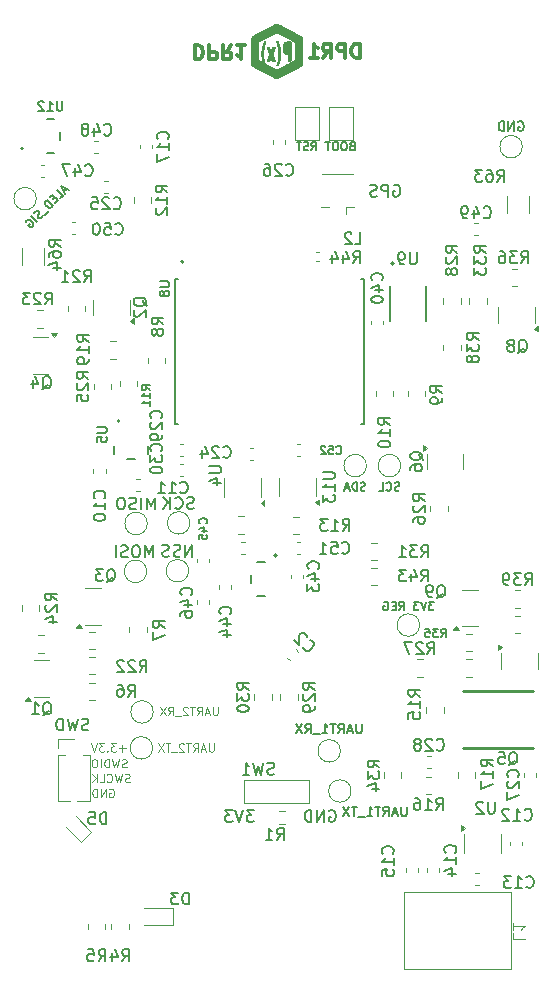
<source format=gbr>
%TF.GenerationSoftware,KiCad,Pcbnew,8.0.4*%
%TF.CreationDate,2024-07-23T16:26:40+02:00*%
%TF.ProjectId,Vertigo Pro PR1,56657274-6967-46f2-9050-726f20505231,DPR1*%
%TF.SameCoordinates,Original*%
%TF.FileFunction,Legend,Bot*%
%TF.FilePolarity,Positive*%
%FSLAX46Y46*%
G04 Gerber Fmt 4.6, Leading zero omitted, Abs format (unit mm)*
G04 Created by KiCad (PCBNEW 8.0.4) date 2024-07-23 16:26:40*
%MOMM*%
%LPD*%
G01*
G04 APERTURE LIST*
%ADD10C,0.130000*%
%ADD11C,0.110000*%
%ADD12C,0.200000*%
%ADD13C,0.300000*%
%ADD14C,0.150000*%
%ADD15C,0.100000*%
%ADD16C,0.120000*%
%ADD17C,0.254000*%
%ADD18C,0.127000*%
%ADD19C,0.000000*%
G04 APERTURE END LIST*
D10*
X155014474Y-80140906D02*
X154914474Y-80174240D01*
X154914474Y-80174240D02*
X154881140Y-80207573D01*
X154881140Y-80207573D02*
X154847807Y-80274240D01*
X154847807Y-80274240D02*
X154847807Y-80374240D01*
X154847807Y-80374240D02*
X154881140Y-80440906D01*
X154881140Y-80440906D02*
X154914474Y-80474240D01*
X154914474Y-80474240D02*
X154981140Y-80507573D01*
X154981140Y-80507573D02*
X155247807Y-80507573D01*
X155247807Y-80507573D02*
X155247807Y-79807573D01*
X155247807Y-79807573D02*
X155014474Y-79807573D01*
X155014474Y-79807573D02*
X154947807Y-79840906D01*
X154947807Y-79840906D02*
X154914474Y-79874240D01*
X154914474Y-79874240D02*
X154881140Y-79940906D01*
X154881140Y-79940906D02*
X154881140Y-80007573D01*
X154881140Y-80007573D02*
X154914474Y-80074240D01*
X154914474Y-80074240D02*
X154947807Y-80107573D01*
X154947807Y-80107573D02*
X155014474Y-80140906D01*
X155014474Y-80140906D02*
X155247807Y-80140906D01*
X154414474Y-79807573D02*
X154281140Y-79807573D01*
X154281140Y-79807573D02*
X154214474Y-79840906D01*
X154214474Y-79840906D02*
X154147807Y-79907573D01*
X154147807Y-79907573D02*
X154114474Y-80040906D01*
X154114474Y-80040906D02*
X154114474Y-80274240D01*
X154114474Y-80274240D02*
X154147807Y-80407573D01*
X154147807Y-80407573D02*
X154214474Y-80474240D01*
X154214474Y-80474240D02*
X154281140Y-80507573D01*
X154281140Y-80507573D02*
X154414474Y-80507573D01*
X154414474Y-80507573D02*
X154481140Y-80474240D01*
X154481140Y-80474240D02*
X154547807Y-80407573D01*
X154547807Y-80407573D02*
X154581140Y-80274240D01*
X154581140Y-80274240D02*
X154581140Y-80040906D01*
X154581140Y-80040906D02*
X154547807Y-79907573D01*
X154547807Y-79907573D02*
X154481140Y-79840906D01*
X154481140Y-79840906D02*
X154414474Y-79807573D01*
X153681141Y-79807573D02*
X153547807Y-79807573D01*
X153547807Y-79807573D02*
X153481141Y-79840906D01*
X153481141Y-79840906D02*
X153414474Y-79907573D01*
X153414474Y-79907573D02*
X153381141Y-80040906D01*
X153381141Y-80040906D02*
X153381141Y-80274240D01*
X153381141Y-80274240D02*
X153414474Y-80407573D01*
X153414474Y-80407573D02*
X153481141Y-80474240D01*
X153481141Y-80474240D02*
X153547807Y-80507573D01*
X153547807Y-80507573D02*
X153681141Y-80507573D01*
X153681141Y-80507573D02*
X153747807Y-80474240D01*
X153747807Y-80474240D02*
X153814474Y-80407573D01*
X153814474Y-80407573D02*
X153847807Y-80274240D01*
X153847807Y-80274240D02*
X153847807Y-80040906D01*
X153847807Y-80040906D02*
X153814474Y-79907573D01*
X153814474Y-79907573D02*
X153747807Y-79840906D01*
X153747807Y-79840906D02*
X153681141Y-79807573D01*
X153181141Y-79807573D02*
X152781141Y-79807573D01*
X152981141Y-80507573D02*
X152981141Y-79807573D01*
D11*
X135944298Y-132725280D02*
X135844298Y-132758613D01*
X135844298Y-132758613D02*
X135677632Y-132758613D01*
X135677632Y-132758613D02*
X135610965Y-132725280D01*
X135610965Y-132725280D02*
X135577632Y-132691946D01*
X135577632Y-132691946D02*
X135544298Y-132625280D01*
X135544298Y-132625280D02*
X135544298Y-132558613D01*
X135544298Y-132558613D02*
X135577632Y-132491946D01*
X135577632Y-132491946D02*
X135610965Y-132458613D01*
X135610965Y-132458613D02*
X135677632Y-132425280D01*
X135677632Y-132425280D02*
X135810965Y-132391946D01*
X135810965Y-132391946D02*
X135877632Y-132358613D01*
X135877632Y-132358613D02*
X135910965Y-132325280D01*
X135910965Y-132325280D02*
X135944298Y-132258613D01*
X135944298Y-132258613D02*
X135944298Y-132191946D01*
X135944298Y-132191946D02*
X135910965Y-132125280D01*
X135910965Y-132125280D02*
X135877632Y-132091946D01*
X135877632Y-132091946D02*
X135810965Y-132058613D01*
X135810965Y-132058613D02*
X135644298Y-132058613D01*
X135644298Y-132058613D02*
X135544298Y-132091946D01*
X135310965Y-132058613D02*
X135144298Y-132758613D01*
X135144298Y-132758613D02*
X135010965Y-132258613D01*
X135010965Y-132258613D02*
X134877631Y-132758613D01*
X134877631Y-132758613D02*
X134710965Y-132058613D01*
X134444298Y-132758613D02*
X134444298Y-132058613D01*
X134444298Y-132058613D02*
X134277631Y-132058613D01*
X134277631Y-132058613D02*
X134177631Y-132091946D01*
X134177631Y-132091946D02*
X134110965Y-132158613D01*
X134110965Y-132158613D02*
X134077631Y-132225280D01*
X134077631Y-132225280D02*
X134044298Y-132358613D01*
X134044298Y-132358613D02*
X134044298Y-132458613D01*
X134044298Y-132458613D02*
X134077631Y-132591946D01*
X134077631Y-132591946D02*
X134110965Y-132658613D01*
X134110965Y-132658613D02*
X134177631Y-132725280D01*
X134177631Y-132725280D02*
X134277631Y-132758613D01*
X134277631Y-132758613D02*
X134444298Y-132758613D01*
X133744298Y-132758613D02*
X133744298Y-132058613D01*
X133277632Y-132058613D02*
X133144298Y-132058613D01*
X133144298Y-132058613D02*
X133077632Y-132091946D01*
X133077632Y-132091946D02*
X133010965Y-132158613D01*
X133010965Y-132158613D02*
X132977632Y-132291946D01*
X132977632Y-132291946D02*
X132977632Y-132525280D01*
X132977632Y-132525280D02*
X133010965Y-132658613D01*
X133010965Y-132658613D02*
X133077632Y-132725280D01*
X133077632Y-132725280D02*
X133144298Y-132758613D01*
X133144298Y-132758613D02*
X133277632Y-132758613D01*
X133277632Y-132758613D02*
X133344298Y-132725280D01*
X133344298Y-132725280D02*
X133410965Y-132658613D01*
X133410965Y-132658613D02*
X133444298Y-132525280D01*
X133444298Y-132525280D02*
X133444298Y-132291946D01*
X133444298Y-132291946D02*
X133410965Y-132158613D01*
X133410965Y-132158613D02*
X133344298Y-132091946D01*
X133344298Y-132091946D02*
X133277632Y-132058613D01*
D12*
X158556517Y-83464838D02*
X158651755Y-83417219D01*
X158651755Y-83417219D02*
X158794612Y-83417219D01*
X158794612Y-83417219D02*
X158937469Y-83464838D01*
X158937469Y-83464838D02*
X159032707Y-83560076D01*
X159032707Y-83560076D02*
X159080326Y-83655314D01*
X159080326Y-83655314D02*
X159127945Y-83845790D01*
X159127945Y-83845790D02*
X159127945Y-83988647D01*
X159127945Y-83988647D02*
X159080326Y-84179123D01*
X159080326Y-84179123D02*
X159032707Y-84274361D01*
X159032707Y-84274361D02*
X158937469Y-84369600D01*
X158937469Y-84369600D02*
X158794612Y-84417219D01*
X158794612Y-84417219D02*
X158699374Y-84417219D01*
X158699374Y-84417219D02*
X158556517Y-84369600D01*
X158556517Y-84369600D02*
X158508898Y-84321980D01*
X158508898Y-84321980D02*
X158508898Y-83988647D01*
X158508898Y-83988647D02*
X158699374Y-83988647D01*
X158080326Y-84417219D02*
X158080326Y-83417219D01*
X158080326Y-83417219D02*
X157699374Y-83417219D01*
X157699374Y-83417219D02*
X157604136Y-83464838D01*
X157604136Y-83464838D02*
X157556517Y-83512457D01*
X157556517Y-83512457D02*
X157508898Y-83607695D01*
X157508898Y-83607695D02*
X157508898Y-83750552D01*
X157508898Y-83750552D02*
X157556517Y-83845790D01*
X157556517Y-83845790D02*
X157604136Y-83893409D01*
X157604136Y-83893409D02*
X157699374Y-83941028D01*
X157699374Y-83941028D02*
X158080326Y-83941028D01*
X157127945Y-84369600D02*
X156985088Y-84417219D01*
X156985088Y-84417219D02*
X156746993Y-84417219D01*
X156746993Y-84417219D02*
X156651755Y-84369600D01*
X156651755Y-84369600D02*
X156604136Y-84321980D01*
X156604136Y-84321980D02*
X156556517Y-84226742D01*
X156556517Y-84226742D02*
X156556517Y-84131504D01*
X156556517Y-84131504D02*
X156604136Y-84036266D01*
X156604136Y-84036266D02*
X156651755Y-83988647D01*
X156651755Y-83988647D02*
X156746993Y-83941028D01*
X156746993Y-83941028D02*
X156937469Y-83893409D01*
X156937469Y-83893409D02*
X157032707Y-83845790D01*
X157032707Y-83845790D02*
X157080326Y-83798171D01*
X157080326Y-83798171D02*
X157127945Y-83702933D01*
X157127945Y-83702933D02*
X157127945Y-83607695D01*
X157127945Y-83607695D02*
X157080326Y-83512457D01*
X157080326Y-83512457D02*
X157032707Y-83464838D01*
X157032707Y-83464838D02*
X156937469Y-83417219D01*
X156937469Y-83417219D02*
X156699374Y-83417219D01*
X156699374Y-83417219D02*
X156556517Y-83464838D01*
D11*
X136194298Y-133975280D02*
X136094298Y-134008613D01*
X136094298Y-134008613D02*
X135927632Y-134008613D01*
X135927632Y-134008613D02*
X135860965Y-133975280D01*
X135860965Y-133975280D02*
X135827632Y-133941946D01*
X135827632Y-133941946D02*
X135794298Y-133875280D01*
X135794298Y-133875280D02*
X135794298Y-133808613D01*
X135794298Y-133808613D02*
X135827632Y-133741946D01*
X135827632Y-133741946D02*
X135860965Y-133708613D01*
X135860965Y-133708613D02*
X135927632Y-133675280D01*
X135927632Y-133675280D02*
X136060965Y-133641946D01*
X136060965Y-133641946D02*
X136127632Y-133608613D01*
X136127632Y-133608613D02*
X136160965Y-133575280D01*
X136160965Y-133575280D02*
X136194298Y-133508613D01*
X136194298Y-133508613D02*
X136194298Y-133441946D01*
X136194298Y-133441946D02*
X136160965Y-133375280D01*
X136160965Y-133375280D02*
X136127632Y-133341946D01*
X136127632Y-133341946D02*
X136060965Y-133308613D01*
X136060965Y-133308613D02*
X135894298Y-133308613D01*
X135894298Y-133308613D02*
X135794298Y-133341946D01*
X135560965Y-133308613D02*
X135394298Y-134008613D01*
X135394298Y-134008613D02*
X135260965Y-133508613D01*
X135260965Y-133508613D02*
X135127631Y-134008613D01*
X135127631Y-134008613D02*
X134960965Y-133308613D01*
X134294298Y-133941946D02*
X134327631Y-133975280D01*
X134327631Y-133975280D02*
X134427631Y-134008613D01*
X134427631Y-134008613D02*
X134494298Y-134008613D01*
X134494298Y-134008613D02*
X134594298Y-133975280D01*
X134594298Y-133975280D02*
X134660965Y-133908613D01*
X134660965Y-133908613D02*
X134694298Y-133841946D01*
X134694298Y-133841946D02*
X134727631Y-133708613D01*
X134727631Y-133708613D02*
X134727631Y-133608613D01*
X134727631Y-133608613D02*
X134694298Y-133475280D01*
X134694298Y-133475280D02*
X134660965Y-133408613D01*
X134660965Y-133408613D02*
X134594298Y-133341946D01*
X134594298Y-133341946D02*
X134494298Y-133308613D01*
X134494298Y-133308613D02*
X134427631Y-133308613D01*
X134427631Y-133308613D02*
X134327631Y-133341946D01*
X134327631Y-133341946D02*
X134294298Y-133375280D01*
X133660965Y-134008613D02*
X133994298Y-134008613D01*
X133994298Y-134008613D02*
X133994298Y-133308613D01*
X133427631Y-134008613D02*
X133427631Y-133308613D01*
X133027631Y-134008613D02*
X133327631Y-133608613D01*
X133027631Y-133308613D02*
X133427631Y-133708613D01*
X135860965Y-131141946D02*
X135327632Y-131141946D01*
X135594298Y-131408613D02*
X135594298Y-130875280D01*
X135060965Y-130708613D02*
X134627631Y-130708613D01*
X134627631Y-130708613D02*
X134860965Y-130975280D01*
X134860965Y-130975280D02*
X134760965Y-130975280D01*
X134760965Y-130975280D02*
X134694298Y-131008613D01*
X134694298Y-131008613D02*
X134660965Y-131041946D01*
X134660965Y-131041946D02*
X134627631Y-131108613D01*
X134627631Y-131108613D02*
X134627631Y-131275280D01*
X134627631Y-131275280D02*
X134660965Y-131341946D01*
X134660965Y-131341946D02*
X134694298Y-131375280D01*
X134694298Y-131375280D02*
X134760965Y-131408613D01*
X134760965Y-131408613D02*
X134960965Y-131408613D01*
X134960965Y-131408613D02*
X135027631Y-131375280D01*
X135027631Y-131375280D02*
X135060965Y-131341946D01*
X134327631Y-131341946D02*
X134294298Y-131375280D01*
X134294298Y-131375280D02*
X134327631Y-131408613D01*
X134327631Y-131408613D02*
X134360964Y-131375280D01*
X134360964Y-131375280D02*
X134327631Y-131341946D01*
X134327631Y-131341946D02*
X134327631Y-131408613D01*
X134060965Y-130708613D02*
X133627631Y-130708613D01*
X133627631Y-130708613D02*
X133860965Y-130975280D01*
X133860965Y-130975280D02*
X133760965Y-130975280D01*
X133760965Y-130975280D02*
X133694298Y-131008613D01*
X133694298Y-131008613D02*
X133660965Y-131041946D01*
X133660965Y-131041946D02*
X133627631Y-131108613D01*
X133627631Y-131108613D02*
X133627631Y-131275280D01*
X133627631Y-131275280D02*
X133660965Y-131341946D01*
X133660965Y-131341946D02*
X133694298Y-131375280D01*
X133694298Y-131375280D02*
X133760965Y-131408613D01*
X133760965Y-131408613D02*
X133960965Y-131408613D01*
X133960965Y-131408613D02*
X134027631Y-131375280D01*
X134027631Y-131375280D02*
X134060965Y-131341946D01*
X133427631Y-130708613D02*
X133194298Y-131408613D01*
X133194298Y-131408613D02*
X132960964Y-130708613D01*
X134494298Y-134591946D02*
X134560965Y-134558613D01*
X134560965Y-134558613D02*
X134660965Y-134558613D01*
X134660965Y-134558613D02*
X134760965Y-134591946D01*
X134760965Y-134591946D02*
X134827632Y-134658613D01*
X134827632Y-134658613D02*
X134860965Y-134725280D01*
X134860965Y-134725280D02*
X134894298Y-134858613D01*
X134894298Y-134858613D02*
X134894298Y-134958613D01*
X134894298Y-134958613D02*
X134860965Y-135091946D01*
X134860965Y-135091946D02*
X134827632Y-135158613D01*
X134827632Y-135158613D02*
X134760965Y-135225280D01*
X134760965Y-135225280D02*
X134660965Y-135258613D01*
X134660965Y-135258613D02*
X134594298Y-135258613D01*
X134594298Y-135258613D02*
X134494298Y-135225280D01*
X134494298Y-135225280D02*
X134460965Y-135191946D01*
X134460965Y-135191946D02*
X134460965Y-134958613D01*
X134460965Y-134958613D02*
X134594298Y-134958613D01*
X134160965Y-135258613D02*
X134160965Y-134558613D01*
X134160965Y-134558613D02*
X133760965Y-135258613D01*
X133760965Y-135258613D02*
X133760965Y-134558613D01*
X133427632Y-135258613D02*
X133427632Y-134558613D01*
X133427632Y-134558613D02*
X133260965Y-134558613D01*
X133260965Y-134558613D02*
X133160965Y-134591946D01*
X133160965Y-134591946D02*
X133094299Y-134658613D01*
X133094299Y-134658613D02*
X133060965Y-134725280D01*
X133060965Y-134725280D02*
X133027632Y-134858613D01*
X133027632Y-134858613D02*
X133027632Y-134958613D01*
X133027632Y-134958613D02*
X133060965Y-135091946D01*
X133060965Y-135091946D02*
X133094299Y-135158613D01*
X133094299Y-135158613D02*
X133160965Y-135225280D01*
X133160965Y-135225280D02*
X133260965Y-135258613D01*
X133260965Y-135258613D02*
X133427632Y-135258613D01*
D13*
X155666917Y-72687542D02*
X155666917Y-71487542D01*
X155666917Y-71487542D02*
X155381203Y-71487542D01*
X155381203Y-71487542D02*
X155209774Y-71544685D01*
X155209774Y-71544685D02*
X155095489Y-71658971D01*
X155095489Y-71658971D02*
X155038346Y-71773257D01*
X155038346Y-71773257D02*
X154981203Y-72001828D01*
X154981203Y-72001828D02*
X154981203Y-72173257D01*
X154981203Y-72173257D02*
X155038346Y-72401828D01*
X155038346Y-72401828D02*
X155095489Y-72516114D01*
X155095489Y-72516114D02*
X155209774Y-72630400D01*
X155209774Y-72630400D02*
X155381203Y-72687542D01*
X155381203Y-72687542D02*
X155666917Y-72687542D01*
X154466917Y-72687542D02*
X154466917Y-71487542D01*
X154466917Y-71487542D02*
X154009774Y-71487542D01*
X154009774Y-71487542D02*
X153895489Y-71544685D01*
X153895489Y-71544685D02*
X153838346Y-71601828D01*
X153838346Y-71601828D02*
X153781203Y-71716114D01*
X153781203Y-71716114D02*
X153781203Y-71887542D01*
X153781203Y-71887542D02*
X153838346Y-72001828D01*
X153838346Y-72001828D02*
X153895489Y-72058971D01*
X153895489Y-72058971D02*
X154009774Y-72116114D01*
X154009774Y-72116114D02*
X154466917Y-72116114D01*
X152581203Y-72687542D02*
X152981203Y-72116114D01*
X153266917Y-72687542D02*
X153266917Y-71487542D01*
X153266917Y-71487542D02*
X152809774Y-71487542D01*
X152809774Y-71487542D02*
X152695489Y-71544685D01*
X152695489Y-71544685D02*
X152638346Y-71601828D01*
X152638346Y-71601828D02*
X152581203Y-71716114D01*
X152581203Y-71716114D02*
X152581203Y-71887542D01*
X152581203Y-71887542D02*
X152638346Y-72001828D01*
X152638346Y-72001828D02*
X152695489Y-72058971D01*
X152695489Y-72058971D02*
X152809774Y-72116114D01*
X152809774Y-72116114D02*
X153266917Y-72116114D01*
X151438346Y-72687542D02*
X152124060Y-72687542D01*
X151781203Y-72687542D02*
X151781203Y-71487542D01*
X151781203Y-71487542D02*
X151895489Y-71658971D01*
X151895489Y-71658971D02*
X152009774Y-71773257D01*
X152009774Y-71773257D02*
X152124060Y-71830400D01*
X141733082Y-71612457D02*
X141733082Y-72812457D01*
X141733082Y-72812457D02*
X142018796Y-72812457D01*
X142018796Y-72812457D02*
X142190225Y-72755314D01*
X142190225Y-72755314D02*
X142304510Y-72641028D01*
X142304510Y-72641028D02*
X142361653Y-72526742D01*
X142361653Y-72526742D02*
X142418796Y-72298171D01*
X142418796Y-72298171D02*
X142418796Y-72126742D01*
X142418796Y-72126742D02*
X142361653Y-71898171D01*
X142361653Y-71898171D02*
X142304510Y-71783885D01*
X142304510Y-71783885D02*
X142190225Y-71669600D01*
X142190225Y-71669600D02*
X142018796Y-71612457D01*
X142018796Y-71612457D02*
X141733082Y-71612457D01*
X142933082Y-71612457D02*
X142933082Y-72812457D01*
X142933082Y-72812457D02*
X143390225Y-72812457D01*
X143390225Y-72812457D02*
X143504510Y-72755314D01*
X143504510Y-72755314D02*
X143561653Y-72698171D01*
X143561653Y-72698171D02*
X143618796Y-72583885D01*
X143618796Y-72583885D02*
X143618796Y-72412457D01*
X143618796Y-72412457D02*
X143561653Y-72298171D01*
X143561653Y-72298171D02*
X143504510Y-72241028D01*
X143504510Y-72241028D02*
X143390225Y-72183885D01*
X143390225Y-72183885D02*
X142933082Y-72183885D01*
X144818796Y-71612457D02*
X144418796Y-72183885D01*
X144133082Y-71612457D02*
X144133082Y-72812457D01*
X144133082Y-72812457D02*
X144590225Y-72812457D01*
X144590225Y-72812457D02*
X144704510Y-72755314D01*
X144704510Y-72755314D02*
X144761653Y-72698171D01*
X144761653Y-72698171D02*
X144818796Y-72583885D01*
X144818796Y-72583885D02*
X144818796Y-72412457D01*
X144818796Y-72412457D02*
X144761653Y-72298171D01*
X144761653Y-72298171D02*
X144704510Y-72241028D01*
X144704510Y-72241028D02*
X144590225Y-72183885D01*
X144590225Y-72183885D02*
X144133082Y-72183885D01*
X145961653Y-71612457D02*
X145275939Y-71612457D01*
X145618796Y-71612457D02*
X145618796Y-72812457D01*
X145618796Y-72812457D02*
X145504510Y-72641028D01*
X145504510Y-72641028D02*
X145390225Y-72526742D01*
X145390225Y-72526742D02*
X145275939Y-72469600D01*
D12*
X153106517Y-136414838D02*
X153201755Y-136367219D01*
X153201755Y-136367219D02*
X153344612Y-136367219D01*
X153344612Y-136367219D02*
X153487469Y-136414838D01*
X153487469Y-136414838D02*
X153582707Y-136510076D01*
X153582707Y-136510076D02*
X153630326Y-136605314D01*
X153630326Y-136605314D02*
X153677945Y-136795790D01*
X153677945Y-136795790D02*
X153677945Y-136938647D01*
X153677945Y-136938647D02*
X153630326Y-137129123D01*
X153630326Y-137129123D02*
X153582707Y-137224361D01*
X153582707Y-137224361D02*
X153487469Y-137319600D01*
X153487469Y-137319600D02*
X153344612Y-137367219D01*
X153344612Y-137367219D02*
X153249374Y-137367219D01*
X153249374Y-137367219D02*
X153106517Y-137319600D01*
X153106517Y-137319600D02*
X153058898Y-137271980D01*
X153058898Y-137271980D02*
X153058898Y-136938647D01*
X153058898Y-136938647D02*
X153249374Y-136938647D01*
X152630326Y-137367219D02*
X152630326Y-136367219D01*
X152630326Y-136367219D02*
X152058898Y-137367219D01*
X152058898Y-137367219D02*
X152058898Y-136367219D01*
X151582707Y-137367219D02*
X151582707Y-136367219D01*
X151582707Y-136367219D02*
X151344612Y-136367219D01*
X151344612Y-136367219D02*
X151201755Y-136414838D01*
X151201755Y-136414838D02*
X151106517Y-136510076D01*
X151106517Y-136510076D02*
X151058898Y-136605314D01*
X151058898Y-136605314D02*
X151011279Y-136795790D01*
X151011279Y-136795790D02*
X151011279Y-136938647D01*
X151011279Y-136938647D02*
X151058898Y-137129123D01*
X151058898Y-137129123D02*
X151106517Y-137224361D01*
X151106517Y-137224361D02*
X151201755Y-137319600D01*
X151201755Y-137319600D02*
X151344612Y-137367219D01*
X151344612Y-137367219D02*
X151582707Y-137367219D01*
D10*
X151597807Y-80507573D02*
X151831140Y-80174240D01*
X151997807Y-80507573D02*
X151997807Y-79807573D01*
X151997807Y-79807573D02*
X151731140Y-79807573D01*
X151731140Y-79807573D02*
X151664474Y-79840906D01*
X151664474Y-79840906D02*
X151631140Y-79874240D01*
X151631140Y-79874240D02*
X151597807Y-79940906D01*
X151597807Y-79940906D02*
X151597807Y-80040906D01*
X151597807Y-80040906D02*
X151631140Y-80107573D01*
X151631140Y-80107573D02*
X151664474Y-80140906D01*
X151664474Y-80140906D02*
X151731140Y-80174240D01*
X151731140Y-80174240D02*
X151997807Y-80174240D01*
X151331140Y-80474240D02*
X151231140Y-80507573D01*
X151231140Y-80507573D02*
X151064474Y-80507573D01*
X151064474Y-80507573D02*
X150997807Y-80474240D01*
X150997807Y-80474240D02*
X150964474Y-80440906D01*
X150964474Y-80440906D02*
X150931140Y-80374240D01*
X150931140Y-80374240D02*
X150931140Y-80307573D01*
X150931140Y-80307573D02*
X150964474Y-80240906D01*
X150964474Y-80240906D02*
X150997807Y-80207573D01*
X150997807Y-80207573D02*
X151064474Y-80174240D01*
X151064474Y-80174240D02*
X151197807Y-80140906D01*
X151197807Y-80140906D02*
X151264474Y-80107573D01*
X151264474Y-80107573D02*
X151297807Y-80074240D01*
X151297807Y-80074240D02*
X151331140Y-80007573D01*
X151331140Y-80007573D02*
X151331140Y-79940906D01*
X151331140Y-79940906D02*
X151297807Y-79874240D01*
X151297807Y-79874240D02*
X151264474Y-79840906D01*
X151264474Y-79840906D02*
X151197807Y-79807573D01*
X151197807Y-79807573D02*
X151031140Y-79807573D01*
X151031140Y-79807573D02*
X150931140Y-79840906D01*
X150731140Y-79807573D02*
X150331140Y-79807573D01*
X150531140Y-80507573D02*
X150531140Y-79807573D01*
D14*
X132710839Y-129572200D02*
X132567982Y-129619819D01*
X132567982Y-129619819D02*
X132329887Y-129619819D01*
X132329887Y-129619819D02*
X132234649Y-129572200D01*
X132234649Y-129572200D02*
X132187030Y-129524580D01*
X132187030Y-129524580D02*
X132139411Y-129429342D01*
X132139411Y-129429342D02*
X132139411Y-129334104D01*
X132139411Y-129334104D02*
X132187030Y-129238866D01*
X132187030Y-129238866D02*
X132234649Y-129191247D01*
X132234649Y-129191247D02*
X132329887Y-129143628D01*
X132329887Y-129143628D02*
X132520363Y-129096009D01*
X132520363Y-129096009D02*
X132615601Y-129048390D01*
X132615601Y-129048390D02*
X132663220Y-129000771D01*
X132663220Y-129000771D02*
X132710839Y-128905533D01*
X132710839Y-128905533D02*
X132710839Y-128810295D01*
X132710839Y-128810295D02*
X132663220Y-128715057D01*
X132663220Y-128715057D02*
X132615601Y-128667438D01*
X132615601Y-128667438D02*
X132520363Y-128619819D01*
X132520363Y-128619819D02*
X132282268Y-128619819D01*
X132282268Y-128619819D02*
X132139411Y-128667438D01*
X131806077Y-128619819D02*
X131567982Y-129619819D01*
X131567982Y-129619819D02*
X131377506Y-128905533D01*
X131377506Y-128905533D02*
X131187030Y-129619819D01*
X131187030Y-129619819D02*
X130948935Y-128619819D01*
X130567982Y-129619819D02*
X130567982Y-128619819D01*
X130567982Y-128619819D02*
X130329887Y-128619819D01*
X130329887Y-128619819D02*
X130187030Y-128667438D01*
X130187030Y-128667438D02*
X130091792Y-128762676D01*
X130091792Y-128762676D02*
X130044173Y-128857914D01*
X130044173Y-128857914D02*
X129996554Y-129048390D01*
X129996554Y-129048390D02*
X129996554Y-129191247D01*
X129996554Y-129191247D02*
X130044173Y-129381723D01*
X130044173Y-129381723D02*
X130091792Y-129476961D01*
X130091792Y-129476961D02*
X130187030Y-129572200D01*
X130187030Y-129572200D02*
X130329887Y-129619819D01*
X130329887Y-129619819D02*
X130567982Y-129619819D01*
D12*
X146725564Y-136367219D02*
X146106517Y-136367219D01*
X146106517Y-136367219D02*
X146439850Y-136748171D01*
X146439850Y-136748171D02*
X146296993Y-136748171D01*
X146296993Y-136748171D02*
X146201755Y-136795790D01*
X146201755Y-136795790D02*
X146154136Y-136843409D01*
X146154136Y-136843409D02*
X146106517Y-136938647D01*
X146106517Y-136938647D02*
X146106517Y-137176742D01*
X146106517Y-137176742D02*
X146154136Y-137271980D01*
X146154136Y-137271980D02*
X146201755Y-137319600D01*
X146201755Y-137319600D02*
X146296993Y-137367219D01*
X146296993Y-137367219D02*
X146582707Y-137367219D01*
X146582707Y-137367219D02*
X146677945Y-137319600D01*
X146677945Y-137319600D02*
X146725564Y-137271980D01*
X145820802Y-136367219D02*
X145487469Y-137367219D01*
X145487469Y-137367219D02*
X145154136Y-136367219D01*
X144916040Y-136367219D02*
X144296993Y-136367219D01*
X144296993Y-136367219D02*
X144630326Y-136748171D01*
X144630326Y-136748171D02*
X144487469Y-136748171D01*
X144487469Y-136748171D02*
X144392231Y-136795790D01*
X144392231Y-136795790D02*
X144344612Y-136843409D01*
X144344612Y-136843409D02*
X144296993Y-136938647D01*
X144296993Y-136938647D02*
X144296993Y-137176742D01*
X144296993Y-137176742D02*
X144344612Y-137271980D01*
X144344612Y-137271980D02*
X144392231Y-137319600D01*
X144392231Y-137319600D02*
X144487469Y-137367219D01*
X144487469Y-137367219D02*
X144773183Y-137367219D01*
X144773183Y-137367219D02*
X144868421Y-137319600D01*
X144868421Y-137319600D02*
X144916040Y-137271980D01*
D14*
X154192857Y-114559580D02*
X154240476Y-114607200D01*
X154240476Y-114607200D02*
X154383333Y-114654819D01*
X154383333Y-114654819D02*
X154478571Y-114654819D01*
X154478571Y-114654819D02*
X154621428Y-114607200D01*
X154621428Y-114607200D02*
X154716666Y-114511961D01*
X154716666Y-114511961D02*
X154764285Y-114416723D01*
X154764285Y-114416723D02*
X154811904Y-114226247D01*
X154811904Y-114226247D02*
X154811904Y-114083390D01*
X154811904Y-114083390D02*
X154764285Y-113892914D01*
X154764285Y-113892914D02*
X154716666Y-113797676D01*
X154716666Y-113797676D02*
X154621428Y-113702438D01*
X154621428Y-113702438D02*
X154478571Y-113654819D01*
X154478571Y-113654819D02*
X154383333Y-113654819D01*
X154383333Y-113654819D02*
X154240476Y-113702438D01*
X154240476Y-113702438D02*
X154192857Y-113750057D01*
X153288095Y-113654819D02*
X153764285Y-113654819D01*
X153764285Y-113654819D02*
X153811904Y-114131009D01*
X153811904Y-114131009D02*
X153764285Y-114083390D01*
X153764285Y-114083390D02*
X153669047Y-114035771D01*
X153669047Y-114035771D02*
X153430952Y-114035771D01*
X153430952Y-114035771D02*
X153335714Y-114083390D01*
X153335714Y-114083390D02*
X153288095Y-114131009D01*
X153288095Y-114131009D02*
X153240476Y-114226247D01*
X153240476Y-114226247D02*
X153240476Y-114464342D01*
X153240476Y-114464342D02*
X153288095Y-114559580D01*
X153288095Y-114559580D02*
X153335714Y-114607200D01*
X153335714Y-114607200D02*
X153430952Y-114654819D01*
X153430952Y-114654819D02*
X153669047Y-114654819D01*
X153669047Y-114654819D02*
X153764285Y-114607200D01*
X153764285Y-114607200D02*
X153811904Y-114559580D01*
X152288095Y-114654819D02*
X152859523Y-114654819D01*
X152573809Y-114654819D02*
X152573809Y-113654819D01*
X152573809Y-113654819D02*
X152669047Y-113797676D01*
X152669047Y-113797676D02*
X152764285Y-113892914D01*
X152764285Y-113892914D02*
X152859523Y-113940533D01*
X152554819Y-107761905D02*
X153364342Y-107761905D01*
X153364342Y-107761905D02*
X153459580Y-107809524D01*
X153459580Y-107809524D02*
X153507200Y-107857143D01*
X153507200Y-107857143D02*
X153554819Y-107952381D01*
X153554819Y-107952381D02*
X153554819Y-108142857D01*
X153554819Y-108142857D02*
X153507200Y-108238095D01*
X153507200Y-108238095D02*
X153459580Y-108285714D01*
X153459580Y-108285714D02*
X153364342Y-108333333D01*
X153364342Y-108333333D02*
X152554819Y-108333333D01*
X153554819Y-109333333D02*
X153554819Y-108761905D01*
X153554819Y-109047619D02*
X152554819Y-109047619D01*
X152554819Y-109047619D02*
X152697676Y-108952381D01*
X152697676Y-108952381D02*
X152792914Y-108857143D01*
X152792914Y-108857143D02*
X152840533Y-108761905D01*
X152554819Y-109666667D02*
X152554819Y-110285714D01*
X152554819Y-110285714D02*
X152935771Y-109952381D01*
X152935771Y-109952381D02*
X152935771Y-110095238D01*
X152935771Y-110095238D02*
X152983390Y-110190476D01*
X152983390Y-110190476D02*
X153031009Y-110238095D01*
X153031009Y-110238095D02*
X153126247Y-110285714D01*
X153126247Y-110285714D02*
X153364342Y-110285714D01*
X153364342Y-110285714D02*
X153459580Y-110238095D01*
X153459580Y-110238095D02*
X153507200Y-110190476D01*
X153507200Y-110190476D02*
X153554819Y-110095238D01*
X153554819Y-110095238D02*
X153554819Y-109809524D01*
X153554819Y-109809524D02*
X153507200Y-109714286D01*
X153507200Y-109714286D02*
X153459580Y-109666667D01*
X161050057Y-106767260D02*
X161002438Y-106672022D01*
X161002438Y-106672022D02*
X160907200Y-106576784D01*
X160907200Y-106576784D02*
X160764342Y-106433927D01*
X160764342Y-106433927D02*
X160716723Y-106338689D01*
X160716723Y-106338689D02*
X160716723Y-106243451D01*
X160954819Y-106291070D02*
X160907200Y-106195832D01*
X160907200Y-106195832D02*
X160811961Y-106100594D01*
X160811961Y-106100594D02*
X160621485Y-106052975D01*
X160621485Y-106052975D02*
X160288152Y-106052975D01*
X160288152Y-106052975D02*
X160097676Y-106100594D01*
X160097676Y-106100594D02*
X160002438Y-106195832D01*
X160002438Y-106195832D02*
X159954819Y-106291070D01*
X159954819Y-106291070D02*
X159954819Y-106481546D01*
X159954819Y-106481546D02*
X160002438Y-106576784D01*
X160002438Y-106576784D02*
X160097676Y-106672022D01*
X160097676Y-106672022D02*
X160288152Y-106719641D01*
X160288152Y-106719641D02*
X160621485Y-106719641D01*
X160621485Y-106719641D02*
X160811961Y-106672022D01*
X160811961Y-106672022D02*
X160907200Y-106576784D01*
X160907200Y-106576784D02*
X160954819Y-106481546D01*
X160954819Y-106481546D02*
X160954819Y-106291070D01*
X159954819Y-107576784D02*
X159954819Y-107386308D01*
X159954819Y-107386308D02*
X160002438Y-107291070D01*
X160002438Y-107291070D02*
X160050057Y-107243451D01*
X160050057Y-107243451D02*
X160192914Y-107148213D01*
X160192914Y-107148213D02*
X160383390Y-107100594D01*
X160383390Y-107100594D02*
X160764342Y-107100594D01*
X160764342Y-107100594D02*
X160859580Y-107148213D01*
X160859580Y-107148213D02*
X160907200Y-107195832D01*
X160907200Y-107195832D02*
X160954819Y-107291070D01*
X160954819Y-107291070D02*
X160954819Y-107481546D01*
X160954819Y-107481546D02*
X160907200Y-107576784D01*
X160907200Y-107576784D02*
X160859580Y-107624403D01*
X160859580Y-107624403D02*
X160764342Y-107672022D01*
X160764342Y-107672022D02*
X160526247Y-107672022D01*
X160526247Y-107672022D02*
X160431009Y-107624403D01*
X160431009Y-107624403D02*
X160383390Y-107576784D01*
X160383390Y-107576784D02*
X160335771Y-107481546D01*
X160335771Y-107481546D02*
X160335771Y-107291070D01*
X160335771Y-107291070D02*
X160383390Y-107195832D01*
X160383390Y-107195832D02*
X160431009Y-107148213D01*
X160431009Y-107148213D02*
X160526247Y-107100594D01*
X168295238Y-132550057D02*
X168390476Y-132502438D01*
X168390476Y-132502438D02*
X168485714Y-132407200D01*
X168485714Y-132407200D02*
X168628571Y-132264342D01*
X168628571Y-132264342D02*
X168723809Y-132216723D01*
X168723809Y-132216723D02*
X168819047Y-132216723D01*
X168771428Y-132454819D02*
X168866666Y-132407200D01*
X168866666Y-132407200D02*
X168961904Y-132311961D01*
X168961904Y-132311961D02*
X169009523Y-132121485D01*
X169009523Y-132121485D02*
X169009523Y-131788152D01*
X169009523Y-131788152D02*
X168961904Y-131597676D01*
X168961904Y-131597676D02*
X168866666Y-131502438D01*
X168866666Y-131502438D02*
X168771428Y-131454819D01*
X168771428Y-131454819D02*
X168580952Y-131454819D01*
X168580952Y-131454819D02*
X168485714Y-131502438D01*
X168485714Y-131502438D02*
X168390476Y-131597676D01*
X168390476Y-131597676D02*
X168342857Y-131788152D01*
X168342857Y-131788152D02*
X168342857Y-132121485D01*
X168342857Y-132121485D02*
X168390476Y-132311961D01*
X168390476Y-132311961D02*
X168485714Y-132407200D01*
X168485714Y-132407200D02*
X168580952Y-132454819D01*
X168580952Y-132454819D02*
X168771428Y-132454819D01*
X167438095Y-131454819D02*
X167914285Y-131454819D01*
X167914285Y-131454819D02*
X167961904Y-131931009D01*
X167961904Y-131931009D02*
X167914285Y-131883390D01*
X167914285Y-131883390D02*
X167819047Y-131835771D01*
X167819047Y-131835771D02*
X167580952Y-131835771D01*
X167580952Y-131835771D02*
X167485714Y-131883390D01*
X167485714Y-131883390D02*
X167438095Y-131931009D01*
X167438095Y-131931009D02*
X167390476Y-132026247D01*
X167390476Y-132026247D02*
X167390476Y-132264342D01*
X167390476Y-132264342D02*
X167438095Y-132359580D01*
X167438095Y-132359580D02*
X167485714Y-132407200D01*
X167485714Y-132407200D02*
X167580952Y-132454819D01*
X167580952Y-132454819D02*
X167819047Y-132454819D01*
X167819047Y-132454819D02*
X167914285Y-132407200D01*
X167914285Y-132407200D02*
X167961904Y-132359580D01*
X134992857Y-87559580D02*
X135040476Y-87607200D01*
X135040476Y-87607200D02*
X135183333Y-87654819D01*
X135183333Y-87654819D02*
X135278571Y-87654819D01*
X135278571Y-87654819D02*
X135421428Y-87607200D01*
X135421428Y-87607200D02*
X135516666Y-87511961D01*
X135516666Y-87511961D02*
X135564285Y-87416723D01*
X135564285Y-87416723D02*
X135611904Y-87226247D01*
X135611904Y-87226247D02*
X135611904Y-87083390D01*
X135611904Y-87083390D02*
X135564285Y-86892914D01*
X135564285Y-86892914D02*
X135516666Y-86797676D01*
X135516666Y-86797676D02*
X135421428Y-86702438D01*
X135421428Y-86702438D02*
X135278571Y-86654819D01*
X135278571Y-86654819D02*
X135183333Y-86654819D01*
X135183333Y-86654819D02*
X135040476Y-86702438D01*
X135040476Y-86702438D02*
X134992857Y-86750057D01*
X134088095Y-86654819D02*
X134564285Y-86654819D01*
X134564285Y-86654819D02*
X134611904Y-87131009D01*
X134611904Y-87131009D02*
X134564285Y-87083390D01*
X134564285Y-87083390D02*
X134469047Y-87035771D01*
X134469047Y-87035771D02*
X134230952Y-87035771D01*
X134230952Y-87035771D02*
X134135714Y-87083390D01*
X134135714Y-87083390D02*
X134088095Y-87131009D01*
X134088095Y-87131009D02*
X134040476Y-87226247D01*
X134040476Y-87226247D02*
X134040476Y-87464342D01*
X134040476Y-87464342D02*
X134088095Y-87559580D01*
X134088095Y-87559580D02*
X134135714Y-87607200D01*
X134135714Y-87607200D02*
X134230952Y-87654819D01*
X134230952Y-87654819D02*
X134469047Y-87654819D01*
X134469047Y-87654819D02*
X134564285Y-87607200D01*
X134564285Y-87607200D02*
X134611904Y-87559580D01*
X133421428Y-86654819D02*
X133326190Y-86654819D01*
X133326190Y-86654819D02*
X133230952Y-86702438D01*
X133230952Y-86702438D02*
X133183333Y-86750057D01*
X133183333Y-86750057D02*
X133135714Y-86845295D01*
X133135714Y-86845295D02*
X133088095Y-87035771D01*
X133088095Y-87035771D02*
X133088095Y-87273866D01*
X133088095Y-87273866D02*
X133135714Y-87464342D01*
X133135714Y-87464342D02*
X133183333Y-87559580D01*
X133183333Y-87559580D02*
X133230952Y-87607200D01*
X133230952Y-87607200D02*
X133326190Y-87654819D01*
X133326190Y-87654819D02*
X133421428Y-87654819D01*
X133421428Y-87654819D02*
X133516666Y-87607200D01*
X133516666Y-87607200D02*
X133564285Y-87559580D01*
X133564285Y-87559580D02*
X133611904Y-87464342D01*
X133611904Y-87464342D02*
X133659523Y-87273866D01*
X133659523Y-87273866D02*
X133659523Y-87035771D01*
X133659523Y-87035771D02*
X133611904Y-86845295D01*
X133611904Y-86845295D02*
X133564285Y-86750057D01*
X133564285Y-86750057D02*
X133516666Y-86702438D01*
X133516666Y-86702438D02*
X133421428Y-86654819D01*
X134042857Y-79159580D02*
X134090476Y-79207200D01*
X134090476Y-79207200D02*
X134233333Y-79254819D01*
X134233333Y-79254819D02*
X134328571Y-79254819D01*
X134328571Y-79254819D02*
X134471428Y-79207200D01*
X134471428Y-79207200D02*
X134566666Y-79111961D01*
X134566666Y-79111961D02*
X134614285Y-79016723D01*
X134614285Y-79016723D02*
X134661904Y-78826247D01*
X134661904Y-78826247D02*
X134661904Y-78683390D01*
X134661904Y-78683390D02*
X134614285Y-78492914D01*
X134614285Y-78492914D02*
X134566666Y-78397676D01*
X134566666Y-78397676D02*
X134471428Y-78302438D01*
X134471428Y-78302438D02*
X134328571Y-78254819D01*
X134328571Y-78254819D02*
X134233333Y-78254819D01*
X134233333Y-78254819D02*
X134090476Y-78302438D01*
X134090476Y-78302438D02*
X134042857Y-78350057D01*
X133185714Y-78588152D02*
X133185714Y-79254819D01*
X133423809Y-78207200D02*
X133661904Y-78921485D01*
X133661904Y-78921485D02*
X133042857Y-78921485D01*
X132519047Y-78683390D02*
X132614285Y-78635771D01*
X132614285Y-78635771D02*
X132661904Y-78588152D01*
X132661904Y-78588152D02*
X132709523Y-78492914D01*
X132709523Y-78492914D02*
X132709523Y-78445295D01*
X132709523Y-78445295D02*
X132661904Y-78350057D01*
X132661904Y-78350057D02*
X132614285Y-78302438D01*
X132614285Y-78302438D02*
X132519047Y-78254819D01*
X132519047Y-78254819D02*
X132328571Y-78254819D01*
X132328571Y-78254819D02*
X132233333Y-78302438D01*
X132233333Y-78302438D02*
X132185714Y-78350057D01*
X132185714Y-78350057D02*
X132138095Y-78445295D01*
X132138095Y-78445295D02*
X132138095Y-78492914D01*
X132138095Y-78492914D02*
X132185714Y-78588152D01*
X132185714Y-78588152D02*
X132233333Y-78635771D01*
X132233333Y-78635771D02*
X132328571Y-78683390D01*
X132328571Y-78683390D02*
X132519047Y-78683390D01*
X132519047Y-78683390D02*
X132614285Y-78731009D01*
X132614285Y-78731009D02*
X132661904Y-78778628D01*
X132661904Y-78778628D02*
X132709523Y-78873866D01*
X132709523Y-78873866D02*
X132709523Y-79064342D01*
X132709523Y-79064342D02*
X132661904Y-79159580D01*
X132661904Y-79159580D02*
X132614285Y-79207200D01*
X132614285Y-79207200D02*
X132519047Y-79254819D01*
X132519047Y-79254819D02*
X132328571Y-79254819D01*
X132328571Y-79254819D02*
X132233333Y-79207200D01*
X132233333Y-79207200D02*
X132185714Y-79159580D01*
X132185714Y-79159580D02*
X132138095Y-79064342D01*
X132138095Y-79064342D02*
X132138095Y-78873866D01*
X132138095Y-78873866D02*
X132185714Y-78778628D01*
X132185714Y-78778628D02*
X132233333Y-78731009D01*
X132233333Y-78731009D02*
X132328571Y-78683390D01*
X160892857Y-114954819D02*
X161226190Y-114478628D01*
X161464285Y-114954819D02*
X161464285Y-113954819D01*
X161464285Y-113954819D02*
X161083333Y-113954819D01*
X161083333Y-113954819D02*
X160988095Y-114002438D01*
X160988095Y-114002438D02*
X160940476Y-114050057D01*
X160940476Y-114050057D02*
X160892857Y-114145295D01*
X160892857Y-114145295D02*
X160892857Y-114288152D01*
X160892857Y-114288152D02*
X160940476Y-114383390D01*
X160940476Y-114383390D02*
X160988095Y-114431009D01*
X160988095Y-114431009D02*
X161083333Y-114478628D01*
X161083333Y-114478628D02*
X161464285Y-114478628D01*
X160559523Y-113954819D02*
X159940476Y-113954819D01*
X159940476Y-113954819D02*
X160273809Y-114335771D01*
X160273809Y-114335771D02*
X160130952Y-114335771D01*
X160130952Y-114335771D02*
X160035714Y-114383390D01*
X160035714Y-114383390D02*
X159988095Y-114431009D01*
X159988095Y-114431009D02*
X159940476Y-114526247D01*
X159940476Y-114526247D02*
X159940476Y-114764342D01*
X159940476Y-114764342D02*
X159988095Y-114859580D01*
X159988095Y-114859580D02*
X160035714Y-114907200D01*
X160035714Y-114907200D02*
X160130952Y-114954819D01*
X160130952Y-114954819D02*
X160416666Y-114954819D01*
X160416666Y-114954819D02*
X160511904Y-114907200D01*
X160511904Y-114907200D02*
X160559523Y-114859580D01*
X158988095Y-114954819D02*
X159559523Y-114954819D01*
X159273809Y-114954819D02*
X159273809Y-113954819D01*
X159273809Y-113954819D02*
X159369047Y-114097676D01*
X159369047Y-114097676D02*
X159464285Y-114192914D01*
X159464285Y-114192914D02*
X159559523Y-114240533D01*
X163954819Y-89157142D02*
X163478628Y-88823809D01*
X163954819Y-88585714D02*
X162954819Y-88585714D01*
X162954819Y-88585714D02*
X162954819Y-88966666D01*
X162954819Y-88966666D02*
X163002438Y-89061904D01*
X163002438Y-89061904D02*
X163050057Y-89109523D01*
X163050057Y-89109523D02*
X163145295Y-89157142D01*
X163145295Y-89157142D02*
X163288152Y-89157142D01*
X163288152Y-89157142D02*
X163383390Y-89109523D01*
X163383390Y-89109523D02*
X163431009Y-89061904D01*
X163431009Y-89061904D02*
X163478628Y-88966666D01*
X163478628Y-88966666D02*
X163478628Y-88585714D01*
X163050057Y-89538095D02*
X163002438Y-89585714D01*
X163002438Y-89585714D02*
X162954819Y-89680952D01*
X162954819Y-89680952D02*
X162954819Y-89919047D01*
X162954819Y-89919047D02*
X163002438Y-90014285D01*
X163002438Y-90014285D02*
X163050057Y-90061904D01*
X163050057Y-90061904D02*
X163145295Y-90109523D01*
X163145295Y-90109523D02*
X163240533Y-90109523D01*
X163240533Y-90109523D02*
X163383390Y-90061904D01*
X163383390Y-90061904D02*
X163954819Y-89490476D01*
X163954819Y-89490476D02*
X163954819Y-90109523D01*
X163383390Y-90680952D02*
X163335771Y-90585714D01*
X163335771Y-90585714D02*
X163288152Y-90538095D01*
X163288152Y-90538095D02*
X163192914Y-90490476D01*
X163192914Y-90490476D02*
X163145295Y-90490476D01*
X163145295Y-90490476D02*
X163050057Y-90538095D01*
X163050057Y-90538095D02*
X163002438Y-90585714D01*
X163002438Y-90585714D02*
X162954819Y-90680952D01*
X162954819Y-90680952D02*
X162954819Y-90871428D01*
X162954819Y-90871428D02*
X163002438Y-90966666D01*
X163002438Y-90966666D02*
X163050057Y-91014285D01*
X163050057Y-91014285D02*
X163145295Y-91061904D01*
X163145295Y-91061904D02*
X163192914Y-91061904D01*
X163192914Y-91061904D02*
X163288152Y-91014285D01*
X163288152Y-91014285D02*
X163335771Y-90966666D01*
X163335771Y-90966666D02*
X163383390Y-90871428D01*
X163383390Y-90871428D02*
X163383390Y-90680952D01*
X163383390Y-90680952D02*
X163431009Y-90585714D01*
X163431009Y-90585714D02*
X163478628Y-90538095D01*
X163478628Y-90538095D02*
X163573866Y-90490476D01*
X163573866Y-90490476D02*
X163764342Y-90490476D01*
X163764342Y-90490476D02*
X163859580Y-90538095D01*
X163859580Y-90538095D02*
X163907200Y-90585714D01*
X163907200Y-90585714D02*
X163954819Y-90680952D01*
X163954819Y-90680952D02*
X163954819Y-90871428D01*
X163954819Y-90871428D02*
X163907200Y-90966666D01*
X163907200Y-90966666D02*
X163859580Y-91014285D01*
X163859580Y-91014285D02*
X163764342Y-91061904D01*
X163764342Y-91061904D02*
X163573866Y-91061904D01*
X163573866Y-91061904D02*
X163478628Y-91014285D01*
X163478628Y-91014285D02*
X163431009Y-90966666D01*
X163431009Y-90966666D02*
X163383390Y-90871428D01*
X169692857Y-117304819D02*
X170026190Y-116828628D01*
X170264285Y-117304819D02*
X170264285Y-116304819D01*
X170264285Y-116304819D02*
X169883333Y-116304819D01*
X169883333Y-116304819D02*
X169788095Y-116352438D01*
X169788095Y-116352438D02*
X169740476Y-116400057D01*
X169740476Y-116400057D02*
X169692857Y-116495295D01*
X169692857Y-116495295D02*
X169692857Y-116638152D01*
X169692857Y-116638152D02*
X169740476Y-116733390D01*
X169740476Y-116733390D02*
X169788095Y-116781009D01*
X169788095Y-116781009D02*
X169883333Y-116828628D01*
X169883333Y-116828628D02*
X170264285Y-116828628D01*
X169359523Y-116304819D02*
X168740476Y-116304819D01*
X168740476Y-116304819D02*
X169073809Y-116685771D01*
X169073809Y-116685771D02*
X168930952Y-116685771D01*
X168930952Y-116685771D02*
X168835714Y-116733390D01*
X168835714Y-116733390D02*
X168788095Y-116781009D01*
X168788095Y-116781009D02*
X168740476Y-116876247D01*
X168740476Y-116876247D02*
X168740476Y-117114342D01*
X168740476Y-117114342D02*
X168788095Y-117209580D01*
X168788095Y-117209580D02*
X168835714Y-117257200D01*
X168835714Y-117257200D02*
X168930952Y-117304819D01*
X168930952Y-117304819D02*
X169216666Y-117304819D01*
X169216666Y-117304819D02*
X169311904Y-117257200D01*
X169311904Y-117257200D02*
X169359523Y-117209580D01*
X168264285Y-117304819D02*
X168073809Y-117304819D01*
X168073809Y-117304819D02*
X167978571Y-117257200D01*
X167978571Y-117257200D02*
X167930952Y-117209580D01*
X167930952Y-117209580D02*
X167835714Y-117066723D01*
X167835714Y-117066723D02*
X167788095Y-116876247D01*
X167788095Y-116876247D02*
X167788095Y-116495295D01*
X167788095Y-116495295D02*
X167835714Y-116400057D01*
X167835714Y-116400057D02*
X167883333Y-116352438D01*
X167883333Y-116352438D02*
X167978571Y-116304819D01*
X167978571Y-116304819D02*
X168169047Y-116304819D01*
X168169047Y-116304819D02*
X168264285Y-116352438D01*
X168264285Y-116352438D02*
X168311904Y-116400057D01*
X168311904Y-116400057D02*
X168359523Y-116495295D01*
X168359523Y-116495295D02*
X168359523Y-116733390D01*
X168359523Y-116733390D02*
X168311904Y-116828628D01*
X168311904Y-116828628D02*
X168264285Y-116876247D01*
X168264285Y-116876247D02*
X168169047Y-116923866D01*
X168169047Y-116923866D02*
X167978571Y-116923866D01*
X167978571Y-116923866D02*
X167883333Y-116876247D01*
X167883333Y-116876247D02*
X167835714Y-116828628D01*
X167835714Y-116828628D02*
X167788095Y-116733390D01*
D15*
X168639080Y-146766666D02*
X168639080Y-147242856D01*
X168639080Y-147242856D02*
X169639080Y-147242856D01*
X168639080Y-145909523D02*
X168639080Y-146480951D01*
X168639080Y-146195237D02*
X169639080Y-146195237D01*
X169639080Y-146195237D02*
X169496223Y-146290475D01*
X169496223Y-146290475D02*
X169400985Y-146385713D01*
X169400985Y-146385713D02*
X169353366Y-146480951D01*
D14*
X141488094Y-114906819D02*
X141488094Y-113906819D01*
X141488094Y-113906819D02*
X140916666Y-114906819D01*
X140916666Y-114906819D02*
X140916666Y-113906819D01*
X140488094Y-114859200D02*
X140345237Y-114906819D01*
X140345237Y-114906819D02*
X140107142Y-114906819D01*
X140107142Y-114906819D02*
X140011904Y-114859200D01*
X140011904Y-114859200D02*
X139964285Y-114811580D01*
X139964285Y-114811580D02*
X139916666Y-114716342D01*
X139916666Y-114716342D02*
X139916666Y-114621104D01*
X139916666Y-114621104D02*
X139964285Y-114525866D01*
X139964285Y-114525866D02*
X140011904Y-114478247D01*
X140011904Y-114478247D02*
X140107142Y-114430628D01*
X140107142Y-114430628D02*
X140297618Y-114383009D01*
X140297618Y-114383009D02*
X140392856Y-114335390D01*
X140392856Y-114335390D02*
X140440475Y-114287771D01*
X140440475Y-114287771D02*
X140488094Y-114192533D01*
X140488094Y-114192533D02*
X140488094Y-114097295D01*
X140488094Y-114097295D02*
X140440475Y-114002057D01*
X140440475Y-114002057D02*
X140392856Y-113954438D01*
X140392856Y-113954438D02*
X140297618Y-113906819D01*
X140297618Y-113906819D02*
X140059523Y-113906819D01*
X140059523Y-113906819D02*
X139916666Y-113954438D01*
X139535713Y-114859200D02*
X139392856Y-114906819D01*
X139392856Y-114906819D02*
X139154761Y-114906819D01*
X139154761Y-114906819D02*
X139059523Y-114859200D01*
X139059523Y-114859200D02*
X139011904Y-114811580D01*
X139011904Y-114811580D02*
X138964285Y-114716342D01*
X138964285Y-114716342D02*
X138964285Y-114621104D01*
X138964285Y-114621104D02*
X139011904Y-114525866D01*
X139011904Y-114525866D02*
X139059523Y-114478247D01*
X139059523Y-114478247D02*
X139154761Y-114430628D01*
X139154761Y-114430628D02*
X139345237Y-114383009D01*
X139345237Y-114383009D02*
X139440475Y-114335390D01*
X139440475Y-114335390D02*
X139488094Y-114287771D01*
X139488094Y-114287771D02*
X139535713Y-114192533D01*
X139535713Y-114192533D02*
X139535713Y-114097295D01*
X139535713Y-114097295D02*
X139488094Y-114002057D01*
X139488094Y-114002057D02*
X139440475Y-113954438D01*
X139440475Y-113954438D02*
X139345237Y-113906819D01*
X139345237Y-113906819D02*
X139107142Y-113906819D01*
X139107142Y-113906819D02*
X138964285Y-113954438D01*
X169109523Y-78100390D02*
X169185713Y-78062295D01*
X169185713Y-78062295D02*
X169299999Y-78062295D01*
X169299999Y-78062295D02*
X169414285Y-78100390D01*
X169414285Y-78100390D02*
X169490475Y-78176580D01*
X169490475Y-78176580D02*
X169528570Y-78252771D01*
X169528570Y-78252771D02*
X169566666Y-78405152D01*
X169566666Y-78405152D02*
X169566666Y-78519438D01*
X169566666Y-78519438D02*
X169528570Y-78671819D01*
X169528570Y-78671819D02*
X169490475Y-78748009D01*
X169490475Y-78748009D02*
X169414285Y-78824200D01*
X169414285Y-78824200D02*
X169299999Y-78862295D01*
X169299999Y-78862295D02*
X169223808Y-78862295D01*
X169223808Y-78862295D02*
X169109523Y-78824200D01*
X169109523Y-78824200D02*
X169071427Y-78786104D01*
X169071427Y-78786104D02*
X169071427Y-78519438D01*
X169071427Y-78519438D02*
X169223808Y-78519438D01*
X168728570Y-78862295D02*
X168728570Y-78062295D01*
X168728570Y-78062295D02*
X168271427Y-78862295D01*
X168271427Y-78862295D02*
X168271427Y-78062295D01*
X167890475Y-78862295D02*
X167890475Y-78062295D01*
X167890475Y-78062295D02*
X167699999Y-78062295D01*
X167699999Y-78062295D02*
X167585713Y-78100390D01*
X167585713Y-78100390D02*
X167509523Y-78176580D01*
X167509523Y-78176580D02*
X167471428Y-78252771D01*
X167471428Y-78252771D02*
X167433332Y-78405152D01*
X167433332Y-78405152D02*
X167433332Y-78519438D01*
X167433332Y-78519438D02*
X167471428Y-78671819D01*
X167471428Y-78671819D02*
X167509523Y-78748009D01*
X167509523Y-78748009D02*
X167585713Y-78824200D01*
X167585713Y-78824200D02*
X167699999Y-78862295D01*
X167699999Y-78862295D02*
X167890475Y-78862295D01*
X151854819Y-126157142D02*
X151378628Y-125823809D01*
X151854819Y-125585714D02*
X150854819Y-125585714D01*
X150854819Y-125585714D02*
X150854819Y-125966666D01*
X150854819Y-125966666D02*
X150902438Y-126061904D01*
X150902438Y-126061904D02*
X150950057Y-126109523D01*
X150950057Y-126109523D02*
X151045295Y-126157142D01*
X151045295Y-126157142D02*
X151188152Y-126157142D01*
X151188152Y-126157142D02*
X151283390Y-126109523D01*
X151283390Y-126109523D02*
X151331009Y-126061904D01*
X151331009Y-126061904D02*
X151378628Y-125966666D01*
X151378628Y-125966666D02*
X151378628Y-125585714D01*
X150950057Y-126538095D02*
X150902438Y-126585714D01*
X150902438Y-126585714D02*
X150854819Y-126680952D01*
X150854819Y-126680952D02*
X150854819Y-126919047D01*
X150854819Y-126919047D02*
X150902438Y-127014285D01*
X150902438Y-127014285D02*
X150950057Y-127061904D01*
X150950057Y-127061904D02*
X151045295Y-127109523D01*
X151045295Y-127109523D02*
X151140533Y-127109523D01*
X151140533Y-127109523D02*
X151283390Y-127061904D01*
X151283390Y-127061904D02*
X151854819Y-126490476D01*
X151854819Y-126490476D02*
X151854819Y-127109523D01*
X151854819Y-127585714D02*
X151854819Y-127776190D01*
X151854819Y-127776190D02*
X151807200Y-127871428D01*
X151807200Y-127871428D02*
X151759580Y-127919047D01*
X151759580Y-127919047D02*
X151616723Y-128014285D01*
X151616723Y-128014285D02*
X151426247Y-128061904D01*
X151426247Y-128061904D02*
X151045295Y-128061904D01*
X151045295Y-128061904D02*
X150950057Y-128014285D01*
X150950057Y-128014285D02*
X150902438Y-127966666D01*
X150902438Y-127966666D02*
X150854819Y-127871428D01*
X150854819Y-127871428D02*
X150854819Y-127680952D01*
X150854819Y-127680952D02*
X150902438Y-127585714D01*
X150902438Y-127585714D02*
X150950057Y-127538095D01*
X150950057Y-127538095D02*
X151045295Y-127490476D01*
X151045295Y-127490476D02*
X151283390Y-127490476D01*
X151283390Y-127490476D02*
X151378628Y-127538095D01*
X151378628Y-127538095D02*
X151426247Y-127585714D01*
X151426247Y-127585714D02*
X151473866Y-127680952D01*
X151473866Y-127680952D02*
X151473866Y-127871428D01*
X151473866Y-127871428D02*
X151426247Y-127966666D01*
X151426247Y-127966666D02*
X151378628Y-128014285D01*
X151378628Y-128014285D02*
X151283390Y-128061904D01*
X148433332Y-133307200D02*
X148290475Y-133354819D01*
X148290475Y-133354819D02*
X148052380Y-133354819D01*
X148052380Y-133354819D02*
X147957142Y-133307200D01*
X147957142Y-133307200D02*
X147909523Y-133259580D01*
X147909523Y-133259580D02*
X147861904Y-133164342D01*
X147861904Y-133164342D02*
X147861904Y-133069104D01*
X147861904Y-133069104D02*
X147909523Y-132973866D01*
X147909523Y-132973866D02*
X147957142Y-132926247D01*
X147957142Y-132926247D02*
X148052380Y-132878628D01*
X148052380Y-132878628D02*
X148242856Y-132831009D01*
X148242856Y-132831009D02*
X148338094Y-132783390D01*
X148338094Y-132783390D02*
X148385713Y-132735771D01*
X148385713Y-132735771D02*
X148433332Y-132640533D01*
X148433332Y-132640533D02*
X148433332Y-132545295D01*
X148433332Y-132545295D02*
X148385713Y-132450057D01*
X148385713Y-132450057D02*
X148338094Y-132402438D01*
X148338094Y-132402438D02*
X148242856Y-132354819D01*
X148242856Y-132354819D02*
X148004761Y-132354819D01*
X148004761Y-132354819D02*
X147861904Y-132402438D01*
X147528570Y-132354819D02*
X147290475Y-133354819D01*
X147290475Y-133354819D02*
X147099999Y-132640533D01*
X147099999Y-132640533D02*
X146909523Y-133354819D01*
X146909523Y-133354819D02*
X146671428Y-132354819D01*
X145766666Y-133354819D02*
X146338094Y-133354819D01*
X146052380Y-133354819D02*
X146052380Y-132354819D01*
X146052380Y-132354819D02*
X146147618Y-132497676D01*
X146147618Y-132497676D02*
X146242856Y-132592914D01*
X146242856Y-132592914D02*
X146338094Y-132640533D01*
X133566666Y-149154819D02*
X133899999Y-148678628D01*
X134138094Y-149154819D02*
X134138094Y-148154819D01*
X134138094Y-148154819D02*
X133757142Y-148154819D01*
X133757142Y-148154819D02*
X133661904Y-148202438D01*
X133661904Y-148202438D02*
X133614285Y-148250057D01*
X133614285Y-148250057D02*
X133566666Y-148345295D01*
X133566666Y-148345295D02*
X133566666Y-148488152D01*
X133566666Y-148488152D02*
X133614285Y-148583390D01*
X133614285Y-148583390D02*
X133661904Y-148631009D01*
X133661904Y-148631009D02*
X133757142Y-148678628D01*
X133757142Y-148678628D02*
X134138094Y-148678628D01*
X132661904Y-148154819D02*
X133138094Y-148154819D01*
X133138094Y-148154819D02*
X133185713Y-148631009D01*
X133185713Y-148631009D02*
X133138094Y-148583390D01*
X133138094Y-148583390D02*
X133042856Y-148535771D01*
X133042856Y-148535771D02*
X132804761Y-148535771D01*
X132804761Y-148535771D02*
X132709523Y-148583390D01*
X132709523Y-148583390D02*
X132661904Y-148631009D01*
X132661904Y-148631009D02*
X132614285Y-148726247D01*
X132614285Y-148726247D02*
X132614285Y-148964342D01*
X132614285Y-148964342D02*
X132661904Y-149059580D01*
X132661904Y-149059580D02*
X132709523Y-149107200D01*
X132709523Y-149107200D02*
X132804761Y-149154819D01*
X132804761Y-149154819D02*
X133042856Y-149154819D01*
X133042856Y-149154819D02*
X133138094Y-149107200D01*
X133138094Y-149107200D02*
X133185713Y-149059580D01*
X138762295Y-91590476D02*
X139409914Y-91590476D01*
X139409914Y-91590476D02*
X139486104Y-91628571D01*
X139486104Y-91628571D02*
X139524200Y-91666666D01*
X139524200Y-91666666D02*
X139562295Y-91742857D01*
X139562295Y-91742857D02*
X139562295Y-91895238D01*
X139562295Y-91895238D02*
X139524200Y-91971428D01*
X139524200Y-91971428D02*
X139486104Y-92009523D01*
X139486104Y-92009523D02*
X139409914Y-92047619D01*
X139409914Y-92047619D02*
X138762295Y-92047619D01*
X139105152Y-92542856D02*
X139067057Y-92466666D01*
X139067057Y-92466666D02*
X139028961Y-92428571D01*
X139028961Y-92428571D02*
X138952771Y-92390475D01*
X138952771Y-92390475D02*
X138914676Y-92390475D01*
X138914676Y-92390475D02*
X138838485Y-92428571D01*
X138838485Y-92428571D02*
X138800390Y-92466666D01*
X138800390Y-92466666D02*
X138762295Y-92542856D01*
X138762295Y-92542856D02*
X138762295Y-92695237D01*
X138762295Y-92695237D02*
X138800390Y-92771428D01*
X138800390Y-92771428D02*
X138838485Y-92809523D01*
X138838485Y-92809523D02*
X138914676Y-92847618D01*
X138914676Y-92847618D02*
X138952771Y-92847618D01*
X138952771Y-92847618D02*
X139028961Y-92809523D01*
X139028961Y-92809523D02*
X139067057Y-92771428D01*
X139067057Y-92771428D02*
X139105152Y-92695237D01*
X139105152Y-92695237D02*
X139105152Y-92542856D01*
X139105152Y-92542856D02*
X139143247Y-92466666D01*
X139143247Y-92466666D02*
X139181342Y-92428571D01*
X139181342Y-92428571D02*
X139257533Y-92390475D01*
X139257533Y-92390475D02*
X139409914Y-92390475D01*
X139409914Y-92390475D02*
X139486104Y-92428571D01*
X139486104Y-92428571D02*
X139524200Y-92466666D01*
X139524200Y-92466666D02*
X139562295Y-92542856D01*
X139562295Y-92542856D02*
X139562295Y-92695237D01*
X139562295Y-92695237D02*
X139524200Y-92771428D01*
X139524200Y-92771428D02*
X139486104Y-92809523D01*
X139486104Y-92809523D02*
X139409914Y-92847618D01*
X139409914Y-92847618D02*
X139257533Y-92847618D01*
X139257533Y-92847618D02*
X139181342Y-92809523D01*
X139181342Y-92809523D02*
X139143247Y-92771428D01*
X139143247Y-92771428D02*
X139105152Y-92695237D01*
X141238094Y-144354819D02*
X141238094Y-143354819D01*
X141238094Y-143354819D02*
X140999999Y-143354819D01*
X140999999Y-143354819D02*
X140857142Y-143402438D01*
X140857142Y-143402438D02*
X140761904Y-143497676D01*
X140761904Y-143497676D02*
X140714285Y-143592914D01*
X140714285Y-143592914D02*
X140666666Y-143783390D01*
X140666666Y-143783390D02*
X140666666Y-143926247D01*
X140666666Y-143926247D02*
X140714285Y-144116723D01*
X140714285Y-144116723D02*
X140761904Y-144211961D01*
X140761904Y-144211961D02*
X140857142Y-144307200D01*
X140857142Y-144307200D02*
X140999999Y-144354819D01*
X140999999Y-144354819D02*
X141238094Y-144354819D01*
X140333332Y-143354819D02*
X139714285Y-143354819D01*
X139714285Y-143354819D02*
X140047618Y-143735771D01*
X140047618Y-143735771D02*
X139904761Y-143735771D01*
X139904761Y-143735771D02*
X139809523Y-143783390D01*
X139809523Y-143783390D02*
X139761904Y-143831009D01*
X139761904Y-143831009D02*
X139714285Y-143926247D01*
X139714285Y-143926247D02*
X139714285Y-144164342D01*
X139714285Y-144164342D02*
X139761904Y-144259580D01*
X139761904Y-144259580D02*
X139809523Y-144307200D01*
X139809523Y-144307200D02*
X139904761Y-144354819D01*
X139904761Y-144354819D02*
X140190475Y-144354819D01*
X140190475Y-144354819D02*
X140285713Y-144307200D01*
X140285713Y-144307200D02*
X140333332Y-144259580D01*
X169792857Y-142859580D02*
X169840476Y-142907200D01*
X169840476Y-142907200D02*
X169983333Y-142954819D01*
X169983333Y-142954819D02*
X170078571Y-142954819D01*
X170078571Y-142954819D02*
X170221428Y-142907200D01*
X170221428Y-142907200D02*
X170316666Y-142811961D01*
X170316666Y-142811961D02*
X170364285Y-142716723D01*
X170364285Y-142716723D02*
X170411904Y-142526247D01*
X170411904Y-142526247D02*
X170411904Y-142383390D01*
X170411904Y-142383390D02*
X170364285Y-142192914D01*
X170364285Y-142192914D02*
X170316666Y-142097676D01*
X170316666Y-142097676D02*
X170221428Y-142002438D01*
X170221428Y-142002438D02*
X170078571Y-141954819D01*
X170078571Y-141954819D02*
X169983333Y-141954819D01*
X169983333Y-141954819D02*
X169840476Y-142002438D01*
X169840476Y-142002438D02*
X169792857Y-142050057D01*
X168840476Y-142954819D02*
X169411904Y-142954819D01*
X169126190Y-142954819D02*
X169126190Y-141954819D01*
X169126190Y-141954819D02*
X169221428Y-142097676D01*
X169221428Y-142097676D02*
X169316666Y-142192914D01*
X169316666Y-142192914D02*
X169411904Y-142240533D01*
X168507142Y-141954819D02*
X167888095Y-141954819D01*
X167888095Y-141954819D02*
X168221428Y-142335771D01*
X168221428Y-142335771D02*
X168078571Y-142335771D01*
X168078571Y-142335771D02*
X167983333Y-142383390D01*
X167983333Y-142383390D02*
X167935714Y-142431009D01*
X167935714Y-142431009D02*
X167888095Y-142526247D01*
X167888095Y-142526247D02*
X167888095Y-142764342D01*
X167888095Y-142764342D02*
X167935714Y-142859580D01*
X167935714Y-142859580D02*
X167983333Y-142907200D01*
X167983333Y-142907200D02*
X168078571Y-142954819D01*
X168078571Y-142954819D02*
X168364285Y-142954819D01*
X168364285Y-142954819D02*
X168459523Y-142907200D01*
X168459523Y-142907200D02*
X168507142Y-142859580D01*
X130054819Y-118607142D02*
X129578628Y-118273809D01*
X130054819Y-118035714D02*
X129054819Y-118035714D01*
X129054819Y-118035714D02*
X129054819Y-118416666D01*
X129054819Y-118416666D02*
X129102438Y-118511904D01*
X129102438Y-118511904D02*
X129150057Y-118559523D01*
X129150057Y-118559523D02*
X129245295Y-118607142D01*
X129245295Y-118607142D02*
X129388152Y-118607142D01*
X129388152Y-118607142D02*
X129483390Y-118559523D01*
X129483390Y-118559523D02*
X129531009Y-118511904D01*
X129531009Y-118511904D02*
X129578628Y-118416666D01*
X129578628Y-118416666D02*
X129578628Y-118035714D01*
X129150057Y-118988095D02*
X129102438Y-119035714D01*
X129102438Y-119035714D02*
X129054819Y-119130952D01*
X129054819Y-119130952D02*
X129054819Y-119369047D01*
X129054819Y-119369047D02*
X129102438Y-119464285D01*
X129102438Y-119464285D02*
X129150057Y-119511904D01*
X129150057Y-119511904D02*
X129245295Y-119559523D01*
X129245295Y-119559523D02*
X129340533Y-119559523D01*
X129340533Y-119559523D02*
X129483390Y-119511904D01*
X129483390Y-119511904D02*
X130054819Y-118940476D01*
X130054819Y-118940476D02*
X130054819Y-119559523D01*
X129388152Y-120416666D02*
X130054819Y-120416666D01*
X129007200Y-120178571D02*
X129721485Y-119940476D01*
X129721485Y-119940476D02*
X129721485Y-120559523D01*
D10*
X132755859Y-96707142D02*
X132279668Y-96373809D01*
X132755859Y-96135714D02*
X131755859Y-96135714D01*
X131755859Y-96135714D02*
X131755859Y-96516666D01*
X131755859Y-96516666D02*
X131803478Y-96611904D01*
X131803478Y-96611904D02*
X131851097Y-96659523D01*
X131851097Y-96659523D02*
X131946335Y-96707142D01*
X131946335Y-96707142D02*
X132089192Y-96707142D01*
X132089192Y-96707142D02*
X132184430Y-96659523D01*
X132184430Y-96659523D02*
X132232049Y-96611904D01*
X132232049Y-96611904D02*
X132279668Y-96516666D01*
X132279668Y-96516666D02*
X132279668Y-96135714D01*
X132755859Y-97659523D02*
X132755859Y-97088095D01*
X132755859Y-97373809D02*
X131755859Y-97373809D01*
X131755859Y-97373809D02*
X131898716Y-97278571D01*
X131898716Y-97278571D02*
X131993954Y-97183333D01*
X131993954Y-97183333D02*
X132041573Y-97088095D01*
X132755859Y-98135714D02*
X132755859Y-98326190D01*
X132755859Y-98326190D02*
X132708240Y-98421428D01*
X132708240Y-98421428D02*
X132660620Y-98469047D01*
X132660620Y-98469047D02*
X132517763Y-98564285D01*
X132517763Y-98564285D02*
X132327287Y-98611904D01*
X132327287Y-98611904D02*
X131946335Y-98611904D01*
X131946335Y-98611904D02*
X131851097Y-98564285D01*
X131851097Y-98564285D02*
X131803478Y-98516666D01*
X131803478Y-98516666D02*
X131755859Y-98421428D01*
X131755859Y-98421428D02*
X131755859Y-98230952D01*
X131755859Y-98230952D02*
X131803478Y-98135714D01*
X131803478Y-98135714D02*
X131851097Y-98088095D01*
X131851097Y-98088095D02*
X131946335Y-98040476D01*
X131946335Y-98040476D02*
X132184430Y-98040476D01*
X132184430Y-98040476D02*
X132279668Y-98088095D01*
X132279668Y-98088095D02*
X132327287Y-98135714D01*
X132327287Y-98135714D02*
X132374906Y-98230952D01*
X132374906Y-98230952D02*
X132374906Y-98421428D01*
X132374906Y-98421428D02*
X132327287Y-98516666D01*
X132327287Y-98516666D02*
X132279668Y-98564285D01*
X132279668Y-98564285D02*
X132184430Y-98611904D01*
D14*
X141409580Y-118157142D02*
X141457200Y-118109523D01*
X141457200Y-118109523D02*
X141504819Y-117966666D01*
X141504819Y-117966666D02*
X141504819Y-117871428D01*
X141504819Y-117871428D02*
X141457200Y-117728571D01*
X141457200Y-117728571D02*
X141361961Y-117633333D01*
X141361961Y-117633333D02*
X141266723Y-117585714D01*
X141266723Y-117585714D02*
X141076247Y-117538095D01*
X141076247Y-117538095D02*
X140933390Y-117538095D01*
X140933390Y-117538095D02*
X140742914Y-117585714D01*
X140742914Y-117585714D02*
X140647676Y-117633333D01*
X140647676Y-117633333D02*
X140552438Y-117728571D01*
X140552438Y-117728571D02*
X140504819Y-117871428D01*
X140504819Y-117871428D02*
X140504819Y-117966666D01*
X140504819Y-117966666D02*
X140552438Y-118109523D01*
X140552438Y-118109523D02*
X140600057Y-118157142D01*
X140838152Y-119014285D02*
X141504819Y-119014285D01*
X140457200Y-118776190D02*
X141171485Y-118538095D01*
X141171485Y-118538095D02*
X141171485Y-119157142D01*
X140504819Y-119966666D02*
X140504819Y-119776190D01*
X140504819Y-119776190D02*
X140552438Y-119680952D01*
X140552438Y-119680952D02*
X140600057Y-119633333D01*
X140600057Y-119633333D02*
X140742914Y-119538095D01*
X140742914Y-119538095D02*
X140933390Y-119490476D01*
X140933390Y-119490476D02*
X141314342Y-119490476D01*
X141314342Y-119490476D02*
X141409580Y-119538095D01*
X141409580Y-119538095D02*
X141457200Y-119585714D01*
X141457200Y-119585714D02*
X141504819Y-119680952D01*
X141504819Y-119680952D02*
X141504819Y-119871428D01*
X141504819Y-119871428D02*
X141457200Y-119966666D01*
X141457200Y-119966666D02*
X141409580Y-120014285D01*
X141409580Y-120014285D02*
X141314342Y-120061904D01*
X141314342Y-120061904D02*
X141076247Y-120061904D01*
X141076247Y-120061904D02*
X140981009Y-120014285D01*
X140981009Y-120014285D02*
X140933390Y-119966666D01*
X140933390Y-119966666D02*
X140885771Y-119871428D01*
X140885771Y-119871428D02*
X140885771Y-119680952D01*
X140885771Y-119680952D02*
X140933390Y-119585714D01*
X140933390Y-119585714D02*
X140981009Y-119538095D01*
X140981009Y-119538095D02*
X141076247Y-119490476D01*
X140492857Y-109459580D02*
X140540476Y-109507200D01*
X140540476Y-109507200D02*
X140683333Y-109554819D01*
X140683333Y-109554819D02*
X140778571Y-109554819D01*
X140778571Y-109554819D02*
X140921428Y-109507200D01*
X140921428Y-109507200D02*
X141016666Y-109411961D01*
X141016666Y-109411961D02*
X141064285Y-109316723D01*
X141064285Y-109316723D02*
X141111904Y-109126247D01*
X141111904Y-109126247D02*
X141111904Y-108983390D01*
X141111904Y-108983390D02*
X141064285Y-108792914D01*
X141064285Y-108792914D02*
X141016666Y-108697676D01*
X141016666Y-108697676D02*
X140921428Y-108602438D01*
X140921428Y-108602438D02*
X140778571Y-108554819D01*
X140778571Y-108554819D02*
X140683333Y-108554819D01*
X140683333Y-108554819D02*
X140540476Y-108602438D01*
X140540476Y-108602438D02*
X140492857Y-108650057D01*
X139540476Y-109554819D02*
X140111904Y-109554819D01*
X139826190Y-109554819D02*
X139826190Y-108554819D01*
X139826190Y-108554819D02*
X139921428Y-108697676D01*
X139921428Y-108697676D02*
X140016666Y-108792914D01*
X140016666Y-108792914D02*
X140111904Y-108840533D01*
X138588095Y-109554819D02*
X139159523Y-109554819D01*
X138873809Y-109554819D02*
X138873809Y-108554819D01*
X138873809Y-108554819D02*
X138969047Y-108697676D01*
X138969047Y-108697676D02*
X139064285Y-108792914D01*
X139064285Y-108792914D02*
X139159523Y-108840533D01*
D11*
X143649999Y-127618113D02*
X143649999Y-128184780D01*
X143649999Y-128184780D02*
X143616666Y-128251446D01*
X143616666Y-128251446D02*
X143583332Y-128284780D01*
X143583332Y-128284780D02*
X143516666Y-128318113D01*
X143516666Y-128318113D02*
X143383332Y-128318113D01*
X143383332Y-128318113D02*
X143316666Y-128284780D01*
X143316666Y-128284780D02*
X143283332Y-128251446D01*
X143283332Y-128251446D02*
X143249999Y-128184780D01*
X143249999Y-128184780D02*
X143249999Y-127618113D01*
X142949999Y-128118113D02*
X142616666Y-128118113D01*
X143016666Y-128318113D02*
X142783333Y-127618113D01*
X142783333Y-127618113D02*
X142549999Y-128318113D01*
X141916666Y-128318113D02*
X142149999Y-127984780D01*
X142316666Y-128318113D02*
X142316666Y-127618113D01*
X142316666Y-127618113D02*
X142049999Y-127618113D01*
X142049999Y-127618113D02*
X141983333Y-127651446D01*
X141983333Y-127651446D02*
X141949999Y-127684780D01*
X141949999Y-127684780D02*
X141916666Y-127751446D01*
X141916666Y-127751446D02*
X141916666Y-127851446D01*
X141916666Y-127851446D02*
X141949999Y-127918113D01*
X141949999Y-127918113D02*
X141983333Y-127951446D01*
X141983333Y-127951446D02*
X142049999Y-127984780D01*
X142049999Y-127984780D02*
X142316666Y-127984780D01*
X141716666Y-127618113D02*
X141316666Y-127618113D01*
X141516666Y-128318113D02*
X141516666Y-127618113D01*
X141116666Y-127684780D02*
X141083333Y-127651446D01*
X141083333Y-127651446D02*
X141016666Y-127618113D01*
X141016666Y-127618113D02*
X140850000Y-127618113D01*
X140850000Y-127618113D02*
X140783333Y-127651446D01*
X140783333Y-127651446D02*
X140750000Y-127684780D01*
X140750000Y-127684780D02*
X140716666Y-127751446D01*
X140716666Y-127751446D02*
X140716666Y-127818113D01*
X140716666Y-127818113D02*
X140750000Y-127918113D01*
X140750000Y-127918113D02*
X141150000Y-128318113D01*
X141150000Y-128318113D02*
X140716666Y-128318113D01*
X140583333Y-128384780D02*
X140049999Y-128384780D01*
X139483333Y-128318113D02*
X139716666Y-127984780D01*
X139883333Y-128318113D02*
X139883333Y-127618113D01*
X139883333Y-127618113D02*
X139616666Y-127618113D01*
X139616666Y-127618113D02*
X139550000Y-127651446D01*
X139550000Y-127651446D02*
X139516666Y-127684780D01*
X139516666Y-127684780D02*
X139483333Y-127751446D01*
X139483333Y-127751446D02*
X139483333Y-127851446D01*
X139483333Y-127851446D02*
X139516666Y-127918113D01*
X139516666Y-127918113D02*
X139550000Y-127951446D01*
X139550000Y-127951446D02*
X139616666Y-127984780D01*
X139616666Y-127984780D02*
X139883333Y-127984780D01*
X139250000Y-127618113D02*
X138783333Y-128318113D01*
X138783333Y-127618113D02*
X139250000Y-128318113D01*
D14*
X162195238Y-118400057D02*
X162290476Y-118352438D01*
X162290476Y-118352438D02*
X162385714Y-118257200D01*
X162385714Y-118257200D02*
X162528571Y-118114342D01*
X162528571Y-118114342D02*
X162623809Y-118066723D01*
X162623809Y-118066723D02*
X162719047Y-118066723D01*
X162671428Y-118304819D02*
X162766666Y-118257200D01*
X162766666Y-118257200D02*
X162861904Y-118161961D01*
X162861904Y-118161961D02*
X162909523Y-117971485D01*
X162909523Y-117971485D02*
X162909523Y-117638152D01*
X162909523Y-117638152D02*
X162861904Y-117447676D01*
X162861904Y-117447676D02*
X162766666Y-117352438D01*
X162766666Y-117352438D02*
X162671428Y-117304819D01*
X162671428Y-117304819D02*
X162480952Y-117304819D01*
X162480952Y-117304819D02*
X162385714Y-117352438D01*
X162385714Y-117352438D02*
X162290476Y-117447676D01*
X162290476Y-117447676D02*
X162242857Y-117638152D01*
X162242857Y-117638152D02*
X162242857Y-117971485D01*
X162242857Y-117971485D02*
X162290476Y-118161961D01*
X162290476Y-118161961D02*
X162385714Y-118257200D01*
X162385714Y-118257200D02*
X162480952Y-118304819D01*
X162480952Y-118304819D02*
X162671428Y-118304819D01*
X161766666Y-118304819D02*
X161576190Y-118304819D01*
X161576190Y-118304819D02*
X161480952Y-118257200D01*
X161480952Y-118257200D02*
X161433333Y-118209580D01*
X161433333Y-118209580D02*
X161338095Y-118066723D01*
X161338095Y-118066723D02*
X161290476Y-117876247D01*
X161290476Y-117876247D02*
X161290476Y-117495295D01*
X161290476Y-117495295D02*
X161338095Y-117400057D01*
X161338095Y-117400057D02*
X161385714Y-117352438D01*
X161385714Y-117352438D02*
X161480952Y-117304819D01*
X161480952Y-117304819D02*
X161671428Y-117304819D01*
X161671428Y-117304819D02*
X161766666Y-117352438D01*
X161766666Y-117352438D02*
X161814285Y-117400057D01*
X161814285Y-117400057D02*
X161861904Y-117495295D01*
X161861904Y-117495295D02*
X161861904Y-117733390D01*
X161861904Y-117733390D02*
X161814285Y-117828628D01*
X161814285Y-117828628D02*
X161766666Y-117876247D01*
X161766666Y-117876247D02*
X161671428Y-117923866D01*
X161671428Y-117923866D02*
X161480952Y-117923866D01*
X161480952Y-117923866D02*
X161385714Y-117876247D01*
X161385714Y-117876247D02*
X161338095Y-117828628D01*
X161338095Y-117828628D02*
X161290476Y-117733390D01*
X165754819Y-96557142D02*
X165278628Y-96223809D01*
X165754819Y-95985714D02*
X164754819Y-95985714D01*
X164754819Y-95985714D02*
X164754819Y-96366666D01*
X164754819Y-96366666D02*
X164802438Y-96461904D01*
X164802438Y-96461904D02*
X164850057Y-96509523D01*
X164850057Y-96509523D02*
X164945295Y-96557142D01*
X164945295Y-96557142D02*
X165088152Y-96557142D01*
X165088152Y-96557142D02*
X165183390Y-96509523D01*
X165183390Y-96509523D02*
X165231009Y-96461904D01*
X165231009Y-96461904D02*
X165278628Y-96366666D01*
X165278628Y-96366666D02*
X165278628Y-95985714D01*
X164754819Y-96890476D02*
X164754819Y-97509523D01*
X164754819Y-97509523D02*
X165135771Y-97176190D01*
X165135771Y-97176190D02*
X165135771Y-97319047D01*
X165135771Y-97319047D02*
X165183390Y-97414285D01*
X165183390Y-97414285D02*
X165231009Y-97461904D01*
X165231009Y-97461904D02*
X165326247Y-97509523D01*
X165326247Y-97509523D02*
X165564342Y-97509523D01*
X165564342Y-97509523D02*
X165659580Y-97461904D01*
X165659580Y-97461904D02*
X165707200Y-97414285D01*
X165707200Y-97414285D02*
X165754819Y-97319047D01*
X165754819Y-97319047D02*
X165754819Y-97033333D01*
X165754819Y-97033333D02*
X165707200Y-96938095D01*
X165707200Y-96938095D02*
X165659580Y-96890476D01*
X165183390Y-98080952D02*
X165135771Y-97985714D01*
X165135771Y-97985714D02*
X165088152Y-97938095D01*
X165088152Y-97938095D02*
X164992914Y-97890476D01*
X164992914Y-97890476D02*
X164945295Y-97890476D01*
X164945295Y-97890476D02*
X164850057Y-97938095D01*
X164850057Y-97938095D02*
X164802438Y-97985714D01*
X164802438Y-97985714D02*
X164754819Y-98080952D01*
X164754819Y-98080952D02*
X164754819Y-98271428D01*
X164754819Y-98271428D02*
X164802438Y-98366666D01*
X164802438Y-98366666D02*
X164850057Y-98414285D01*
X164850057Y-98414285D02*
X164945295Y-98461904D01*
X164945295Y-98461904D02*
X164992914Y-98461904D01*
X164992914Y-98461904D02*
X165088152Y-98414285D01*
X165088152Y-98414285D02*
X165135771Y-98366666D01*
X165135771Y-98366666D02*
X165183390Y-98271428D01*
X165183390Y-98271428D02*
X165183390Y-98080952D01*
X165183390Y-98080952D02*
X165231009Y-97985714D01*
X165231009Y-97985714D02*
X165278628Y-97938095D01*
X165278628Y-97938095D02*
X165373866Y-97890476D01*
X165373866Y-97890476D02*
X165564342Y-97890476D01*
X165564342Y-97890476D02*
X165659580Y-97938095D01*
X165659580Y-97938095D02*
X165707200Y-97985714D01*
X165707200Y-97985714D02*
X165754819Y-98080952D01*
X165754819Y-98080952D02*
X165754819Y-98271428D01*
X165754819Y-98271428D02*
X165707200Y-98366666D01*
X165707200Y-98366666D02*
X165659580Y-98414285D01*
X165659580Y-98414285D02*
X165564342Y-98461904D01*
X165564342Y-98461904D02*
X165373866Y-98461904D01*
X165373866Y-98461904D02*
X165278628Y-98414285D01*
X165278628Y-98414285D02*
X165231009Y-98366666D01*
X165231009Y-98366666D02*
X165183390Y-98271428D01*
D10*
X156149999Y-109283740D02*
X156049999Y-109317073D01*
X156049999Y-109317073D02*
X155883333Y-109317073D01*
X155883333Y-109317073D02*
X155816666Y-109283740D01*
X155816666Y-109283740D02*
X155783333Y-109250406D01*
X155783333Y-109250406D02*
X155749999Y-109183740D01*
X155749999Y-109183740D02*
X155749999Y-109117073D01*
X155749999Y-109117073D02*
X155783333Y-109050406D01*
X155783333Y-109050406D02*
X155816666Y-109017073D01*
X155816666Y-109017073D02*
X155883333Y-108983740D01*
X155883333Y-108983740D02*
X156016666Y-108950406D01*
X156016666Y-108950406D02*
X156083333Y-108917073D01*
X156083333Y-108917073D02*
X156116666Y-108883740D01*
X156116666Y-108883740D02*
X156149999Y-108817073D01*
X156149999Y-108817073D02*
X156149999Y-108750406D01*
X156149999Y-108750406D02*
X156116666Y-108683740D01*
X156116666Y-108683740D02*
X156083333Y-108650406D01*
X156083333Y-108650406D02*
X156016666Y-108617073D01*
X156016666Y-108617073D02*
X155849999Y-108617073D01*
X155849999Y-108617073D02*
X155749999Y-108650406D01*
X155449999Y-109317073D02*
X155449999Y-108617073D01*
X155449999Y-108617073D02*
X155283332Y-108617073D01*
X155283332Y-108617073D02*
X155183332Y-108650406D01*
X155183332Y-108650406D02*
X155116666Y-108717073D01*
X155116666Y-108717073D02*
X155083332Y-108783740D01*
X155083332Y-108783740D02*
X155049999Y-108917073D01*
X155049999Y-108917073D02*
X155049999Y-109017073D01*
X155049999Y-109017073D02*
X155083332Y-109150406D01*
X155083332Y-109150406D02*
X155116666Y-109217073D01*
X155116666Y-109217073D02*
X155183332Y-109283740D01*
X155183332Y-109283740D02*
X155283332Y-109317073D01*
X155283332Y-109317073D02*
X155449999Y-109317073D01*
X154783332Y-109117073D02*
X154449999Y-109117073D01*
X154849999Y-109317073D02*
X154616666Y-108617073D01*
X154616666Y-108617073D02*
X154383332Y-109317073D01*
D14*
X157559580Y-91507142D02*
X157607200Y-91459523D01*
X157607200Y-91459523D02*
X157654819Y-91316666D01*
X157654819Y-91316666D02*
X157654819Y-91221428D01*
X157654819Y-91221428D02*
X157607200Y-91078571D01*
X157607200Y-91078571D02*
X157511961Y-90983333D01*
X157511961Y-90983333D02*
X157416723Y-90935714D01*
X157416723Y-90935714D02*
X157226247Y-90888095D01*
X157226247Y-90888095D02*
X157083390Y-90888095D01*
X157083390Y-90888095D02*
X156892914Y-90935714D01*
X156892914Y-90935714D02*
X156797676Y-90983333D01*
X156797676Y-90983333D02*
X156702438Y-91078571D01*
X156702438Y-91078571D02*
X156654819Y-91221428D01*
X156654819Y-91221428D02*
X156654819Y-91316666D01*
X156654819Y-91316666D02*
X156702438Y-91459523D01*
X156702438Y-91459523D02*
X156750057Y-91507142D01*
X156988152Y-92364285D02*
X157654819Y-92364285D01*
X156607200Y-92126190D02*
X157321485Y-91888095D01*
X157321485Y-91888095D02*
X157321485Y-92507142D01*
X156654819Y-93078571D02*
X156654819Y-93173809D01*
X156654819Y-93173809D02*
X156702438Y-93269047D01*
X156702438Y-93269047D02*
X156750057Y-93316666D01*
X156750057Y-93316666D02*
X156845295Y-93364285D01*
X156845295Y-93364285D02*
X157035771Y-93411904D01*
X157035771Y-93411904D02*
X157273866Y-93411904D01*
X157273866Y-93411904D02*
X157464342Y-93364285D01*
X157464342Y-93364285D02*
X157559580Y-93316666D01*
X157559580Y-93316666D02*
X157607200Y-93269047D01*
X157607200Y-93269047D02*
X157654819Y-93173809D01*
X157654819Y-93173809D02*
X157654819Y-93078571D01*
X157654819Y-93078571D02*
X157607200Y-92983333D01*
X157607200Y-92983333D02*
X157559580Y-92935714D01*
X157559580Y-92935714D02*
X157464342Y-92888095D01*
X157464342Y-92888095D02*
X157273866Y-92840476D01*
X157273866Y-92840476D02*
X157035771Y-92840476D01*
X157035771Y-92840476D02*
X156845295Y-92888095D01*
X156845295Y-92888095D02*
X156750057Y-92935714D01*
X156750057Y-92935714D02*
X156702438Y-92983333D01*
X156702438Y-92983333D02*
X156654819Y-93078571D01*
X158254819Y-103757142D02*
X157778628Y-103423809D01*
X158254819Y-103185714D02*
X157254819Y-103185714D01*
X157254819Y-103185714D02*
X157254819Y-103566666D01*
X157254819Y-103566666D02*
X157302438Y-103661904D01*
X157302438Y-103661904D02*
X157350057Y-103709523D01*
X157350057Y-103709523D02*
X157445295Y-103757142D01*
X157445295Y-103757142D02*
X157588152Y-103757142D01*
X157588152Y-103757142D02*
X157683390Y-103709523D01*
X157683390Y-103709523D02*
X157731009Y-103661904D01*
X157731009Y-103661904D02*
X157778628Y-103566666D01*
X157778628Y-103566666D02*
X157778628Y-103185714D01*
X158254819Y-104709523D02*
X158254819Y-104138095D01*
X158254819Y-104423809D02*
X157254819Y-104423809D01*
X157254819Y-104423809D02*
X157397676Y-104328571D01*
X157397676Y-104328571D02*
X157492914Y-104233333D01*
X157492914Y-104233333D02*
X157540533Y-104138095D01*
X157254819Y-105328571D02*
X157254819Y-105423809D01*
X157254819Y-105423809D02*
X157302438Y-105519047D01*
X157302438Y-105519047D02*
X157350057Y-105566666D01*
X157350057Y-105566666D02*
X157445295Y-105614285D01*
X157445295Y-105614285D02*
X157635771Y-105661904D01*
X157635771Y-105661904D02*
X157873866Y-105661904D01*
X157873866Y-105661904D02*
X158064342Y-105614285D01*
X158064342Y-105614285D02*
X158159580Y-105566666D01*
X158159580Y-105566666D02*
X158207200Y-105519047D01*
X158207200Y-105519047D02*
X158254819Y-105423809D01*
X158254819Y-105423809D02*
X158254819Y-105328571D01*
X158254819Y-105328571D02*
X158207200Y-105233333D01*
X158207200Y-105233333D02*
X158159580Y-105185714D01*
X158159580Y-105185714D02*
X158064342Y-105138095D01*
X158064342Y-105138095D02*
X157873866Y-105090476D01*
X157873866Y-105090476D02*
X157635771Y-105090476D01*
X157635771Y-105090476D02*
X157445295Y-105138095D01*
X157445295Y-105138095D02*
X157350057Y-105185714D01*
X157350057Y-105185714D02*
X157302438Y-105233333D01*
X157302438Y-105233333D02*
X157254819Y-105328571D01*
X132442857Y-82609580D02*
X132490476Y-82657200D01*
X132490476Y-82657200D02*
X132633333Y-82704819D01*
X132633333Y-82704819D02*
X132728571Y-82704819D01*
X132728571Y-82704819D02*
X132871428Y-82657200D01*
X132871428Y-82657200D02*
X132966666Y-82561961D01*
X132966666Y-82561961D02*
X133014285Y-82466723D01*
X133014285Y-82466723D02*
X133061904Y-82276247D01*
X133061904Y-82276247D02*
X133061904Y-82133390D01*
X133061904Y-82133390D02*
X133014285Y-81942914D01*
X133014285Y-81942914D02*
X132966666Y-81847676D01*
X132966666Y-81847676D02*
X132871428Y-81752438D01*
X132871428Y-81752438D02*
X132728571Y-81704819D01*
X132728571Y-81704819D02*
X132633333Y-81704819D01*
X132633333Y-81704819D02*
X132490476Y-81752438D01*
X132490476Y-81752438D02*
X132442857Y-81800057D01*
X131585714Y-82038152D02*
X131585714Y-82704819D01*
X131823809Y-81657200D02*
X132061904Y-82371485D01*
X132061904Y-82371485D02*
X131442857Y-82371485D01*
X131157142Y-81704819D02*
X130490476Y-81704819D01*
X130490476Y-81704819D02*
X130919047Y-82704819D01*
X169642857Y-137159580D02*
X169690476Y-137207200D01*
X169690476Y-137207200D02*
X169833333Y-137254819D01*
X169833333Y-137254819D02*
X169928571Y-137254819D01*
X169928571Y-137254819D02*
X170071428Y-137207200D01*
X170071428Y-137207200D02*
X170166666Y-137111961D01*
X170166666Y-137111961D02*
X170214285Y-137016723D01*
X170214285Y-137016723D02*
X170261904Y-136826247D01*
X170261904Y-136826247D02*
X170261904Y-136683390D01*
X170261904Y-136683390D02*
X170214285Y-136492914D01*
X170214285Y-136492914D02*
X170166666Y-136397676D01*
X170166666Y-136397676D02*
X170071428Y-136302438D01*
X170071428Y-136302438D02*
X169928571Y-136254819D01*
X169928571Y-136254819D02*
X169833333Y-136254819D01*
X169833333Y-136254819D02*
X169690476Y-136302438D01*
X169690476Y-136302438D02*
X169642857Y-136350057D01*
X168690476Y-137254819D02*
X169261904Y-137254819D01*
X168976190Y-137254819D02*
X168976190Y-136254819D01*
X168976190Y-136254819D02*
X169071428Y-136397676D01*
X169071428Y-136397676D02*
X169166666Y-136492914D01*
X169166666Y-136492914D02*
X169261904Y-136540533D01*
X168309523Y-136350057D02*
X168261904Y-136302438D01*
X168261904Y-136302438D02*
X168166666Y-136254819D01*
X168166666Y-136254819D02*
X167928571Y-136254819D01*
X167928571Y-136254819D02*
X167833333Y-136302438D01*
X167833333Y-136302438D02*
X167785714Y-136350057D01*
X167785714Y-136350057D02*
X167738095Y-136445295D01*
X167738095Y-136445295D02*
X167738095Y-136540533D01*
X167738095Y-136540533D02*
X167785714Y-136683390D01*
X167785714Y-136683390D02*
X168357142Y-137254819D01*
X168357142Y-137254819D02*
X167738095Y-137254819D01*
X161204819Y-110207142D02*
X160728628Y-109873809D01*
X161204819Y-109635714D02*
X160204819Y-109635714D01*
X160204819Y-109635714D02*
X160204819Y-110016666D01*
X160204819Y-110016666D02*
X160252438Y-110111904D01*
X160252438Y-110111904D02*
X160300057Y-110159523D01*
X160300057Y-110159523D02*
X160395295Y-110207142D01*
X160395295Y-110207142D02*
X160538152Y-110207142D01*
X160538152Y-110207142D02*
X160633390Y-110159523D01*
X160633390Y-110159523D02*
X160681009Y-110111904D01*
X160681009Y-110111904D02*
X160728628Y-110016666D01*
X160728628Y-110016666D02*
X160728628Y-109635714D01*
X160300057Y-110588095D02*
X160252438Y-110635714D01*
X160252438Y-110635714D02*
X160204819Y-110730952D01*
X160204819Y-110730952D02*
X160204819Y-110969047D01*
X160204819Y-110969047D02*
X160252438Y-111064285D01*
X160252438Y-111064285D02*
X160300057Y-111111904D01*
X160300057Y-111111904D02*
X160395295Y-111159523D01*
X160395295Y-111159523D02*
X160490533Y-111159523D01*
X160490533Y-111159523D02*
X160633390Y-111111904D01*
X160633390Y-111111904D02*
X161204819Y-110540476D01*
X161204819Y-110540476D02*
X161204819Y-111159523D01*
X160204819Y-112016666D02*
X160204819Y-111826190D01*
X160204819Y-111826190D02*
X160252438Y-111730952D01*
X160252438Y-111730952D02*
X160300057Y-111683333D01*
X160300057Y-111683333D02*
X160442914Y-111588095D01*
X160442914Y-111588095D02*
X160633390Y-111540476D01*
X160633390Y-111540476D02*
X161014342Y-111540476D01*
X161014342Y-111540476D02*
X161109580Y-111588095D01*
X161109580Y-111588095D02*
X161157200Y-111635714D01*
X161157200Y-111635714D02*
X161204819Y-111730952D01*
X161204819Y-111730952D02*
X161204819Y-111921428D01*
X161204819Y-111921428D02*
X161157200Y-112016666D01*
X161157200Y-112016666D02*
X161109580Y-112064285D01*
X161109580Y-112064285D02*
X161014342Y-112111904D01*
X161014342Y-112111904D02*
X160776247Y-112111904D01*
X160776247Y-112111904D02*
X160681009Y-112064285D01*
X160681009Y-112064285D02*
X160633390Y-112016666D01*
X160633390Y-112016666D02*
X160585771Y-111921428D01*
X160585771Y-111921428D02*
X160585771Y-111730952D01*
X160585771Y-111730952D02*
X160633390Y-111635714D01*
X160633390Y-111635714D02*
X160681009Y-111588095D01*
X160681009Y-111588095D02*
X160776247Y-111540476D01*
X166175357Y-86159580D02*
X166222976Y-86207200D01*
X166222976Y-86207200D02*
X166365833Y-86254819D01*
X166365833Y-86254819D02*
X166461071Y-86254819D01*
X166461071Y-86254819D02*
X166603928Y-86207200D01*
X166603928Y-86207200D02*
X166699166Y-86111961D01*
X166699166Y-86111961D02*
X166746785Y-86016723D01*
X166746785Y-86016723D02*
X166794404Y-85826247D01*
X166794404Y-85826247D02*
X166794404Y-85683390D01*
X166794404Y-85683390D02*
X166746785Y-85492914D01*
X166746785Y-85492914D02*
X166699166Y-85397676D01*
X166699166Y-85397676D02*
X166603928Y-85302438D01*
X166603928Y-85302438D02*
X166461071Y-85254819D01*
X166461071Y-85254819D02*
X166365833Y-85254819D01*
X166365833Y-85254819D02*
X166222976Y-85302438D01*
X166222976Y-85302438D02*
X166175357Y-85350057D01*
X165318214Y-85588152D02*
X165318214Y-86254819D01*
X165556309Y-85207200D02*
X165794404Y-85921485D01*
X165794404Y-85921485D02*
X165175357Y-85921485D01*
X164746785Y-86254819D02*
X164556309Y-86254819D01*
X164556309Y-86254819D02*
X164461071Y-86207200D01*
X164461071Y-86207200D02*
X164413452Y-86159580D01*
X164413452Y-86159580D02*
X164318214Y-86016723D01*
X164318214Y-86016723D02*
X164270595Y-85826247D01*
X164270595Y-85826247D02*
X164270595Y-85445295D01*
X164270595Y-85445295D02*
X164318214Y-85350057D01*
X164318214Y-85350057D02*
X164365833Y-85302438D01*
X164365833Y-85302438D02*
X164461071Y-85254819D01*
X164461071Y-85254819D02*
X164651547Y-85254819D01*
X164651547Y-85254819D02*
X164746785Y-85302438D01*
X164746785Y-85302438D02*
X164794404Y-85350057D01*
X164794404Y-85350057D02*
X164842023Y-85445295D01*
X164842023Y-85445295D02*
X164842023Y-85683390D01*
X164842023Y-85683390D02*
X164794404Y-85778628D01*
X164794404Y-85778628D02*
X164746785Y-85826247D01*
X164746785Y-85826247D02*
X164651547Y-85873866D01*
X164651547Y-85873866D02*
X164461071Y-85873866D01*
X164461071Y-85873866D02*
X164365833Y-85826247D01*
X164365833Y-85826247D02*
X164318214Y-85778628D01*
X164318214Y-85778628D02*
X164270595Y-85683390D01*
X162142857Y-136354819D02*
X162476190Y-135878628D01*
X162714285Y-136354819D02*
X162714285Y-135354819D01*
X162714285Y-135354819D02*
X162333333Y-135354819D01*
X162333333Y-135354819D02*
X162238095Y-135402438D01*
X162238095Y-135402438D02*
X162190476Y-135450057D01*
X162190476Y-135450057D02*
X162142857Y-135545295D01*
X162142857Y-135545295D02*
X162142857Y-135688152D01*
X162142857Y-135688152D02*
X162190476Y-135783390D01*
X162190476Y-135783390D02*
X162238095Y-135831009D01*
X162238095Y-135831009D02*
X162333333Y-135878628D01*
X162333333Y-135878628D02*
X162714285Y-135878628D01*
X161190476Y-136354819D02*
X161761904Y-136354819D01*
X161476190Y-136354819D02*
X161476190Y-135354819D01*
X161476190Y-135354819D02*
X161571428Y-135497676D01*
X161571428Y-135497676D02*
X161666666Y-135592914D01*
X161666666Y-135592914D02*
X161761904Y-135640533D01*
X160333333Y-135354819D02*
X160523809Y-135354819D01*
X160523809Y-135354819D02*
X160619047Y-135402438D01*
X160619047Y-135402438D02*
X160666666Y-135450057D01*
X160666666Y-135450057D02*
X160761904Y-135592914D01*
X160761904Y-135592914D02*
X160809523Y-135783390D01*
X160809523Y-135783390D02*
X160809523Y-136164342D01*
X160809523Y-136164342D02*
X160761904Y-136259580D01*
X160761904Y-136259580D02*
X160714285Y-136307200D01*
X160714285Y-136307200D02*
X160619047Y-136354819D01*
X160619047Y-136354819D02*
X160428571Y-136354819D01*
X160428571Y-136354819D02*
X160333333Y-136307200D01*
X160333333Y-136307200D02*
X160285714Y-136259580D01*
X160285714Y-136259580D02*
X160238095Y-136164342D01*
X160238095Y-136164342D02*
X160238095Y-135926247D01*
X160238095Y-135926247D02*
X160285714Y-135831009D01*
X160285714Y-135831009D02*
X160333333Y-135783390D01*
X160333333Y-135783390D02*
X160428571Y-135735771D01*
X160428571Y-135735771D02*
X160619047Y-135735771D01*
X160619047Y-135735771D02*
X160714285Y-135783390D01*
X160714285Y-135783390D02*
X160761904Y-135831009D01*
X160761904Y-135831009D02*
X160809523Y-135926247D01*
X132342857Y-91654819D02*
X132676190Y-91178628D01*
X132914285Y-91654819D02*
X132914285Y-90654819D01*
X132914285Y-90654819D02*
X132533333Y-90654819D01*
X132533333Y-90654819D02*
X132438095Y-90702438D01*
X132438095Y-90702438D02*
X132390476Y-90750057D01*
X132390476Y-90750057D02*
X132342857Y-90845295D01*
X132342857Y-90845295D02*
X132342857Y-90988152D01*
X132342857Y-90988152D02*
X132390476Y-91083390D01*
X132390476Y-91083390D02*
X132438095Y-91131009D01*
X132438095Y-91131009D02*
X132533333Y-91178628D01*
X132533333Y-91178628D02*
X132914285Y-91178628D01*
X131961904Y-90750057D02*
X131914285Y-90702438D01*
X131914285Y-90702438D02*
X131819047Y-90654819D01*
X131819047Y-90654819D02*
X131580952Y-90654819D01*
X131580952Y-90654819D02*
X131485714Y-90702438D01*
X131485714Y-90702438D02*
X131438095Y-90750057D01*
X131438095Y-90750057D02*
X131390476Y-90845295D01*
X131390476Y-90845295D02*
X131390476Y-90940533D01*
X131390476Y-90940533D02*
X131438095Y-91083390D01*
X131438095Y-91083390D02*
X132009523Y-91654819D01*
X132009523Y-91654819D02*
X131390476Y-91654819D01*
X130438095Y-91654819D02*
X131009523Y-91654819D01*
X130723809Y-91654819D02*
X130723809Y-90654819D01*
X130723809Y-90654819D02*
X130819047Y-90797676D01*
X130819047Y-90797676D02*
X130914285Y-90892914D01*
X130914285Y-90892914D02*
X131009523Y-90940533D01*
X167342857Y-83154819D02*
X167676190Y-82678628D01*
X167914285Y-83154819D02*
X167914285Y-82154819D01*
X167914285Y-82154819D02*
X167533333Y-82154819D01*
X167533333Y-82154819D02*
X167438095Y-82202438D01*
X167438095Y-82202438D02*
X167390476Y-82250057D01*
X167390476Y-82250057D02*
X167342857Y-82345295D01*
X167342857Y-82345295D02*
X167342857Y-82488152D01*
X167342857Y-82488152D02*
X167390476Y-82583390D01*
X167390476Y-82583390D02*
X167438095Y-82631009D01*
X167438095Y-82631009D02*
X167533333Y-82678628D01*
X167533333Y-82678628D02*
X167914285Y-82678628D01*
X166485714Y-82154819D02*
X166676190Y-82154819D01*
X166676190Y-82154819D02*
X166771428Y-82202438D01*
X166771428Y-82202438D02*
X166819047Y-82250057D01*
X166819047Y-82250057D02*
X166914285Y-82392914D01*
X166914285Y-82392914D02*
X166961904Y-82583390D01*
X166961904Y-82583390D02*
X166961904Y-82964342D01*
X166961904Y-82964342D02*
X166914285Y-83059580D01*
X166914285Y-83059580D02*
X166866666Y-83107200D01*
X166866666Y-83107200D02*
X166771428Y-83154819D01*
X166771428Y-83154819D02*
X166580952Y-83154819D01*
X166580952Y-83154819D02*
X166485714Y-83107200D01*
X166485714Y-83107200D02*
X166438095Y-83059580D01*
X166438095Y-83059580D02*
X166390476Y-82964342D01*
X166390476Y-82964342D02*
X166390476Y-82726247D01*
X166390476Y-82726247D02*
X166438095Y-82631009D01*
X166438095Y-82631009D02*
X166485714Y-82583390D01*
X166485714Y-82583390D02*
X166580952Y-82535771D01*
X166580952Y-82535771D02*
X166771428Y-82535771D01*
X166771428Y-82535771D02*
X166866666Y-82583390D01*
X166866666Y-82583390D02*
X166914285Y-82631009D01*
X166914285Y-82631009D02*
X166961904Y-82726247D01*
X166057142Y-82154819D02*
X165438095Y-82154819D01*
X165438095Y-82154819D02*
X165771428Y-82535771D01*
X165771428Y-82535771D02*
X165628571Y-82535771D01*
X165628571Y-82535771D02*
X165533333Y-82583390D01*
X165533333Y-82583390D02*
X165485714Y-82631009D01*
X165485714Y-82631009D02*
X165438095Y-82726247D01*
X165438095Y-82726247D02*
X165438095Y-82964342D01*
X165438095Y-82964342D02*
X165485714Y-83059580D01*
X165485714Y-83059580D02*
X165533333Y-83107200D01*
X165533333Y-83107200D02*
X165628571Y-83154819D01*
X165628571Y-83154819D02*
X165914285Y-83154819D01*
X165914285Y-83154819D02*
X166009523Y-83107200D01*
X166009523Y-83107200D02*
X166057142Y-83059580D01*
X129042857Y-93554819D02*
X129376190Y-93078628D01*
X129614285Y-93554819D02*
X129614285Y-92554819D01*
X129614285Y-92554819D02*
X129233333Y-92554819D01*
X129233333Y-92554819D02*
X129138095Y-92602438D01*
X129138095Y-92602438D02*
X129090476Y-92650057D01*
X129090476Y-92650057D02*
X129042857Y-92745295D01*
X129042857Y-92745295D02*
X129042857Y-92888152D01*
X129042857Y-92888152D02*
X129090476Y-92983390D01*
X129090476Y-92983390D02*
X129138095Y-93031009D01*
X129138095Y-93031009D02*
X129233333Y-93078628D01*
X129233333Y-93078628D02*
X129614285Y-93078628D01*
X128661904Y-92650057D02*
X128614285Y-92602438D01*
X128614285Y-92602438D02*
X128519047Y-92554819D01*
X128519047Y-92554819D02*
X128280952Y-92554819D01*
X128280952Y-92554819D02*
X128185714Y-92602438D01*
X128185714Y-92602438D02*
X128138095Y-92650057D01*
X128138095Y-92650057D02*
X128090476Y-92745295D01*
X128090476Y-92745295D02*
X128090476Y-92840533D01*
X128090476Y-92840533D02*
X128138095Y-92983390D01*
X128138095Y-92983390D02*
X128709523Y-93554819D01*
X128709523Y-93554819D02*
X128090476Y-93554819D01*
X127757142Y-92554819D02*
X127138095Y-92554819D01*
X127138095Y-92554819D02*
X127471428Y-92935771D01*
X127471428Y-92935771D02*
X127328571Y-92935771D01*
X127328571Y-92935771D02*
X127233333Y-92983390D01*
X127233333Y-92983390D02*
X127185714Y-93031009D01*
X127185714Y-93031009D02*
X127138095Y-93126247D01*
X127138095Y-93126247D02*
X127138095Y-93364342D01*
X127138095Y-93364342D02*
X127185714Y-93459580D01*
X127185714Y-93459580D02*
X127233333Y-93507200D01*
X127233333Y-93507200D02*
X127328571Y-93554819D01*
X127328571Y-93554819D02*
X127614285Y-93554819D01*
X127614285Y-93554819D02*
X127709523Y-93507200D01*
X127709523Y-93507200D02*
X127757142Y-93459580D01*
X130861252Y-83752843D02*
X130625550Y-83988545D01*
X131049814Y-83847124D02*
X130389848Y-83517141D01*
X130389848Y-83517141D02*
X130719831Y-84177107D01*
X130319137Y-84577801D02*
X130554839Y-84342098D01*
X130554839Y-84342098D02*
X130059864Y-83847124D01*
X129894873Y-84483520D02*
X129729881Y-84648512D01*
X129918443Y-84978495D02*
X130154145Y-84742793D01*
X130154145Y-84742793D02*
X129659170Y-84247818D01*
X129659170Y-84247818D02*
X129423468Y-84483520D01*
X129706311Y-85190627D02*
X129211336Y-84695652D01*
X129211336Y-84695652D02*
X129093485Y-84813503D01*
X129093485Y-84813503D02*
X129046345Y-84907784D01*
X129046345Y-84907784D02*
X129046345Y-85002065D01*
X129046345Y-85002065D02*
X129069915Y-85072775D01*
X129069915Y-85072775D02*
X129140626Y-85190627D01*
X129140626Y-85190627D02*
X129211336Y-85261337D01*
X129211336Y-85261337D02*
X129329187Y-85332048D01*
X129329187Y-85332048D02*
X129399898Y-85355618D01*
X129399898Y-85355618D02*
X129494179Y-85355618D01*
X129494179Y-85355618D02*
X129588460Y-85308478D01*
X129588460Y-85308478D02*
X129706311Y-85190627D01*
X129376328Y-85614891D02*
X128999204Y-85992014D01*
X128834213Y-86015584D02*
X128787072Y-86109865D01*
X128787072Y-86109865D02*
X128669221Y-86227716D01*
X128669221Y-86227716D02*
X128598511Y-86251287D01*
X128598511Y-86251287D02*
X128551370Y-86251287D01*
X128551370Y-86251287D02*
X128480660Y-86227716D01*
X128480660Y-86227716D02*
X128433519Y-86180576D01*
X128433519Y-86180576D02*
X128409949Y-86109865D01*
X128409949Y-86109865D02*
X128409949Y-86062725D01*
X128409949Y-86062725D02*
X128433519Y-85992014D01*
X128433519Y-85992014D02*
X128504230Y-85874163D01*
X128504230Y-85874163D02*
X128527800Y-85803452D01*
X128527800Y-85803452D02*
X128527800Y-85756312D01*
X128527800Y-85756312D02*
X128504230Y-85685601D01*
X128504230Y-85685601D02*
X128457089Y-85638461D01*
X128457089Y-85638461D02*
X128386379Y-85614890D01*
X128386379Y-85614890D02*
X128339238Y-85614890D01*
X128339238Y-85614890D02*
X128268528Y-85638461D01*
X128268528Y-85638461D02*
X128150676Y-85756312D01*
X128150676Y-85756312D02*
X128103536Y-85850593D01*
X128362808Y-86534129D02*
X127867833Y-86039155D01*
X127396429Y-86557699D02*
X127419999Y-86486989D01*
X127419999Y-86486989D02*
X127490710Y-86416278D01*
X127490710Y-86416278D02*
X127584991Y-86369138D01*
X127584991Y-86369138D02*
X127679272Y-86369138D01*
X127679272Y-86369138D02*
X127749983Y-86392708D01*
X127749983Y-86392708D02*
X127867834Y-86463419D01*
X127867834Y-86463419D02*
X127938544Y-86534129D01*
X127938544Y-86534129D02*
X128009255Y-86651980D01*
X128009255Y-86651980D02*
X128032825Y-86722691D01*
X128032825Y-86722691D02*
X128032825Y-86816972D01*
X128032825Y-86816972D02*
X127985685Y-86911253D01*
X127985685Y-86911253D02*
X127938544Y-86958393D01*
X127938544Y-86958393D02*
X127844263Y-87005534D01*
X127844263Y-87005534D02*
X127797123Y-87005534D01*
X127797123Y-87005534D02*
X127632131Y-86840542D01*
X127632131Y-86840542D02*
X127726412Y-86746261D01*
X134238094Y-137554819D02*
X134238094Y-136554819D01*
X134238094Y-136554819D02*
X133999999Y-136554819D01*
X133999999Y-136554819D02*
X133857142Y-136602438D01*
X133857142Y-136602438D02*
X133761904Y-136697676D01*
X133761904Y-136697676D02*
X133714285Y-136792914D01*
X133714285Y-136792914D02*
X133666666Y-136983390D01*
X133666666Y-136983390D02*
X133666666Y-137126247D01*
X133666666Y-137126247D02*
X133714285Y-137316723D01*
X133714285Y-137316723D02*
X133761904Y-137411961D01*
X133761904Y-137411961D02*
X133857142Y-137507200D01*
X133857142Y-137507200D02*
X133999999Y-137554819D01*
X133999999Y-137554819D02*
X134238094Y-137554819D01*
X132761904Y-136554819D02*
X133238094Y-136554819D01*
X133238094Y-136554819D02*
X133285713Y-137031009D01*
X133285713Y-137031009D02*
X133238094Y-136983390D01*
X133238094Y-136983390D02*
X133142856Y-136935771D01*
X133142856Y-136935771D02*
X132904761Y-136935771D01*
X132904761Y-136935771D02*
X132809523Y-136983390D01*
X132809523Y-136983390D02*
X132761904Y-137031009D01*
X132761904Y-137031009D02*
X132714285Y-137126247D01*
X132714285Y-137126247D02*
X132714285Y-137364342D01*
X132714285Y-137364342D02*
X132761904Y-137459580D01*
X132761904Y-137459580D02*
X132809523Y-137507200D01*
X132809523Y-137507200D02*
X132904761Y-137554819D01*
X132904761Y-137554819D02*
X133142856Y-137554819D01*
X133142856Y-137554819D02*
X133238094Y-137507200D01*
X133238094Y-137507200D02*
X133285713Y-137459580D01*
X138859580Y-105957142D02*
X138907200Y-105909523D01*
X138907200Y-105909523D02*
X138954819Y-105766666D01*
X138954819Y-105766666D02*
X138954819Y-105671428D01*
X138954819Y-105671428D02*
X138907200Y-105528571D01*
X138907200Y-105528571D02*
X138811961Y-105433333D01*
X138811961Y-105433333D02*
X138716723Y-105385714D01*
X138716723Y-105385714D02*
X138526247Y-105338095D01*
X138526247Y-105338095D02*
X138383390Y-105338095D01*
X138383390Y-105338095D02*
X138192914Y-105385714D01*
X138192914Y-105385714D02*
X138097676Y-105433333D01*
X138097676Y-105433333D02*
X138002438Y-105528571D01*
X138002438Y-105528571D02*
X137954819Y-105671428D01*
X137954819Y-105671428D02*
X137954819Y-105766666D01*
X137954819Y-105766666D02*
X138002438Y-105909523D01*
X138002438Y-105909523D02*
X138050057Y-105957142D01*
X137954819Y-106290476D02*
X137954819Y-106909523D01*
X137954819Y-106909523D02*
X138335771Y-106576190D01*
X138335771Y-106576190D02*
X138335771Y-106719047D01*
X138335771Y-106719047D02*
X138383390Y-106814285D01*
X138383390Y-106814285D02*
X138431009Y-106861904D01*
X138431009Y-106861904D02*
X138526247Y-106909523D01*
X138526247Y-106909523D02*
X138764342Y-106909523D01*
X138764342Y-106909523D02*
X138859580Y-106861904D01*
X138859580Y-106861904D02*
X138907200Y-106814285D01*
X138907200Y-106814285D02*
X138954819Y-106719047D01*
X138954819Y-106719047D02*
X138954819Y-106433333D01*
X138954819Y-106433333D02*
X138907200Y-106338095D01*
X138907200Y-106338095D02*
X138859580Y-106290476D01*
X137954819Y-107528571D02*
X137954819Y-107623809D01*
X137954819Y-107623809D02*
X138002438Y-107719047D01*
X138002438Y-107719047D02*
X138050057Y-107766666D01*
X138050057Y-107766666D02*
X138145295Y-107814285D01*
X138145295Y-107814285D02*
X138335771Y-107861904D01*
X138335771Y-107861904D02*
X138573866Y-107861904D01*
X138573866Y-107861904D02*
X138764342Y-107814285D01*
X138764342Y-107814285D02*
X138859580Y-107766666D01*
X138859580Y-107766666D02*
X138907200Y-107719047D01*
X138907200Y-107719047D02*
X138954819Y-107623809D01*
X138954819Y-107623809D02*
X138954819Y-107528571D01*
X138954819Y-107528571D02*
X138907200Y-107433333D01*
X138907200Y-107433333D02*
X138859580Y-107385714D01*
X138859580Y-107385714D02*
X138764342Y-107338095D01*
X138764342Y-107338095D02*
X138573866Y-107290476D01*
X138573866Y-107290476D02*
X138335771Y-107290476D01*
X138335771Y-107290476D02*
X138145295Y-107338095D01*
X138145295Y-107338095D02*
X138050057Y-107385714D01*
X138050057Y-107385714D02*
X138002438Y-107433333D01*
X138002438Y-107433333D02*
X137954819Y-107528571D01*
X135566666Y-149154819D02*
X135899999Y-148678628D01*
X136138094Y-149154819D02*
X136138094Y-148154819D01*
X136138094Y-148154819D02*
X135757142Y-148154819D01*
X135757142Y-148154819D02*
X135661904Y-148202438D01*
X135661904Y-148202438D02*
X135614285Y-148250057D01*
X135614285Y-148250057D02*
X135566666Y-148345295D01*
X135566666Y-148345295D02*
X135566666Y-148488152D01*
X135566666Y-148488152D02*
X135614285Y-148583390D01*
X135614285Y-148583390D02*
X135661904Y-148631009D01*
X135661904Y-148631009D02*
X135757142Y-148678628D01*
X135757142Y-148678628D02*
X136138094Y-148678628D01*
X134709523Y-148488152D02*
X134709523Y-149154819D01*
X134947618Y-148107200D02*
X135185713Y-148821485D01*
X135185713Y-148821485D02*
X134566666Y-148821485D01*
X138321427Y-110906819D02*
X138321427Y-109906819D01*
X138321427Y-109906819D02*
X137988094Y-110621104D01*
X137988094Y-110621104D02*
X137654761Y-109906819D01*
X137654761Y-109906819D02*
X137654761Y-110906819D01*
X137178570Y-110906819D02*
X137178570Y-109906819D01*
X136749999Y-110859200D02*
X136607142Y-110906819D01*
X136607142Y-110906819D02*
X136369047Y-110906819D01*
X136369047Y-110906819D02*
X136273809Y-110859200D01*
X136273809Y-110859200D02*
X136226190Y-110811580D01*
X136226190Y-110811580D02*
X136178571Y-110716342D01*
X136178571Y-110716342D02*
X136178571Y-110621104D01*
X136178571Y-110621104D02*
X136226190Y-110525866D01*
X136226190Y-110525866D02*
X136273809Y-110478247D01*
X136273809Y-110478247D02*
X136369047Y-110430628D01*
X136369047Y-110430628D02*
X136559523Y-110383009D01*
X136559523Y-110383009D02*
X136654761Y-110335390D01*
X136654761Y-110335390D02*
X136702380Y-110287771D01*
X136702380Y-110287771D02*
X136749999Y-110192533D01*
X136749999Y-110192533D02*
X136749999Y-110097295D01*
X136749999Y-110097295D02*
X136702380Y-110002057D01*
X136702380Y-110002057D02*
X136654761Y-109954438D01*
X136654761Y-109954438D02*
X136559523Y-109906819D01*
X136559523Y-109906819D02*
X136321428Y-109906819D01*
X136321428Y-109906819D02*
X136178571Y-109954438D01*
X135559523Y-109906819D02*
X135369047Y-109906819D01*
X135369047Y-109906819D02*
X135273809Y-109954438D01*
X135273809Y-109954438D02*
X135178571Y-110049676D01*
X135178571Y-110049676D02*
X135130952Y-110240152D01*
X135130952Y-110240152D02*
X135130952Y-110573485D01*
X135130952Y-110573485D02*
X135178571Y-110763961D01*
X135178571Y-110763961D02*
X135273809Y-110859200D01*
X135273809Y-110859200D02*
X135369047Y-110906819D01*
X135369047Y-110906819D02*
X135559523Y-110906819D01*
X135559523Y-110906819D02*
X135654761Y-110859200D01*
X135654761Y-110859200D02*
X135749999Y-110763961D01*
X135749999Y-110763961D02*
X135797618Y-110573485D01*
X135797618Y-110573485D02*
X135797618Y-110240152D01*
X135797618Y-110240152D02*
X135749999Y-110049676D01*
X135749999Y-110049676D02*
X135654761Y-109954438D01*
X135654761Y-109954438D02*
X135559523Y-109906819D01*
X142954819Y-107238095D02*
X143764342Y-107238095D01*
X143764342Y-107238095D02*
X143859580Y-107285714D01*
X143859580Y-107285714D02*
X143907200Y-107333333D01*
X143907200Y-107333333D02*
X143954819Y-107428571D01*
X143954819Y-107428571D02*
X143954819Y-107619047D01*
X143954819Y-107619047D02*
X143907200Y-107714285D01*
X143907200Y-107714285D02*
X143859580Y-107761904D01*
X143859580Y-107761904D02*
X143764342Y-107809523D01*
X143764342Y-107809523D02*
X142954819Y-107809523D01*
X143288152Y-108714285D02*
X143954819Y-108714285D01*
X142907200Y-108476190D02*
X143621485Y-108238095D01*
X143621485Y-108238095D02*
X143621485Y-108857142D01*
X160491904Y-89154819D02*
X160491904Y-89964342D01*
X160491904Y-89964342D02*
X160444285Y-90059580D01*
X160444285Y-90059580D02*
X160396666Y-90107200D01*
X160396666Y-90107200D02*
X160301428Y-90154819D01*
X160301428Y-90154819D02*
X160110952Y-90154819D01*
X160110952Y-90154819D02*
X160015714Y-90107200D01*
X160015714Y-90107200D02*
X159968095Y-90059580D01*
X159968095Y-90059580D02*
X159920476Y-89964342D01*
X159920476Y-89964342D02*
X159920476Y-89154819D01*
X159396666Y-90154819D02*
X159206190Y-90154819D01*
X159206190Y-90154819D02*
X159110952Y-90107200D01*
X159110952Y-90107200D02*
X159063333Y-90059580D01*
X159063333Y-90059580D02*
X158968095Y-89916723D01*
X158968095Y-89916723D02*
X158920476Y-89726247D01*
X158920476Y-89726247D02*
X158920476Y-89345295D01*
X158920476Y-89345295D02*
X158968095Y-89250057D01*
X158968095Y-89250057D02*
X159015714Y-89202438D01*
X159015714Y-89202438D02*
X159110952Y-89154819D01*
X159110952Y-89154819D02*
X159301428Y-89154819D01*
X159301428Y-89154819D02*
X159396666Y-89202438D01*
X159396666Y-89202438D02*
X159444285Y-89250057D01*
X159444285Y-89250057D02*
X159491904Y-89345295D01*
X159491904Y-89345295D02*
X159491904Y-89583390D01*
X159491904Y-89583390D02*
X159444285Y-89678628D01*
X159444285Y-89678628D02*
X159396666Y-89726247D01*
X159396666Y-89726247D02*
X159301428Y-89773866D01*
X159301428Y-89773866D02*
X159110952Y-89773866D01*
X159110952Y-89773866D02*
X159015714Y-89726247D01*
X159015714Y-89726247D02*
X158968095Y-89678628D01*
X158968095Y-89678628D02*
X158920476Y-89583390D01*
X155266666Y-88454819D02*
X155742856Y-88454819D01*
X155742856Y-88454819D02*
X155742856Y-87454819D01*
X154980951Y-87550057D02*
X154933332Y-87502438D01*
X154933332Y-87502438D02*
X154838094Y-87454819D01*
X154838094Y-87454819D02*
X154599999Y-87454819D01*
X154599999Y-87454819D02*
X154504761Y-87502438D01*
X154504761Y-87502438D02*
X154457142Y-87550057D01*
X154457142Y-87550057D02*
X154409523Y-87645295D01*
X154409523Y-87645295D02*
X154409523Y-87740533D01*
X154409523Y-87740533D02*
X154457142Y-87883390D01*
X154457142Y-87883390D02*
X155028570Y-88454819D01*
X155028570Y-88454819D02*
X154409523Y-88454819D01*
X157354819Y-132757142D02*
X156878628Y-132423809D01*
X157354819Y-132185714D02*
X156354819Y-132185714D01*
X156354819Y-132185714D02*
X156354819Y-132566666D01*
X156354819Y-132566666D02*
X156402438Y-132661904D01*
X156402438Y-132661904D02*
X156450057Y-132709523D01*
X156450057Y-132709523D02*
X156545295Y-132757142D01*
X156545295Y-132757142D02*
X156688152Y-132757142D01*
X156688152Y-132757142D02*
X156783390Y-132709523D01*
X156783390Y-132709523D02*
X156831009Y-132661904D01*
X156831009Y-132661904D02*
X156878628Y-132566666D01*
X156878628Y-132566666D02*
X156878628Y-132185714D01*
X156354819Y-133090476D02*
X156354819Y-133709523D01*
X156354819Y-133709523D02*
X156735771Y-133376190D01*
X156735771Y-133376190D02*
X156735771Y-133519047D01*
X156735771Y-133519047D02*
X156783390Y-133614285D01*
X156783390Y-133614285D02*
X156831009Y-133661904D01*
X156831009Y-133661904D02*
X156926247Y-133709523D01*
X156926247Y-133709523D02*
X157164342Y-133709523D01*
X157164342Y-133709523D02*
X157259580Y-133661904D01*
X157259580Y-133661904D02*
X157307200Y-133614285D01*
X157307200Y-133614285D02*
X157354819Y-133519047D01*
X157354819Y-133519047D02*
X157354819Y-133233333D01*
X157354819Y-133233333D02*
X157307200Y-133138095D01*
X157307200Y-133138095D02*
X157259580Y-133090476D01*
X156688152Y-134566666D02*
X157354819Y-134566666D01*
X156307200Y-134328571D02*
X157021485Y-134090476D01*
X157021485Y-134090476D02*
X157021485Y-134709523D01*
D10*
X137917073Y-100799999D02*
X137583740Y-100566666D01*
X137917073Y-100399999D02*
X137217073Y-100399999D01*
X137217073Y-100399999D02*
X137217073Y-100666666D01*
X137217073Y-100666666D02*
X137250406Y-100733333D01*
X137250406Y-100733333D02*
X137283740Y-100766666D01*
X137283740Y-100766666D02*
X137350406Y-100799999D01*
X137350406Y-100799999D02*
X137450406Y-100799999D01*
X137450406Y-100799999D02*
X137517073Y-100766666D01*
X137517073Y-100766666D02*
X137550406Y-100733333D01*
X137550406Y-100733333D02*
X137583740Y-100666666D01*
X137583740Y-100666666D02*
X137583740Y-100399999D01*
X137917073Y-101466666D02*
X137917073Y-101066666D01*
X137917073Y-101266666D02*
X137217073Y-101266666D01*
X137217073Y-101266666D02*
X137317073Y-101199999D01*
X137317073Y-101199999D02*
X137383740Y-101133333D01*
X137383740Y-101133333D02*
X137417073Y-101066666D01*
X137917073Y-102133333D02*
X137917073Y-101733333D01*
X137917073Y-101933333D02*
X137217073Y-101933333D01*
X137217073Y-101933333D02*
X137317073Y-101866666D01*
X137317073Y-101866666D02*
X137383740Y-101800000D01*
X137383740Y-101800000D02*
X137417073Y-101733333D01*
D14*
X144142857Y-106459580D02*
X144190476Y-106507200D01*
X144190476Y-106507200D02*
X144333333Y-106554819D01*
X144333333Y-106554819D02*
X144428571Y-106554819D01*
X144428571Y-106554819D02*
X144571428Y-106507200D01*
X144571428Y-106507200D02*
X144666666Y-106411961D01*
X144666666Y-106411961D02*
X144714285Y-106316723D01*
X144714285Y-106316723D02*
X144761904Y-106126247D01*
X144761904Y-106126247D02*
X144761904Y-105983390D01*
X144761904Y-105983390D02*
X144714285Y-105792914D01*
X144714285Y-105792914D02*
X144666666Y-105697676D01*
X144666666Y-105697676D02*
X144571428Y-105602438D01*
X144571428Y-105602438D02*
X144428571Y-105554819D01*
X144428571Y-105554819D02*
X144333333Y-105554819D01*
X144333333Y-105554819D02*
X144190476Y-105602438D01*
X144190476Y-105602438D02*
X144142857Y-105650057D01*
X143761904Y-105650057D02*
X143714285Y-105602438D01*
X143714285Y-105602438D02*
X143619047Y-105554819D01*
X143619047Y-105554819D02*
X143380952Y-105554819D01*
X143380952Y-105554819D02*
X143285714Y-105602438D01*
X143285714Y-105602438D02*
X143238095Y-105650057D01*
X143238095Y-105650057D02*
X143190476Y-105745295D01*
X143190476Y-105745295D02*
X143190476Y-105840533D01*
X143190476Y-105840533D02*
X143238095Y-105983390D01*
X143238095Y-105983390D02*
X143809523Y-106554819D01*
X143809523Y-106554819D02*
X143190476Y-106554819D01*
X142333333Y-105888152D02*
X142333333Y-106554819D01*
X142571428Y-105507200D02*
X142809523Y-106221485D01*
X142809523Y-106221485D02*
X142190476Y-106221485D01*
X159647618Y-136062295D02*
X159647618Y-136709914D01*
X159647618Y-136709914D02*
X159609523Y-136786104D01*
X159609523Y-136786104D02*
X159571428Y-136824200D01*
X159571428Y-136824200D02*
X159495237Y-136862295D01*
X159495237Y-136862295D02*
X159342856Y-136862295D01*
X159342856Y-136862295D02*
X159266666Y-136824200D01*
X159266666Y-136824200D02*
X159228571Y-136786104D01*
X159228571Y-136786104D02*
X159190475Y-136709914D01*
X159190475Y-136709914D02*
X159190475Y-136062295D01*
X158847619Y-136633723D02*
X158466666Y-136633723D01*
X158923809Y-136862295D02*
X158657142Y-136062295D01*
X158657142Y-136062295D02*
X158390476Y-136862295D01*
X157666666Y-136862295D02*
X157933333Y-136481342D01*
X158123809Y-136862295D02*
X158123809Y-136062295D01*
X158123809Y-136062295D02*
X157819047Y-136062295D01*
X157819047Y-136062295D02*
X157742857Y-136100390D01*
X157742857Y-136100390D02*
X157704762Y-136138485D01*
X157704762Y-136138485D02*
X157666666Y-136214676D01*
X157666666Y-136214676D02*
X157666666Y-136328961D01*
X157666666Y-136328961D02*
X157704762Y-136405152D01*
X157704762Y-136405152D02*
X157742857Y-136443247D01*
X157742857Y-136443247D02*
X157819047Y-136481342D01*
X157819047Y-136481342D02*
X158123809Y-136481342D01*
X157438095Y-136062295D02*
X156980952Y-136062295D01*
X157209524Y-136862295D02*
X157209524Y-136062295D01*
X156295238Y-136862295D02*
X156752381Y-136862295D01*
X156523809Y-136862295D02*
X156523809Y-136062295D01*
X156523809Y-136062295D02*
X156600000Y-136176580D01*
X156600000Y-136176580D02*
X156676190Y-136252771D01*
X156676190Y-136252771D02*
X156752381Y-136290866D01*
X156142857Y-136938485D02*
X155533333Y-136938485D01*
X155457142Y-136062295D02*
X154999999Y-136062295D01*
X155228571Y-136862295D02*
X155228571Y-136062295D01*
X154809523Y-136062295D02*
X154276189Y-136862295D01*
X154276189Y-136062295D02*
X154809523Y-136862295D01*
X144709580Y-119757142D02*
X144757200Y-119709523D01*
X144757200Y-119709523D02*
X144804819Y-119566666D01*
X144804819Y-119566666D02*
X144804819Y-119471428D01*
X144804819Y-119471428D02*
X144757200Y-119328571D01*
X144757200Y-119328571D02*
X144661961Y-119233333D01*
X144661961Y-119233333D02*
X144566723Y-119185714D01*
X144566723Y-119185714D02*
X144376247Y-119138095D01*
X144376247Y-119138095D02*
X144233390Y-119138095D01*
X144233390Y-119138095D02*
X144042914Y-119185714D01*
X144042914Y-119185714D02*
X143947676Y-119233333D01*
X143947676Y-119233333D02*
X143852438Y-119328571D01*
X143852438Y-119328571D02*
X143804819Y-119471428D01*
X143804819Y-119471428D02*
X143804819Y-119566666D01*
X143804819Y-119566666D02*
X143852438Y-119709523D01*
X143852438Y-119709523D02*
X143900057Y-119757142D01*
X144138152Y-120614285D02*
X144804819Y-120614285D01*
X143757200Y-120376190D02*
X144471485Y-120138095D01*
X144471485Y-120138095D02*
X144471485Y-120757142D01*
X144138152Y-121566666D02*
X144804819Y-121566666D01*
X143757200Y-121328571D02*
X144471485Y-121090476D01*
X144471485Y-121090476D02*
X144471485Y-121709523D01*
D10*
X142700406Y-112099999D02*
X142733740Y-112066666D01*
X142733740Y-112066666D02*
X142767073Y-111966666D01*
X142767073Y-111966666D02*
X142767073Y-111899999D01*
X142767073Y-111899999D02*
X142733740Y-111799999D01*
X142733740Y-111799999D02*
X142667073Y-111733333D01*
X142667073Y-111733333D02*
X142600406Y-111699999D01*
X142600406Y-111699999D02*
X142467073Y-111666666D01*
X142467073Y-111666666D02*
X142367073Y-111666666D01*
X142367073Y-111666666D02*
X142233740Y-111699999D01*
X142233740Y-111699999D02*
X142167073Y-111733333D01*
X142167073Y-111733333D02*
X142100406Y-111799999D01*
X142100406Y-111799999D02*
X142067073Y-111899999D01*
X142067073Y-111899999D02*
X142067073Y-111966666D01*
X142067073Y-111966666D02*
X142100406Y-112066666D01*
X142100406Y-112066666D02*
X142133740Y-112099999D01*
X142300406Y-112699999D02*
X142767073Y-112699999D01*
X142033740Y-112533333D02*
X142533740Y-112366666D01*
X142533740Y-112366666D02*
X142533740Y-112799999D01*
X142067073Y-113400000D02*
X142067073Y-113066666D01*
X142067073Y-113066666D02*
X142400406Y-113033333D01*
X142400406Y-113033333D02*
X142367073Y-113066666D01*
X142367073Y-113066666D02*
X142333740Y-113133333D01*
X142333740Y-113133333D02*
X142333740Y-113300000D01*
X142333740Y-113300000D02*
X142367073Y-113366666D01*
X142367073Y-113366666D02*
X142400406Y-113400000D01*
X142400406Y-113400000D02*
X142467073Y-113433333D01*
X142467073Y-113433333D02*
X142633740Y-113433333D01*
X142633740Y-113433333D02*
X142700406Y-113400000D01*
X142700406Y-113400000D02*
X142733740Y-113366666D01*
X142733740Y-113366666D02*
X142767073Y-113300000D01*
X142767073Y-113300000D02*
X142767073Y-113133333D01*
X142767073Y-113133333D02*
X142733740Y-113066666D01*
X142733740Y-113066666D02*
X142700406Y-113033333D01*
D14*
X154242857Y-112704819D02*
X154576190Y-112228628D01*
X154814285Y-112704819D02*
X154814285Y-111704819D01*
X154814285Y-111704819D02*
X154433333Y-111704819D01*
X154433333Y-111704819D02*
X154338095Y-111752438D01*
X154338095Y-111752438D02*
X154290476Y-111800057D01*
X154290476Y-111800057D02*
X154242857Y-111895295D01*
X154242857Y-111895295D02*
X154242857Y-112038152D01*
X154242857Y-112038152D02*
X154290476Y-112133390D01*
X154290476Y-112133390D02*
X154338095Y-112181009D01*
X154338095Y-112181009D02*
X154433333Y-112228628D01*
X154433333Y-112228628D02*
X154814285Y-112228628D01*
X153290476Y-112704819D02*
X153861904Y-112704819D01*
X153576190Y-112704819D02*
X153576190Y-111704819D01*
X153576190Y-111704819D02*
X153671428Y-111847676D01*
X153671428Y-111847676D02*
X153766666Y-111942914D01*
X153766666Y-111942914D02*
X153861904Y-111990533D01*
X152957142Y-111704819D02*
X152338095Y-111704819D01*
X152338095Y-111704819D02*
X152671428Y-112085771D01*
X152671428Y-112085771D02*
X152528571Y-112085771D01*
X152528571Y-112085771D02*
X152433333Y-112133390D01*
X152433333Y-112133390D02*
X152385714Y-112181009D01*
X152385714Y-112181009D02*
X152338095Y-112276247D01*
X152338095Y-112276247D02*
X152338095Y-112514342D01*
X152338095Y-112514342D02*
X152385714Y-112609580D01*
X152385714Y-112609580D02*
X152433333Y-112657200D01*
X152433333Y-112657200D02*
X152528571Y-112704819D01*
X152528571Y-112704819D02*
X152814285Y-112704819D01*
X152814285Y-112704819D02*
X152909523Y-112657200D01*
X152909523Y-112657200D02*
X152957142Y-112609580D01*
X162192857Y-131229580D02*
X162240476Y-131277200D01*
X162240476Y-131277200D02*
X162383333Y-131324819D01*
X162383333Y-131324819D02*
X162478571Y-131324819D01*
X162478571Y-131324819D02*
X162621428Y-131277200D01*
X162621428Y-131277200D02*
X162716666Y-131181961D01*
X162716666Y-131181961D02*
X162764285Y-131086723D01*
X162764285Y-131086723D02*
X162811904Y-130896247D01*
X162811904Y-130896247D02*
X162811904Y-130753390D01*
X162811904Y-130753390D02*
X162764285Y-130562914D01*
X162764285Y-130562914D02*
X162716666Y-130467676D01*
X162716666Y-130467676D02*
X162621428Y-130372438D01*
X162621428Y-130372438D02*
X162478571Y-130324819D01*
X162478571Y-130324819D02*
X162383333Y-130324819D01*
X162383333Y-130324819D02*
X162240476Y-130372438D01*
X162240476Y-130372438D02*
X162192857Y-130420057D01*
X161811904Y-130420057D02*
X161764285Y-130372438D01*
X161764285Y-130372438D02*
X161669047Y-130324819D01*
X161669047Y-130324819D02*
X161430952Y-130324819D01*
X161430952Y-130324819D02*
X161335714Y-130372438D01*
X161335714Y-130372438D02*
X161288095Y-130420057D01*
X161288095Y-130420057D02*
X161240476Y-130515295D01*
X161240476Y-130515295D02*
X161240476Y-130610533D01*
X161240476Y-130610533D02*
X161288095Y-130753390D01*
X161288095Y-130753390D02*
X161859523Y-131324819D01*
X161859523Y-131324819D02*
X161240476Y-131324819D01*
X160669047Y-130753390D02*
X160764285Y-130705771D01*
X160764285Y-130705771D02*
X160811904Y-130658152D01*
X160811904Y-130658152D02*
X160859523Y-130562914D01*
X160859523Y-130562914D02*
X160859523Y-130515295D01*
X160859523Y-130515295D02*
X160811904Y-130420057D01*
X160811904Y-130420057D02*
X160764285Y-130372438D01*
X160764285Y-130372438D02*
X160669047Y-130324819D01*
X160669047Y-130324819D02*
X160478571Y-130324819D01*
X160478571Y-130324819D02*
X160383333Y-130372438D01*
X160383333Y-130372438D02*
X160335714Y-130420057D01*
X160335714Y-130420057D02*
X160288095Y-130515295D01*
X160288095Y-130515295D02*
X160288095Y-130562914D01*
X160288095Y-130562914D02*
X160335714Y-130658152D01*
X160335714Y-130658152D02*
X160383333Y-130705771D01*
X160383333Y-130705771D02*
X160478571Y-130753390D01*
X160478571Y-130753390D02*
X160669047Y-130753390D01*
X160669047Y-130753390D02*
X160764285Y-130801009D01*
X160764285Y-130801009D02*
X160811904Y-130848628D01*
X160811904Y-130848628D02*
X160859523Y-130943866D01*
X160859523Y-130943866D02*
X160859523Y-131134342D01*
X160859523Y-131134342D02*
X160811904Y-131229580D01*
X160811904Y-131229580D02*
X160764285Y-131277200D01*
X160764285Y-131277200D02*
X160669047Y-131324819D01*
X160669047Y-131324819D02*
X160478571Y-131324819D01*
X160478571Y-131324819D02*
X160383333Y-131277200D01*
X160383333Y-131277200D02*
X160335714Y-131229580D01*
X160335714Y-131229580D02*
X160288095Y-131134342D01*
X160288095Y-131134342D02*
X160288095Y-130943866D01*
X160288095Y-130943866D02*
X160335714Y-130848628D01*
X160335714Y-130848628D02*
X160383333Y-130801009D01*
X160383333Y-130801009D02*
X160478571Y-130753390D01*
X146304819Y-126157142D02*
X145828628Y-125823809D01*
X146304819Y-125585714D02*
X145304819Y-125585714D01*
X145304819Y-125585714D02*
X145304819Y-125966666D01*
X145304819Y-125966666D02*
X145352438Y-126061904D01*
X145352438Y-126061904D02*
X145400057Y-126109523D01*
X145400057Y-126109523D02*
X145495295Y-126157142D01*
X145495295Y-126157142D02*
X145638152Y-126157142D01*
X145638152Y-126157142D02*
X145733390Y-126109523D01*
X145733390Y-126109523D02*
X145781009Y-126061904D01*
X145781009Y-126061904D02*
X145828628Y-125966666D01*
X145828628Y-125966666D02*
X145828628Y-125585714D01*
X145304819Y-126490476D02*
X145304819Y-127109523D01*
X145304819Y-127109523D02*
X145685771Y-126776190D01*
X145685771Y-126776190D02*
X145685771Y-126919047D01*
X145685771Y-126919047D02*
X145733390Y-127014285D01*
X145733390Y-127014285D02*
X145781009Y-127061904D01*
X145781009Y-127061904D02*
X145876247Y-127109523D01*
X145876247Y-127109523D02*
X146114342Y-127109523D01*
X146114342Y-127109523D02*
X146209580Y-127061904D01*
X146209580Y-127061904D02*
X146257200Y-127014285D01*
X146257200Y-127014285D02*
X146304819Y-126919047D01*
X146304819Y-126919047D02*
X146304819Y-126633333D01*
X146304819Y-126633333D02*
X146257200Y-126538095D01*
X146257200Y-126538095D02*
X146209580Y-126490476D01*
X145304819Y-127728571D02*
X145304819Y-127823809D01*
X145304819Y-127823809D02*
X145352438Y-127919047D01*
X145352438Y-127919047D02*
X145400057Y-127966666D01*
X145400057Y-127966666D02*
X145495295Y-128014285D01*
X145495295Y-128014285D02*
X145685771Y-128061904D01*
X145685771Y-128061904D02*
X145923866Y-128061904D01*
X145923866Y-128061904D02*
X146114342Y-128014285D01*
X146114342Y-128014285D02*
X146209580Y-127966666D01*
X146209580Y-127966666D02*
X146257200Y-127919047D01*
X146257200Y-127919047D02*
X146304819Y-127823809D01*
X146304819Y-127823809D02*
X146304819Y-127728571D01*
X146304819Y-127728571D02*
X146257200Y-127633333D01*
X146257200Y-127633333D02*
X146209580Y-127585714D01*
X146209580Y-127585714D02*
X146114342Y-127538095D01*
X146114342Y-127538095D02*
X145923866Y-127490476D01*
X145923866Y-127490476D02*
X145685771Y-127490476D01*
X145685771Y-127490476D02*
X145495295Y-127538095D01*
X145495295Y-127538095D02*
X145400057Y-127585714D01*
X145400057Y-127585714D02*
X145352438Y-127633333D01*
X145352438Y-127633333D02*
X145304819Y-127728571D01*
X169342857Y-90054819D02*
X169676190Y-89578628D01*
X169914285Y-90054819D02*
X169914285Y-89054819D01*
X169914285Y-89054819D02*
X169533333Y-89054819D01*
X169533333Y-89054819D02*
X169438095Y-89102438D01*
X169438095Y-89102438D02*
X169390476Y-89150057D01*
X169390476Y-89150057D02*
X169342857Y-89245295D01*
X169342857Y-89245295D02*
X169342857Y-89388152D01*
X169342857Y-89388152D02*
X169390476Y-89483390D01*
X169390476Y-89483390D02*
X169438095Y-89531009D01*
X169438095Y-89531009D02*
X169533333Y-89578628D01*
X169533333Y-89578628D02*
X169914285Y-89578628D01*
X169009523Y-89054819D02*
X168390476Y-89054819D01*
X168390476Y-89054819D02*
X168723809Y-89435771D01*
X168723809Y-89435771D02*
X168580952Y-89435771D01*
X168580952Y-89435771D02*
X168485714Y-89483390D01*
X168485714Y-89483390D02*
X168438095Y-89531009D01*
X168438095Y-89531009D02*
X168390476Y-89626247D01*
X168390476Y-89626247D02*
X168390476Y-89864342D01*
X168390476Y-89864342D02*
X168438095Y-89959580D01*
X168438095Y-89959580D02*
X168485714Y-90007200D01*
X168485714Y-90007200D02*
X168580952Y-90054819D01*
X168580952Y-90054819D02*
X168866666Y-90054819D01*
X168866666Y-90054819D02*
X168961904Y-90007200D01*
X168961904Y-90007200D02*
X169009523Y-89959580D01*
X167533333Y-89054819D02*
X167723809Y-89054819D01*
X167723809Y-89054819D02*
X167819047Y-89102438D01*
X167819047Y-89102438D02*
X167866666Y-89150057D01*
X167866666Y-89150057D02*
X167961904Y-89292914D01*
X167961904Y-89292914D02*
X168009523Y-89483390D01*
X168009523Y-89483390D02*
X168009523Y-89864342D01*
X168009523Y-89864342D02*
X167961904Y-89959580D01*
X167961904Y-89959580D02*
X167914285Y-90007200D01*
X167914285Y-90007200D02*
X167819047Y-90054819D01*
X167819047Y-90054819D02*
X167628571Y-90054819D01*
X167628571Y-90054819D02*
X167533333Y-90007200D01*
X167533333Y-90007200D02*
X167485714Y-89959580D01*
X167485714Y-89959580D02*
X167438095Y-89864342D01*
X167438095Y-89864342D02*
X167438095Y-89626247D01*
X167438095Y-89626247D02*
X167485714Y-89531009D01*
X167485714Y-89531009D02*
X167533333Y-89483390D01*
X167533333Y-89483390D02*
X167628571Y-89435771D01*
X167628571Y-89435771D02*
X167819047Y-89435771D01*
X167819047Y-89435771D02*
X167914285Y-89483390D01*
X167914285Y-89483390D02*
X167961904Y-89531009D01*
X167961904Y-89531009D02*
X168009523Y-89626247D01*
X128795238Y-100750057D02*
X128890476Y-100702438D01*
X128890476Y-100702438D02*
X128985714Y-100607200D01*
X128985714Y-100607200D02*
X129128571Y-100464342D01*
X129128571Y-100464342D02*
X129223809Y-100416723D01*
X129223809Y-100416723D02*
X129319047Y-100416723D01*
X129271428Y-100654819D02*
X129366666Y-100607200D01*
X129366666Y-100607200D02*
X129461904Y-100511961D01*
X129461904Y-100511961D02*
X129509523Y-100321485D01*
X129509523Y-100321485D02*
X129509523Y-99988152D01*
X129509523Y-99988152D02*
X129461904Y-99797676D01*
X129461904Y-99797676D02*
X129366666Y-99702438D01*
X129366666Y-99702438D02*
X129271428Y-99654819D01*
X129271428Y-99654819D02*
X129080952Y-99654819D01*
X129080952Y-99654819D02*
X128985714Y-99702438D01*
X128985714Y-99702438D02*
X128890476Y-99797676D01*
X128890476Y-99797676D02*
X128842857Y-99988152D01*
X128842857Y-99988152D02*
X128842857Y-100321485D01*
X128842857Y-100321485D02*
X128890476Y-100511961D01*
X128890476Y-100511961D02*
X128985714Y-100607200D01*
X128985714Y-100607200D02*
X129080952Y-100654819D01*
X129080952Y-100654819D02*
X129271428Y-100654819D01*
X127985714Y-99988152D02*
X127985714Y-100654819D01*
X128223809Y-99607200D02*
X128461904Y-100321485D01*
X128461904Y-100321485D02*
X127842857Y-100321485D01*
X134059580Y-109957142D02*
X134107200Y-109909523D01*
X134107200Y-109909523D02*
X134154819Y-109766666D01*
X134154819Y-109766666D02*
X134154819Y-109671428D01*
X134154819Y-109671428D02*
X134107200Y-109528571D01*
X134107200Y-109528571D02*
X134011961Y-109433333D01*
X134011961Y-109433333D02*
X133916723Y-109385714D01*
X133916723Y-109385714D02*
X133726247Y-109338095D01*
X133726247Y-109338095D02*
X133583390Y-109338095D01*
X133583390Y-109338095D02*
X133392914Y-109385714D01*
X133392914Y-109385714D02*
X133297676Y-109433333D01*
X133297676Y-109433333D02*
X133202438Y-109528571D01*
X133202438Y-109528571D02*
X133154819Y-109671428D01*
X133154819Y-109671428D02*
X133154819Y-109766666D01*
X133154819Y-109766666D02*
X133202438Y-109909523D01*
X133202438Y-109909523D02*
X133250057Y-109957142D01*
X134154819Y-110909523D02*
X134154819Y-110338095D01*
X134154819Y-110623809D02*
X133154819Y-110623809D01*
X133154819Y-110623809D02*
X133297676Y-110528571D01*
X133297676Y-110528571D02*
X133392914Y-110433333D01*
X133392914Y-110433333D02*
X133440533Y-110338095D01*
X133154819Y-111528571D02*
X133154819Y-111623809D01*
X133154819Y-111623809D02*
X133202438Y-111719047D01*
X133202438Y-111719047D02*
X133250057Y-111766666D01*
X133250057Y-111766666D02*
X133345295Y-111814285D01*
X133345295Y-111814285D02*
X133535771Y-111861904D01*
X133535771Y-111861904D02*
X133773866Y-111861904D01*
X133773866Y-111861904D02*
X133964342Y-111814285D01*
X133964342Y-111814285D02*
X134059580Y-111766666D01*
X134059580Y-111766666D02*
X134107200Y-111719047D01*
X134107200Y-111719047D02*
X134154819Y-111623809D01*
X134154819Y-111623809D02*
X134154819Y-111528571D01*
X134154819Y-111528571D02*
X134107200Y-111433333D01*
X134107200Y-111433333D02*
X134059580Y-111385714D01*
X134059580Y-111385714D02*
X133964342Y-111338095D01*
X133964342Y-111338095D02*
X133773866Y-111290476D01*
X133773866Y-111290476D02*
X133535771Y-111290476D01*
X133535771Y-111290476D02*
X133345295Y-111338095D01*
X133345295Y-111338095D02*
X133250057Y-111385714D01*
X133250057Y-111385714D02*
X133202438Y-111433333D01*
X133202438Y-111433333D02*
X133154819Y-111528571D01*
D11*
X143316666Y-130718113D02*
X143316666Y-131284780D01*
X143316666Y-131284780D02*
X143283333Y-131351446D01*
X143283333Y-131351446D02*
X143249999Y-131384780D01*
X143249999Y-131384780D02*
X143183333Y-131418113D01*
X143183333Y-131418113D02*
X143049999Y-131418113D01*
X143049999Y-131418113D02*
X142983333Y-131384780D01*
X142983333Y-131384780D02*
X142949999Y-131351446D01*
X142949999Y-131351446D02*
X142916666Y-131284780D01*
X142916666Y-131284780D02*
X142916666Y-130718113D01*
X142616666Y-131218113D02*
X142283333Y-131218113D01*
X142683333Y-131418113D02*
X142450000Y-130718113D01*
X142450000Y-130718113D02*
X142216666Y-131418113D01*
X141583333Y-131418113D02*
X141816666Y-131084780D01*
X141983333Y-131418113D02*
X141983333Y-130718113D01*
X141983333Y-130718113D02*
X141716666Y-130718113D01*
X141716666Y-130718113D02*
X141650000Y-130751446D01*
X141650000Y-130751446D02*
X141616666Y-130784780D01*
X141616666Y-130784780D02*
X141583333Y-130851446D01*
X141583333Y-130851446D02*
X141583333Y-130951446D01*
X141583333Y-130951446D02*
X141616666Y-131018113D01*
X141616666Y-131018113D02*
X141650000Y-131051446D01*
X141650000Y-131051446D02*
X141716666Y-131084780D01*
X141716666Y-131084780D02*
X141983333Y-131084780D01*
X141383333Y-130718113D02*
X140983333Y-130718113D01*
X141183333Y-131418113D02*
X141183333Y-130718113D01*
X140783333Y-130784780D02*
X140750000Y-130751446D01*
X140750000Y-130751446D02*
X140683333Y-130718113D01*
X140683333Y-130718113D02*
X140516667Y-130718113D01*
X140516667Y-130718113D02*
X140450000Y-130751446D01*
X140450000Y-130751446D02*
X140416667Y-130784780D01*
X140416667Y-130784780D02*
X140383333Y-130851446D01*
X140383333Y-130851446D02*
X140383333Y-130918113D01*
X140383333Y-130918113D02*
X140416667Y-131018113D01*
X140416667Y-131018113D02*
X140816667Y-131418113D01*
X140816667Y-131418113D02*
X140383333Y-131418113D01*
X140250000Y-131484780D02*
X139716666Y-131484780D01*
X139650000Y-130718113D02*
X139250000Y-130718113D01*
X139450000Y-131418113D02*
X139450000Y-130718113D01*
X139083334Y-130718113D02*
X138616667Y-131418113D01*
X138616667Y-130718113D02*
X139083334Y-131418113D01*
D14*
X162654819Y-101033333D02*
X162178628Y-100700000D01*
X162654819Y-100461905D02*
X161654819Y-100461905D01*
X161654819Y-100461905D02*
X161654819Y-100842857D01*
X161654819Y-100842857D02*
X161702438Y-100938095D01*
X161702438Y-100938095D02*
X161750057Y-100985714D01*
X161750057Y-100985714D02*
X161845295Y-101033333D01*
X161845295Y-101033333D02*
X161988152Y-101033333D01*
X161988152Y-101033333D02*
X162083390Y-100985714D01*
X162083390Y-100985714D02*
X162131009Y-100938095D01*
X162131009Y-100938095D02*
X162178628Y-100842857D01*
X162178628Y-100842857D02*
X162178628Y-100461905D01*
X162654819Y-101509524D02*
X162654819Y-101700000D01*
X162654819Y-101700000D02*
X162607200Y-101795238D01*
X162607200Y-101795238D02*
X162559580Y-101842857D01*
X162559580Y-101842857D02*
X162416723Y-101938095D01*
X162416723Y-101938095D02*
X162226247Y-101985714D01*
X162226247Y-101985714D02*
X161845295Y-101985714D01*
X161845295Y-101985714D02*
X161750057Y-101938095D01*
X161750057Y-101938095D02*
X161702438Y-101890476D01*
X161702438Y-101890476D02*
X161654819Y-101795238D01*
X161654819Y-101795238D02*
X161654819Y-101604762D01*
X161654819Y-101604762D02*
X161702438Y-101509524D01*
X161702438Y-101509524D02*
X161750057Y-101461905D01*
X161750057Y-101461905D02*
X161845295Y-101414286D01*
X161845295Y-101414286D02*
X162083390Y-101414286D01*
X162083390Y-101414286D02*
X162178628Y-101461905D01*
X162178628Y-101461905D02*
X162226247Y-101509524D01*
X162226247Y-101509524D02*
X162273866Y-101604762D01*
X162273866Y-101604762D02*
X162273866Y-101795238D01*
X162273866Y-101795238D02*
X162226247Y-101890476D01*
X162226247Y-101890476D02*
X162178628Y-101938095D01*
X162178628Y-101938095D02*
X162083390Y-101985714D01*
X152164580Y-115932142D02*
X152212200Y-115884523D01*
X152212200Y-115884523D02*
X152259819Y-115741666D01*
X152259819Y-115741666D02*
X152259819Y-115646428D01*
X152259819Y-115646428D02*
X152212200Y-115503571D01*
X152212200Y-115503571D02*
X152116961Y-115408333D01*
X152116961Y-115408333D02*
X152021723Y-115360714D01*
X152021723Y-115360714D02*
X151831247Y-115313095D01*
X151831247Y-115313095D02*
X151688390Y-115313095D01*
X151688390Y-115313095D02*
X151497914Y-115360714D01*
X151497914Y-115360714D02*
X151402676Y-115408333D01*
X151402676Y-115408333D02*
X151307438Y-115503571D01*
X151307438Y-115503571D02*
X151259819Y-115646428D01*
X151259819Y-115646428D02*
X151259819Y-115741666D01*
X151259819Y-115741666D02*
X151307438Y-115884523D01*
X151307438Y-115884523D02*
X151355057Y-115932142D01*
X151593152Y-116789285D02*
X152259819Y-116789285D01*
X151212200Y-116551190D02*
X151926485Y-116313095D01*
X151926485Y-116313095D02*
X151926485Y-116932142D01*
X151259819Y-117217857D02*
X151259819Y-117836904D01*
X151259819Y-117836904D02*
X151640771Y-117503571D01*
X151640771Y-117503571D02*
X151640771Y-117646428D01*
X151640771Y-117646428D02*
X151688390Y-117741666D01*
X151688390Y-117741666D02*
X151736009Y-117789285D01*
X151736009Y-117789285D02*
X151831247Y-117836904D01*
X151831247Y-117836904D02*
X152069342Y-117836904D01*
X152069342Y-117836904D02*
X152164580Y-117789285D01*
X152164580Y-117789285D02*
X152212200Y-117741666D01*
X152212200Y-117741666D02*
X152259819Y-117646428D01*
X152259819Y-117646428D02*
X152259819Y-117360714D01*
X152259819Y-117360714D02*
X152212200Y-117265476D01*
X152212200Y-117265476D02*
X152164580Y-117217857D01*
X167115404Y-135654820D02*
X167115404Y-136464343D01*
X167115404Y-136464343D02*
X167067785Y-136559581D01*
X167067785Y-136559581D02*
X167020166Y-136607201D01*
X167020166Y-136607201D02*
X166924928Y-136654820D01*
X166924928Y-136654820D02*
X166734452Y-136654820D01*
X166734452Y-136654820D02*
X166639214Y-136607201D01*
X166639214Y-136607201D02*
X166591595Y-136559581D01*
X166591595Y-136559581D02*
X166543976Y-136464343D01*
X166543976Y-136464343D02*
X166543976Y-135654820D01*
X166115404Y-135750058D02*
X166067785Y-135702439D01*
X166067785Y-135702439D02*
X165972547Y-135654820D01*
X165972547Y-135654820D02*
X165734452Y-135654820D01*
X165734452Y-135654820D02*
X165639214Y-135702439D01*
X165639214Y-135702439D02*
X165591595Y-135750058D01*
X165591595Y-135750058D02*
X165543976Y-135845296D01*
X165543976Y-135845296D02*
X165543976Y-135940534D01*
X165543976Y-135940534D02*
X165591595Y-136083391D01*
X165591595Y-136083391D02*
X166163023Y-136654820D01*
X166163023Y-136654820D02*
X165543976Y-136654820D01*
X160892857Y-117004819D02*
X161226190Y-116528628D01*
X161464285Y-117004819D02*
X161464285Y-116004819D01*
X161464285Y-116004819D02*
X161083333Y-116004819D01*
X161083333Y-116004819D02*
X160988095Y-116052438D01*
X160988095Y-116052438D02*
X160940476Y-116100057D01*
X160940476Y-116100057D02*
X160892857Y-116195295D01*
X160892857Y-116195295D02*
X160892857Y-116338152D01*
X160892857Y-116338152D02*
X160940476Y-116433390D01*
X160940476Y-116433390D02*
X160988095Y-116481009D01*
X160988095Y-116481009D02*
X161083333Y-116528628D01*
X161083333Y-116528628D02*
X161464285Y-116528628D01*
X160035714Y-116338152D02*
X160035714Y-117004819D01*
X160273809Y-115957200D02*
X160511904Y-116671485D01*
X160511904Y-116671485D02*
X159892857Y-116671485D01*
X159607142Y-116004819D02*
X158988095Y-116004819D01*
X158988095Y-116004819D02*
X159321428Y-116385771D01*
X159321428Y-116385771D02*
X159178571Y-116385771D01*
X159178571Y-116385771D02*
X159083333Y-116433390D01*
X159083333Y-116433390D02*
X159035714Y-116481009D01*
X159035714Y-116481009D02*
X158988095Y-116576247D01*
X158988095Y-116576247D02*
X158988095Y-116814342D01*
X158988095Y-116814342D02*
X159035714Y-116909580D01*
X159035714Y-116909580D02*
X159083333Y-116957200D01*
X159083333Y-116957200D02*
X159178571Y-117004819D01*
X159178571Y-117004819D02*
X159464285Y-117004819D01*
X159464285Y-117004819D02*
X159559523Y-116957200D01*
X159559523Y-116957200D02*
X159607142Y-116909580D01*
X139154819Y-120933333D02*
X138678628Y-120600000D01*
X139154819Y-120361905D02*
X138154819Y-120361905D01*
X138154819Y-120361905D02*
X138154819Y-120742857D01*
X138154819Y-120742857D02*
X138202438Y-120838095D01*
X138202438Y-120838095D02*
X138250057Y-120885714D01*
X138250057Y-120885714D02*
X138345295Y-120933333D01*
X138345295Y-120933333D02*
X138488152Y-120933333D01*
X138488152Y-120933333D02*
X138583390Y-120885714D01*
X138583390Y-120885714D02*
X138631009Y-120838095D01*
X138631009Y-120838095D02*
X138678628Y-120742857D01*
X138678628Y-120742857D02*
X138678628Y-120361905D01*
X138154819Y-121266667D02*
X138154819Y-121933333D01*
X138154819Y-121933333D02*
X139154819Y-121504762D01*
X139054819Y-95233333D02*
X138578628Y-94900000D01*
X139054819Y-94661905D02*
X138054819Y-94661905D01*
X138054819Y-94661905D02*
X138054819Y-95042857D01*
X138054819Y-95042857D02*
X138102438Y-95138095D01*
X138102438Y-95138095D02*
X138150057Y-95185714D01*
X138150057Y-95185714D02*
X138245295Y-95233333D01*
X138245295Y-95233333D02*
X138388152Y-95233333D01*
X138388152Y-95233333D02*
X138483390Y-95185714D01*
X138483390Y-95185714D02*
X138531009Y-95138095D01*
X138531009Y-95138095D02*
X138578628Y-95042857D01*
X138578628Y-95042857D02*
X138578628Y-94661905D01*
X138483390Y-95804762D02*
X138435771Y-95709524D01*
X138435771Y-95709524D02*
X138388152Y-95661905D01*
X138388152Y-95661905D02*
X138292914Y-95614286D01*
X138292914Y-95614286D02*
X138245295Y-95614286D01*
X138245295Y-95614286D02*
X138150057Y-95661905D01*
X138150057Y-95661905D02*
X138102438Y-95709524D01*
X138102438Y-95709524D02*
X138054819Y-95804762D01*
X138054819Y-95804762D02*
X138054819Y-95995238D01*
X138054819Y-95995238D02*
X138102438Y-96090476D01*
X138102438Y-96090476D02*
X138150057Y-96138095D01*
X138150057Y-96138095D02*
X138245295Y-96185714D01*
X138245295Y-96185714D02*
X138292914Y-96185714D01*
X138292914Y-96185714D02*
X138388152Y-96138095D01*
X138388152Y-96138095D02*
X138435771Y-96090476D01*
X138435771Y-96090476D02*
X138483390Y-95995238D01*
X138483390Y-95995238D02*
X138483390Y-95804762D01*
X138483390Y-95804762D02*
X138531009Y-95709524D01*
X138531009Y-95709524D02*
X138578628Y-95661905D01*
X138578628Y-95661905D02*
X138673866Y-95614286D01*
X138673866Y-95614286D02*
X138864342Y-95614286D01*
X138864342Y-95614286D02*
X138959580Y-95661905D01*
X138959580Y-95661905D02*
X139007200Y-95709524D01*
X139007200Y-95709524D02*
X139054819Y-95804762D01*
X139054819Y-95804762D02*
X139054819Y-95995238D01*
X139054819Y-95995238D02*
X139007200Y-96090476D01*
X139007200Y-96090476D02*
X138959580Y-96138095D01*
X138959580Y-96138095D02*
X138864342Y-96185714D01*
X138864342Y-96185714D02*
X138673866Y-96185714D01*
X138673866Y-96185714D02*
X138578628Y-96138095D01*
X138578628Y-96138095D02*
X138531009Y-96090476D01*
X138531009Y-96090476D02*
X138483390Y-95995238D01*
X134842857Y-85389580D02*
X134890476Y-85437200D01*
X134890476Y-85437200D02*
X135033333Y-85484819D01*
X135033333Y-85484819D02*
X135128571Y-85484819D01*
X135128571Y-85484819D02*
X135271428Y-85437200D01*
X135271428Y-85437200D02*
X135366666Y-85341961D01*
X135366666Y-85341961D02*
X135414285Y-85246723D01*
X135414285Y-85246723D02*
X135461904Y-85056247D01*
X135461904Y-85056247D02*
X135461904Y-84913390D01*
X135461904Y-84913390D02*
X135414285Y-84722914D01*
X135414285Y-84722914D02*
X135366666Y-84627676D01*
X135366666Y-84627676D02*
X135271428Y-84532438D01*
X135271428Y-84532438D02*
X135128571Y-84484819D01*
X135128571Y-84484819D02*
X135033333Y-84484819D01*
X135033333Y-84484819D02*
X134890476Y-84532438D01*
X134890476Y-84532438D02*
X134842857Y-84580057D01*
X134461904Y-84580057D02*
X134414285Y-84532438D01*
X134414285Y-84532438D02*
X134319047Y-84484819D01*
X134319047Y-84484819D02*
X134080952Y-84484819D01*
X134080952Y-84484819D02*
X133985714Y-84532438D01*
X133985714Y-84532438D02*
X133938095Y-84580057D01*
X133938095Y-84580057D02*
X133890476Y-84675295D01*
X133890476Y-84675295D02*
X133890476Y-84770533D01*
X133890476Y-84770533D02*
X133938095Y-84913390D01*
X133938095Y-84913390D02*
X134509523Y-85484819D01*
X134509523Y-85484819D02*
X133890476Y-85484819D01*
X132985714Y-84484819D02*
X133461904Y-84484819D01*
X133461904Y-84484819D02*
X133509523Y-84961009D01*
X133509523Y-84961009D02*
X133461904Y-84913390D01*
X133461904Y-84913390D02*
X133366666Y-84865771D01*
X133366666Y-84865771D02*
X133128571Y-84865771D01*
X133128571Y-84865771D02*
X133033333Y-84913390D01*
X133033333Y-84913390D02*
X132985714Y-84961009D01*
X132985714Y-84961009D02*
X132938095Y-85056247D01*
X132938095Y-85056247D02*
X132938095Y-85294342D01*
X132938095Y-85294342D02*
X132985714Y-85389580D01*
X132985714Y-85389580D02*
X133033333Y-85437200D01*
X133033333Y-85437200D02*
X133128571Y-85484819D01*
X133128571Y-85484819D02*
X133366666Y-85484819D01*
X133366666Y-85484819D02*
X133461904Y-85437200D01*
X133461904Y-85437200D02*
X133509523Y-85389580D01*
X138171427Y-114956819D02*
X138171427Y-113956819D01*
X138171427Y-113956819D02*
X137838094Y-114671104D01*
X137838094Y-114671104D02*
X137504761Y-113956819D01*
X137504761Y-113956819D02*
X137504761Y-114956819D01*
X136838094Y-113956819D02*
X136647618Y-113956819D01*
X136647618Y-113956819D02*
X136552380Y-114004438D01*
X136552380Y-114004438D02*
X136457142Y-114099676D01*
X136457142Y-114099676D02*
X136409523Y-114290152D01*
X136409523Y-114290152D02*
X136409523Y-114623485D01*
X136409523Y-114623485D02*
X136457142Y-114813961D01*
X136457142Y-114813961D02*
X136552380Y-114909200D01*
X136552380Y-114909200D02*
X136647618Y-114956819D01*
X136647618Y-114956819D02*
X136838094Y-114956819D01*
X136838094Y-114956819D02*
X136933332Y-114909200D01*
X136933332Y-114909200D02*
X137028570Y-114813961D01*
X137028570Y-114813961D02*
X137076189Y-114623485D01*
X137076189Y-114623485D02*
X137076189Y-114290152D01*
X137076189Y-114290152D02*
X137028570Y-114099676D01*
X137028570Y-114099676D02*
X136933332Y-114004438D01*
X136933332Y-114004438D02*
X136838094Y-113956819D01*
X136028570Y-114909200D02*
X135885713Y-114956819D01*
X135885713Y-114956819D02*
X135647618Y-114956819D01*
X135647618Y-114956819D02*
X135552380Y-114909200D01*
X135552380Y-114909200D02*
X135504761Y-114861580D01*
X135504761Y-114861580D02*
X135457142Y-114766342D01*
X135457142Y-114766342D02*
X135457142Y-114671104D01*
X135457142Y-114671104D02*
X135504761Y-114575866D01*
X135504761Y-114575866D02*
X135552380Y-114528247D01*
X135552380Y-114528247D02*
X135647618Y-114480628D01*
X135647618Y-114480628D02*
X135838094Y-114433009D01*
X135838094Y-114433009D02*
X135933332Y-114385390D01*
X135933332Y-114385390D02*
X135980951Y-114337771D01*
X135980951Y-114337771D02*
X136028570Y-114242533D01*
X136028570Y-114242533D02*
X136028570Y-114147295D01*
X136028570Y-114147295D02*
X135980951Y-114052057D01*
X135980951Y-114052057D02*
X135933332Y-114004438D01*
X135933332Y-114004438D02*
X135838094Y-113956819D01*
X135838094Y-113956819D02*
X135599999Y-113956819D01*
X135599999Y-113956819D02*
X135457142Y-114004438D01*
X135028570Y-114956819D02*
X135028570Y-113956819D01*
D10*
X162550000Y-121717073D02*
X162783333Y-121383740D01*
X162950000Y-121717073D02*
X162950000Y-121017073D01*
X162950000Y-121017073D02*
X162683333Y-121017073D01*
X162683333Y-121017073D02*
X162616667Y-121050406D01*
X162616667Y-121050406D02*
X162583333Y-121083740D01*
X162583333Y-121083740D02*
X162550000Y-121150406D01*
X162550000Y-121150406D02*
X162550000Y-121250406D01*
X162550000Y-121250406D02*
X162583333Y-121317073D01*
X162583333Y-121317073D02*
X162616667Y-121350406D01*
X162616667Y-121350406D02*
X162683333Y-121383740D01*
X162683333Y-121383740D02*
X162950000Y-121383740D01*
X162316667Y-121017073D02*
X161883333Y-121017073D01*
X161883333Y-121017073D02*
X162116667Y-121283740D01*
X162116667Y-121283740D02*
X162016667Y-121283740D01*
X162016667Y-121283740D02*
X161950000Y-121317073D01*
X161950000Y-121317073D02*
X161916667Y-121350406D01*
X161916667Y-121350406D02*
X161883333Y-121417073D01*
X161883333Y-121417073D02*
X161883333Y-121583740D01*
X161883333Y-121583740D02*
X161916667Y-121650406D01*
X161916667Y-121650406D02*
X161950000Y-121683740D01*
X161950000Y-121683740D02*
X162016667Y-121717073D01*
X162016667Y-121717073D02*
X162216667Y-121717073D01*
X162216667Y-121717073D02*
X162283333Y-121683740D01*
X162283333Y-121683740D02*
X162316667Y-121650406D01*
X161250000Y-121017073D02*
X161583333Y-121017073D01*
X161583333Y-121017073D02*
X161616666Y-121350406D01*
X161616666Y-121350406D02*
X161583333Y-121317073D01*
X161583333Y-121317073D02*
X161516666Y-121283740D01*
X161516666Y-121283740D02*
X161350000Y-121283740D01*
X161350000Y-121283740D02*
X161283333Y-121317073D01*
X161283333Y-121317073D02*
X161250000Y-121350406D01*
X161250000Y-121350406D02*
X161216666Y-121417073D01*
X161216666Y-121417073D02*
X161216666Y-121583740D01*
X161216666Y-121583740D02*
X161250000Y-121650406D01*
X161250000Y-121650406D02*
X161283333Y-121683740D01*
X161283333Y-121683740D02*
X161350000Y-121717073D01*
X161350000Y-121717073D02*
X161516666Y-121717073D01*
X161516666Y-121717073D02*
X161583333Y-121683740D01*
X161583333Y-121683740D02*
X161616666Y-121650406D01*
D14*
X160804819Y-126757142D02*
X160328628Y-126423809D01*
X160804819Y-126185714D02*
X159804819Y-126185714D01*
X159804819Y-126185714D02*
X159804819Y-126566666D01*
X159804819Y-126566666D02*
X159852438Y-126661904D01*
X159852438Y-126661904D02*
X159900057Y-126709523D01*
X159900057Y-126709523D02*
X159995295Y-126757142D01*
X159995295Y-126757142D02*
X160138152Y-126757142D01*
X160138152Y-126757142D02*
X160233390Y-126709523D01*
X160233390Y-126709523D02*
X160281009Y-126661904D01*
X160281009Y-126661904D02*
X160328628Y-126566666D01*
X160328628Y-126566666D02*
X160328628Y-126185714D01*
X160804819Y-127709523D02*
X160804819Y-127138095D01*
X160804819Y-127423809D02*
X159804819Y-127423809D01*
X159804819Y-127423809D02*
X159947676Y-127328571D01*
X159947676Y-127328571D02*
X160042914Y-127233333D01*
X160042914Y-127233333D02*
X160090533Y-127138095D01*
X159804819Y-128614285D02*
X159804819Y-128138095D01*
X159804819Y-128138095D02*
X160281009Y-128090476D01*
X160281009Y-128090476D02*
X160233390Y-128138095D01*
X160233390Y-128138095D02*
X160185771Y-128233333D01*
X160185771Y-128233333D02*
X160185771Y-128471428D01*
X160185771Y-128471428D02*
X160233390Y-128566666D01*
X160233390Y-128566666D02*
X160281009Y-128614285D01*
X160281009Y-128614285D02*
X160376247Y-128661904D01*
X160376247Y-128661904D02*
X160614342Y-128661904D01*
X160614342Y-128661904D02*
X160709580Y-128614285D01*
X160709580Y-128614285D02*
X160757200Y-128566666D01*
X160757200Y-128566666D02*
X160804819Y-128471428D01*
X160804819Y-128471428D02*
X160804819Y-128233333D01*
X160804819Y-128233333D02*
X160757200Y-128138095D01*
X160757200Y-128138095D02*
X160709580Y-128090476D01*
X141635713Y-110807200D02*
X141492856Y-110854819D01*
X141492856Y-110854819D02*
X141254761Y-110854819D01*
X141254761Y-110854819D02*
X141159523Y-110807200D01*
X141159523Y-110807200D02*
X141111904Y-110759580D01*
X141111904Y-110759580D02*
X141064285Y-110664342D01*
X141064285Y-110664342D02*
X141064285Y-110569104D01*
X141064285Y-110569104D02*
X141111904Y-110473866D01*
X141111904Y-110473866D02*
X141159523Y-110426247D01*
X141159523Y-110426247D02*
X141254761Y-110378628D01*
X141254761Y-110378628D02*
X141445237Y-110331009D01*
X141445237Y-110331009D02*
X141540475Y-110283390D01*
X141540475Y-110283390D02*
X141588094Y-110235771D01*
X141588094Y-110235771D02*
X141635713Y-110140533D01*
X141635713Y-110140533D02*
X141635713Y-110045295D01*
X141635713Y-110045295D02*
X141588094Y-109950057D01*
X141588094Y-109950057D02*
X141540475Y-109902438D01*
X141540475Y-109902438D02*
X141445237Y-109854819D01*
X141445237Y-109854819D02*
X141207142Y-109854819D01*
X141207142Y-109854819D02*
X141064285Y-109902438D01*
X140064285Y-110759580D02*
X140111904Y-110807200D01*
X140111904Y-110807200D02*
X140254761Y-110854819D01*
X140254761Y-110854819D02*
X140349999Y-110854819D01*
X140349999Y-110854819D02*
X140492856Y-110807200D01*
X140492856Y-110807200D02*
X140588094Y-110711961D01*
X140588094Y-110711961D02*
X140635713Y-110616723D01*
X140635713Y-110616723D02*
X140683332Y-110426247D01*
X140683332Y-110426247D02*
X140683332Y-110283390D01*
X140683332Y-110283390D02*
X140635713Y-110092914D01*
X140635713Y-110092914D02*
X140588094Y-109997676D01*
X140588094Y-109997676D02*
X140492856Y-109902438D01*
X140492856Y-109902438D02*
X140349999Y-109854819D01*
X140349999Y-109854819D02*
X140254761Y-109854819D01*
X140254761Y-109854819D02*
X140111904Y-109902438D01*
X140111904Y-109902438D02*
X140064285Y-109950057D01*
X139635713Y-110854819D02*
X139635713Y-109854819D01*
X139064285Y-110854819D02*
X139492856Y-110283390D01*
X139064285Y-109854819D02*
X139635713Y-110426247D01*
X130354819Y-88657142D02*
X129878628Y-88323809D01*
X130354819Y-88085714D02*
X129354819Y-88085714D01*
X129354819Y-88085714D02*
X129354819Y-88466666D01*
X129354819Y-88466666D02*
X129402438Y-88561904D01*
X129402438Y-88561904D02*
X129450057Y-88609523D01*
X129450057Y-88609523D02*
X129545295Y-88657142D01*
X129545295Y-88657142D02*
X129688152Y-88657142D01*
X129688152Y-88657142D02*
X129783390Y-88609523D01*
X129783390Y-88609523D02*
X129831009Y-88561904D01*
X129831009Y-88561904D02*
X129878628Y-88466666D01*
X129878628Y-88466666D02*
X129878628Y-88085714D01*
X129354819Y-89514285D02*
X129354819Y-89323809D01*
X129354819Y-89323809D02*
X129402438Y-89228571D01*
X129402438Y-89228571D02*
X129450057Y-89180952D01*
X129450057Y-89180952D02*
X129592914Y-89085714D01*
X129592914Y-89085714D02*
X129783390Y-89038095D01*
X129783390Y-89038095D02*
X130164342Y-89038095D01*
X130164342Y-89038095D02*
X130259580Y-89085714D01*
X130259580Y-89085714D02*
X130307200Y-89133333D01*
X130307200Y-89133333D02*
X130354819Y-89228571D01*
X130354819Y-89228571D02*
X130354819Y-89419047D01*
X130354819Y-89419047D02*
X130307200Y-89514285D01*
X130307200Y-89514285D02*
X130259580Y-89561904D01*
X130259580Y-89561904D02*
X130164342Y-89609523D01*
X130164342Y-89609523D02*
X129926247Y-89609523D01*
X129926247Y-89609523D02*
X129831009Y-89561904D01*
X129831009Y-89561904D02*
X129783390Y-89514285D01*
X129783390Y-89514285D02*
X129735771Y-89419047D01*
X129735771Y-89419047D02*
X129735771Y-89228571D01*
X129735771Y-89228571D02*
X129783390Y-89133333D01*
X129783390Y-89133333D02*
X129831009Y-89085714D01*
X129831009Y-89085714D02*
X129926247Y-89038095D01*
X129688152Y-90466666D02*
X130354819Y-90466666D01*
X129307200Y-90228571D02*
X130021485Y-89990476D01*
X130021485Y-89990476D02*
X130021485Y-90609523D01*
X136066666Y-126754819D02*
X136399999Y-126278628D01*
X136638094Y-126754819D02*
X136638094Y-125754819D01*
X136638094Y-125754819D02*
X136257142Y-125754819D01*
X136257142Y-125754819D02*
X136161904Y-125802438D01*
X136161904Y-125802438D02*
X136114285Y-125850057D01*
X136114285Y-125850057D02*
X136066666Y-125945295D01*
X136066666Y-125945295D02*
X136066666Y-126088152D01*
X136066666Y-126088152D02*
X136114285Y-126183390D01*
X136114285Y-126183390D02*
X136161904Y-126231009D01*
X136161904Y-126231009D02*
X136257142Y-126278628D01*
X136257142Y-126278628D02*
X136638094Y-126278628D01*
X135209523Y-125754819D02*
X135399999Y-125754819D01*
X135399999Y-125754819D02*
X135495237Y-125802438D01*
X135495237Y-125802438D02*
X135542856Y-125850057D01*
X135542856Y-125850057D02*
X135638094Y-125992914D01*
X135638094Y-125992914D02*
X135685713Y-126183390D01*
X135685713Y-126183390D02*
X135685713Y-126564342D01*
X135685713Y-126564342D02*
X135638094Y-126659580D01*
X135638094Y-126659580D02*
X135590475Y-126707200D01*
X135590475Y-126707200D02*
X135495237Y-126754819D01*
X135495237Y-126754819D02*
X135304761Y-126754819D01*
X135304761Y-126754819D02*
X135209523Y-126707200D01*
X135209523Y-126707200D02*
X135161904Y-126659580D01*
X135161904Y-126659580D02*
X135114285Y-126564342D01*
X135114285Y-126564342D02*
X135114285Y-126326247D01*
X135114285Y-126326247D02*
X135161904Y-126231009D01*
X135161904Y-126231009D02*
X135209523Y-126183390D01*
X135209523Y-126183390D02*
X135304761Y-126135771D01*
X135304761Y-126135771D02*
X135495237Y-126135771D01*
X135495237Y-126135771D02*
X135590475Y-126183390D01*
X135590475Y-126183390D02*
X135638094Y-126231009D01*
X135638094Y-126231009D02*
X135685713Y-126326247D01*
X137042857Y-124654819D02*
X137376190Y-124178628D01*
X137614285Y-124654819D02*
X137614285Y-123654819D01*
X137614285Y-123654819D02*
X137233333Y-123654819D01*
X137233333Y-123654819D02*
X137138095Y-123702438D01*
X137138095Y-123702438D02*
X137090476Y-123750057D01*
X137090476Y-123750057D02*
X137042857Y-123845295D01*
X137042857Y-123845295D02*
X137042857Y-123988152D01*
X137042857Y-123988152D02*
X137090476Y-124083390D01*
X137090476Y-124083390D02*
X137138095Y-124131009D01*
X137138095Y-124131009D02*
X137233333Y-124178628D01*
X137233333Y-124178628D02*
X137614285Y-124178628D01*
X136661904Y-123750057D02*
X136614285Y-123702438D01*
X136614285Y-123702438D02*
X136519047Y-123654819D01*
X136519047Y-123654819D02*
X136280952Y-123654819D01*
X136280952Y-123654819D02*
X136185714Y-123702438D01*
X136185714Y-123702438D02*
X136138095Y-123750057D01*
X136138095Y-123750057D02*
X136090476Y-123845295D01*
X136090476Y-123845295D02*
X136090476Y-123940533D01*
X136090476Y-123940533D02*
X136138095Y-124083390D01*
X136138095Y-124083390D02*
X136709523Y-124654819D01*
X136709523Y-124654819D02*
X136090476Y-124654819D01*
X135709523Y-123750057D02*
X135661904Y-123702438D01*
X135661904Y-123702438D02*
X135566666Y-123654819D01*
X135566666Y-123654819D02*
X135328571Y-123654819D01*
X135328571Y-123654819D02*
X135233333Y-123702438D01*
X135233333Y-123702438D02*
X135185714Y-123750057D01*
X135185714Y-123750057D02*
X135138095Y-123845295D01*
X135138095Y-123845295D02*
X135138095Y-123940533D01*
X135138095Y-123940533D02*
X135185714Y-124083390D01*
X135185714Y-124083390D02*
X135757142Y-124654819D01*
X135757142Y-124654819D02*
X135138095Y-124654819D01*
X166354819Y-89157142D02*
X165878628Y-88823809D01*
X166354819Y-88585714D02*
X165354819Y-88585714D01*
X165354819Y-88585714D02*
X165354819Y-88966666D01*
X165354819Y-88966666D02*
X165402438Y-89061904D01*
X165402438Y-89061904D02*
X165450057Y-89109523D01*
X165450057Y-89109523D02*
X165545295Y-89157142D01*
X165545295Y-89157142D02*
X165688152Y-89157142D01*
X165688152Y-89157142D02*
X165783390Y-89109523D01*
X165783390Y-89109523D02*
X165831009Y-89061904D01*
X165831009Y-89061904D02*
X165878628Y-88966666D01*
X165878628Y-88966666D02*
X165878628Y-88585714D01*
X165354819Y-89490476D02*
X165354819Y-90109523D01*
X165354819Y-90109523D02*
X165735771Y-89776190D01*
X165735771Y-89776190D02*
X165735771Y-89919047D01*
X165735771Y-89919047D02*
X165783390Y-90014285D01*
X165783390Y-90014285D02*
X165831009Y-90061904D01*
X165831009Y-90061904D02*
X165926247Y-90109523D01*
X165926247Y-90109523D02*
X166164342Y-90109523D01*
X166164342Y-90109523D02*
X166259580Y-90061904D01*
X166259580Y-90061904D02*
X166307200Y-90014285D01*
X166307200Y-90014285D02*
X166354819Y-89919047D01*
X166354819Y-89919047D02*
X166354819Y-89633333D01*
X166354819Y-89633333D02*
X166307200Y-89538095D01*
X166307200Y-89538095D02*
X166259580Y-89490476D01*
X165354819Y-90442857D02*
X165354819Y-91061904D01*
X165354819Y-91061904D02*
X165735771Y-90728571D01*
X165735771Y-90728571D02*
X165735771Y-90871428D01*
X165735771Y-90871428D02*
X165783390Y-90966666D01*
X165783390Y-90966666D02*
X165831009Y-91014285D01*
X165831009Y-91014285D02*
X165926247Y-91061904D01*
X165926247Y-91061904D02*
X166164342Y-91061904D01*
X166164342Y-91061904D02*
X166259580Y-91014285D01*
X166259580Y-91014285D02*
X166307200Y-90966666D01*
X166307200Y-90966666D02*
X166354819Y-90871428D01*
X166354819Y-90871428D02*
X166354819Y-90585714D01*
X166354819Y-90585714D02*
X166307200Y-90490476D01*
X166307200Y-90490476D02*
X166259580Y-90442857D01*
X148666666Y-138884819D02*
X148999999Y-138408628D01*
X149238094Y-138884819D02*
X149238094Y-137884819D01*
X149238094Y-137884819D02*
X148857142Y-137884819D01*
X148857142Y-137884819D02*
X148761904Y-137932438D01*
X148761904Y-137932438D02*
X148714285Y-137980057D01*
X148714285Y-137980057D02*
X148666666Y-138075295D01*
X148666666Y-138075295D02*
X148666666Y-138218152D01*
X148666666Y-138218152D02*
X148714285Y-138313390D01*
X148714285Y-138313390D02*
X148761904Y-138361009D01*
X148761904Y-138361009D02*
X148857142Y-138408628D01*
X148857142Y-138408628D02*
X149238094Y-138408628D01*
X147714285Y-138884819D02*
X148285713Y-138884819D01*
X147999999Y-138884819D02*
X147999999Y-137884819D01*
X147999999Y-137884819D02*
X148095237Y-138027676D01*
X148095237Y-138027676D02*
X148190475Y-138122914D01*
X148190475Y-138122914D02*
X148285713Y-138170533D01*
X169095238Y-97650057D02*
X169190476Y-97602438D01*
X169190476Y-97602438D02*
X169285714Y-97507200D01*
X169285714Y-97507200D02*
X169428571Y-97364342D01*
X169428571Y-97364342D02*
X169523809Y-97316723D01*
X169523809Y-97316723D02*
X169619047Y-97316723D01*
X169571428Y-97554819D02*
X169666666Y-97507200D01*
X169666666Y-97507200D02*
X169761904Y-97411961D01*
X169761904Y-97411961D02*
X169809523Y-97221485D01*
X169809523Y-97221485D02*
X169809523Y-96888152D01*
X169809523Y-96888152D02*
X169761904Y-96697676D01*
X169761904Y-96697676D02*
X169666666Y-96602438D01*
X169666666Y-96602438D02*
X169571428Y-96554819D01*
X169571428Y-96554819D02*
X169380952Y-96554819D01*
X169380952Y-96554819D02*
X169285714Y-96602438D01*
X169285714Y-96602438D02*
X169190476Y-96697676D01*
X169190476Y-96697676D02*
X169142857Y-96888152D01*
X169142857Y-96888152D02*
X169142857Y-97221485D01*
X169142857Y-97221485D02*
X169190476Y-97411961D01*
X169190476Y-97411961D02*
X169285714Y-97507200D01*
X169285714Y-97507200D02*
X169380952Y-97554819D01*
X169380952Y-97554819D02*
X169571428Y-97554819D01*
X168571428Y-96983390D02*
X168666666Y-96935771D01*
X168666666Y-96935771D02*
X168714285Y-96888152D01*
X168714285Y-96888152D02*
X168761904Y-96792914D01*
X168761904Y-96792914D02*
X168761904Y-96745295D01*
X168761904Y-96745295D02*
X168714285Y-96650057D01*
X168714285Y-96650057D02*
X168666666Y-96602438D01*
X168666666Y-96602438D02*
X168571428Y-96554819D01*
X168571428Y-96554819D02*
X168380952Y-96554819D01*
X168380952Y-96554819D02*
X168285714Y-96602438D01*
X168285714Y-96602438D02*
X168238095Y-96650057D01*
X168238095Y-96650057D02*
X168190476Y-96745295D01*
X168190476Y-96745295D02*
X168190476Y-96792914D01*
X168190476Y-96792914D02*
X168238095Y-96888152D01*
X168238095Y-96888152D02*
X168285714Y-96935771D01*
X168285714Y-96935771D02*
X168380952Y-96983390D01*
X168380952Y-96983390D02*
X168571428Y-96983390D01*
X168571428Y-96983390D02*
X168666666Y-97031009D01*
X168666666Y-97031009D02*
X168714285Y-97078628D01*
X168714285Y-97078628D02*
X168761904Y-97173866D01*
X168761904Y-97173866D02*
X168761904Y-97364342D01*
X168761904Y-97364342D02*
X168714285Y-97459580D01*
X168714285Y-97459580D02*
X168666666Y-97507200D01*
X168666666Y-97507200D02*
X168571428Y-97554819D01*
X168571428Y-97554819D02*
X168380952Y-97554819D01*
X168380952Y-97554819D02*
X168285714Y-97507200D01*
X168285714Y-97507200D02*
X168238095Y-97459580D01*
X168238095Y-97459580D02*
X168190476Y-97364342D01*
X168190476Y-97364342D02*
X168190476Y-97173866D01*
X168190476Y-97173866D02*
X168238095Y-97078628D01*
X168238095Y-97078628D02*
X168285714Y-97031009D01*
X168285714Y-97031009D02*
X168380952Y-96983390D01*
X139414580Y-79532142D02*
X139462200Y-79484523D01*
X139462200Y-79484523D02*
X139509819Y-79341666D01*
X139509819Y-79341666D02*
X139509819Y-79246428D01*
X139509819Y-79246428D02*
X139462200Y-79103571D01*
X139462200Y-79103571D02*
X139366961Y-79008333D01*
X139366961Y-79008333D02*
X139271723Y-78960714D01*
X139271723Y-78960714D02*
X139081247Y-78913095D01*
X139081247Y-78913095D02*
X138938390Y-78913095D01*
X138938390Y-78913095D02*
X138747914Y-78960714D01*
X138747914Y-78960714D02*
X138652676Y-79008333D01*
X138652676Y-79008333D02*
X138557438Y-79103571D01*
X138557438Y-79103571D02*
X138509819Y-79246428D01*
X138509819Y-79246428D02*
X138509819Y-79341666D01*
X138509819Y-79341666D02*
X138557438Y-79484523D01*
X138557438Y-79484523D02*
X138605057Y-79532142D01*
X139509819Y-80484523D02*
X139509819Y-79913095D01*
X139509819Y-80198809D02*
X138509819Y-80198809D01*
X138509819Y-80198809D02*
X138652676Y-80103571D01*
X138652676Y-80103571D02*
X138747914Y-80008333D01*
X138747914Y-80008333D02*
X138795533Y-79913095D01*
X138509819Y-80817857D02*
X138509819Y-81484523D01*
X138509819Y-81484523D02*
X139509819Y-81055952D01*
X161417857Y-123154819D02*
X161751190Y-122678628D01*
X161989285Y-123154819D02*
X161989285Y-122154819D01*
X161989285Y-122154819D02*
X161608333Y-122154819D01*
X161608333Y-122154819D02*
X161513095Y-122202438D01*
X161513095Y-122202438D02*
X161465476Y-122250057D01*
X161465476Y-122250057D02*
X161417857Y-122345295D01*
X161417857Y-122345295D02*
X161417857Y-122488152D01*
X161417857Y-122488152D02*
X161465476Y-122583390D01*
X161465476Y-122583390D02*
X161513095Y-122631009D01*
X161513095Y-122631009D02*
X161608333Y-122678628D01*
X161608333Y-122678628D02*
X161989285Y-122678628D01*
X161036904Y-122250057D02*
X160989285Y-122202438D01*
X160989285Y-122202438D02*
X160894047Y-122154819D01*
X160894047Y-122154819D02*
X160655952Y-122154819D01*
X160655952Y-122154819D02*
X160560714Y-122202438D01*
X160560714Y-122202438D02*
X160513095Y-122250057D01*
X160513095Y-122250057D02*
X160465476Y-122345295D01*
X160465476Y-122345295D02*
X160465476Y-122440533D01*
X160465476Y-122440533D02*
X160513095Y-122583390D01*
X160513095Y-122583390D02*
X161084523Y-123154819D01*
X161084523Y-123154819D02*
X160465476Y-123154819D01*
X160132142Y-122154819D02*
X159465476Y-122154819D01*
X159465476Y-122154819D02*
X159894047Y-123154819D01*
X163759580Y-139957142D02*
X163807200Y-139909523D01*
X163807200Y-139909523D02*
X163854819Y-139766666D01*
X163854819Y-139766666D02*
X163854819Y-139671428D01*
X163854819Y-139671428D02*
X163807200Y-139528571D01*
X163807200Y-139528571D02*
X163711961Y-139433333D01*
X163711961Y-139433333D02*
X163616723Y-139385714D01*
X163616723Y-139385714D02*
X163426247Y-139338095D01*
X163426247Y-139338095D02*
X163283390Y-139338095D01*
X163283390Y-139338095D02*
X163092914Y-139385714D01*
X163092914Y-139385714D02*
X162997676Y-139433333D01*
X162997676Y-139433333D02*
X162902438Y-139528571D01*
X162902438Y-139528571D02*
X162854819Y-139671428D01*
X162854819Y-139671428D02*
X162854819Y-139766666D01*
X162854819Y-139766666D02*
X162902438Y-139909523D01*
X162902438Y-139909523D02*
X162950057Y-139957142D01*
X163854819Y-140909523D02*
X163854819Y-140338095D01*
X163854819Y-140623809D02*
X162854819Y-140623809D01*
X162854819Y-140623809D02*
X162997676Y-140528571D01*
X162997676Y-140528571D02*
X163092914Y-140433333D01*
X163092914Y-140433333D02*
X163140533Y-140338095D01*
X163188152Y-141766666D02*
X163854819Y-141766666D01*
X162807200Y-141528571D02*
X163521485Y-141290476D01*
X163521485Y-141290476D02*
X163521485Y-141909523D01*
X134245238Y-117050057D02*
X134340476Y-117002438D01*
X134340476Y-117002438D02*
X134435714Y-116907200D01*
X134435714Y-116907200D02*
X134578571Y-116764342D01*
X134578571Y-116764342D02*
X134673809Y-116716723D01*
X134673809Y-116716723D02*
X134769047Y-116716723D01*
X134721428Y-116954819D02*
X134816666Y-116907200D01*
X134816666Y-116907200D02*
X134911904Y-116811961D01*
X134911904Y-116811961D02*
X134959523Y-116621485D01*
X134959523Y-116621485D02*
X134959523Y-116288152D01*
X134959523Y-116288152D02*
X134911904Y-116097676D01*
X134911904Y-116097676D02*
X134816666Y-116002438D01*
X134816666Y-116002438D02*
X134721428Y-115954819D01*
X134721428Y-115954819D02*
X134530952Y-115954819D01*
X134530952Y-115954819D02*
X134435714Y-116002438D01*
X134435714Y-116002438D02*
X134340476Y-116097676D01*
X134340476Y-116097676D02*
X134292857Y-116288152D01*
X134292857Y-116288152D02*
X134292857Y-116621485D01*
X134292857Y-116621485D02*
X134340476Y-116811961D01*
X134340476Y-116811961D02*
X134435714Y-116907200D01*
X134435714Y-116907200D02*
X134530952Y-116954819D01*
X134530952Y-116954819D02*
X134721428Y-116954819D01*
X133959523Y-115954819D02*
X133340476Y-115954819D01*
X133340476Y-115954819D02*
X133673809Y-116335771D01*
X133673809Y-116335771D02*
X133530952Y-116335771D01*
X133530952Y-116335771D02*
X133435714Y-116383390D01*
X133435714Y-116383390D02*
X133388095Y-116431009D01*
X133388095Y-116431009D02*
X133340476Y-116526247D01*
X133340476Y-116526247D02*
X133340476Y-116764342D01*
X133340476Y-116764342D02*
X133388095Y-116859580D01*
X133388095Y-116859580D02*
X133435714Y-116907200D01*
X133435714Y-116907200D02*
X133530952Y-116954819D01*
X133530952Y-116954819D02*
X133816666Y-116954819D01*
X133816666Y-116954819D02*
X133911904Y-116907200D01*
X133911904Y-116907200D02*
X133959523Y-116859580D01*
X155142857Y-90054819D02*
X155476190Y-89578628D01*
X155714285Y-90054819D02*
X155714285Y-89054819D01*
X155714285Y-89054819D02*
X155333333Y-89054819D01*
X155333333Y-89054819D02*
X155238095Y-89102438D01*
X155238095Y-89102438D02*
X155190476Y-89150057D01*
X155190476Y-89150057D02*
X155142857Y-89245295D01*
X155142857Y-89245295D02*
X155142857Y-89388152D01*
X155142857Y-89388152D02*
X155190476Y-89483390D01*
X155190476Y-89483390D02*
X155238095Y-89531009D01*
X155238095Y-89531009D02*
X155333333Y-89578628D01*
X155333333Y-89578628D02*
X155714285Y-89578628D01*
X154285714Y-89388152D02*
X154285714Y-90054819D01*
X154523809Y-89007200D02*
X154761904Y-89721485D01*
X154761904Y-89721485D02*
X154142857Y-89721485D01*
X153333333Y-89388152D02*
X153333333Y-90054819D01*
X153571428Y-89007200D02*
X153809523Y-89721485D01*
X153809523Y-89721485D02*
X153190476Y-89721485D01*
X166954819Y-132657142D02*
X166478628Y-132323809D01*
X166954819Y-132085714D02*
X165954819Y-132085714D01*
X165954819Y-132085714D02*
X165954819Y-132466666D01*
X165954819Y-132466666D02*
X166002438Y-132561904D01*
X166002438Y-132561904D02*
X166050057Y-132609523D01*
X166050057Y-132609523D02*
X166145295Y-132657142D01*
X166145295Y-132657142D02*
X166288152Y-132657142D01*
X166288152Y-132657142D02*
X166383390Y-132609523D01*
X166383390Y-132609523D02*
X166431009Y-132561904D01*
X166431009Y-132561904D02*
X166478628Y-132466666D01*
X166478628Y-132466666D02*
X166478628Y-132085714D01*
X166954819Y-133609523D02*
X166954819Y-133038095D01*
X166954819Y-133323809D02*
X165954819Y-133323809D01*
X165954819Y-133323809D02*
X166097676Y-133228571D01*
X166097676Y-133228571D02*
X166192914Y-133133333D01*
X166192914Y-133133333D02*
X166240533Y-133038095D01*
X165954819Y-133942857D02*
X165954819Y-134609523D01*
X165954819Y-134609523D02*
X166954819Y-134180952D01*
X150874751Y-122560949D02*
X150874751Y-122628293D01*
X150874751Y-122628293D02*
X150942095Y-122762980D01*
X150942095Y-122762980D02*
X151009438Y-122830323D01*
X151009438Y-122830323D02*
X151144125Y-122897667D01*
X151144125Y-122897667D02*
X151278812Y-122897667D01*
X151278812Y-122897667D02*
X151379827Y-122863995D01*
X151379827Y-122863995D02*
X151548186Y-122762980D01*
X151548186Y-122762980D02*
X151649201Y-122661965D01*
X151649201Y-122661965D02*
X151750217Y-122493606D01*
X151750217Y-122493606D02*
X151783888Y-122392591D01*
X151783888Y-122392591D02*
X151783888Y-122257904D01*
X151783888Y-122257904D02*
X151716545Y-122123217D01*
X151716545Y-122123217D02*
X151649201Y-122055873D01*
X151649201Y-122055873D02*
X151514514Y-121988530D01*
X151514514Y-121988530D02*
X151447171Y-121988530D01*
X151177797Y-121719156D02*
X151177797Y-121651812D01*
X151177797Y-121651812D02*
X151144125Y-121550797D01*
X151144125Y-121550797D02*
X150975766Y-121382438D01*
X150975766Y-121382438D02*
X150874751Y-121348766D01*
X150874751Y-121348766D02*
X150807408Y-121348766D01*
X150807408Y-121348766D02*
X150706392Y-121382438D01*
X150706392Y-121382438D02*
X150639049Y-121449782D01*
X150639049Y-121449782D02*
X150571705Y-121584469D01*
X150571705Y-121584469D02*
X150571705Y-122392591D01*
X150571705Y-122392591D02*
X150133973Y-121954858D01*
D10*
X161950000Y-118717073D02*
X161516666Y-118717073D01*
X161516666Y-118717073D02*
X161750000Y-118983740D01*
X161750000Y-118983740D02*
X161650000Y-118983740D01*
X161650000Y-118983740D02*
X161583333Y-119017073D01*
X161583333Y-119017073D02*
X161550000Y-119050406D01*
X161550000Y-119050406D02*
X161516666Y-119117073D01*
X161516666Y-119117073D02*
X161516666Y-119283740D01*
X161516666Y-119283740D02*
X161550000Y-119350406D01*
X161550000Y-119350406D02*
X161583333Y-119383740D01*
X161583333Y-119383740D02*
X161650000Y-119417073D01*
X161650000Y-119417073D02*
X161850000Y-119417073D01*
X161850000Y-119417073D02*
X161916666Y-119383740D01*
X161916666Y-119383740D02*
X161950000Y-119350406D01*
X161316666Y-118717073D02*
X161083333Y-119417073D01*
X161083333Y-119417073D02*
X160849999Y-118717073D01*
X160683333Y-118717073D02*
X160249999Y-118717073D01*
X160249999Y-118717073D02*
X160483333Y-118983740D01*
X160483333Y-118983740D02*
X160383333Y-118983740D01*
X160383333Y-118983740D02*
X160316666Y-119017073D01*
X160316666Y-119017073D02*
X160283333Y-119050406D01*
X160283333Y-119050406D02*
X160249999Y-119117073D01*
X160249999Y-119117073D02*
X160249999Y-119283740D01*
X160249999Y-119283740D02*
X160283333Y-119350406D01*
X160283333Y-119350406D02*
X160316666Y-119383740D01*
X160316666Y-119383740D02*
X160383333Y-119417073D01*
X160383333Y-119417073D02*
X160583333Y-119417073D01*
X160583333Y-119417073D02*
X160649999Y-119383740D01*
X160649999Y-119383740D02*
X160683333Y-119350406D01*
X159016666Y-119417073D02*
X159249999Y-119083740D01*
X159416666Y-119417073D02*
X159416666Y-118717073D01*
X159416666Y-118717073D02*
X159149999Y-118717073D01*
X159149999Y-118717073D02*
X159083333Y-118750406D01*
X159083333Y-118750406D02*
X159049999Y-118783740D01*
X159049999Y-118783740D02*
X159016666Y-118850406D01*
X159016666Y-118850406D02*
X159016666Y-118950406D01*
X159016666Y-118950406D02*
X159049999Y-119017073D01*
X159049999Y-119017073D02*
X159083333Y-119050406D01*
X159083333Y-119050406D02*
X159149999Y-119083740D01*
X159149999Y-119083740D02*
X159416666Y-119083740D01*
X158716666Y-119050406D02*
X158483333Y-119050406D01*
X158383333Y-119417073D02*
X158716666Y-119417073D01*
X158716666Y-119417073D02*
X158716666Y-118717073D01*
X158716666Y-118717073D02*
X158383333Y-118717073D01*
X157716666Y-118750406D02*
X157783333Y-118717073D01*
X157783333Y-118717073D02*
X157883333Y-118717073D01*
X157883333Y-118717073D02*
X157983333Y-118750406D01*
X157983333Y-118750406D02*
X158050000Y-118817073D01*
X158050000Y-118817073D02*
X158083333Y-118883740D01*
X158083333Y-118883740D02*
X158116666Y-119017073D01*
X158116666Y-119017073D02*
X158116666Y-119117073D01*
X158116666Y-119117073D02*
X158083333Y-119250406D01*
X158083333Y-119250406D02*
X158050000Y-119317073D01*
X158050000Y-119317073D02*
X157983333Y-119383740D01*
X157983333Y-119383740D02*
X157883333Y-119417073D01*
X157883333Y-119417073D02*
X157816666Y-119417073D01*
X157816666Y-119417073D02*
X157716666Y-119383740D01*
X157716666Y-119383740D02*
X157683333Y-119350406D01*
X157683333Y-119350406D02*
X157683333Y-119117073D01*
X157683333Y-119117073D02*
X157816666Y-119117073D01*
D14*
X132704819Y-99857142D02*
X132228628Y-99523809D01*
X132704819Y-99285714D02*
X131704819Y-99285714D01*
X131704819Y-99285714D02*
X131704819Y-99666666D01*
X131704819Y-99666666D02*
X131752438Y-99761904D01*
X131752438Y-99761904D02*
X131800057Y-99809523D01*
X131800057Y-99809523D02*
X131895295Y-99857142D01*
X131895295Y-99857142D02*
X132038152Y-99857142D01*
X132038152Y-99857142D02*
X132133390Y-99809523D01*
X132133390Y-99809523D02*
X132181009Y-99761904D01*
X132181009Y-99761904D02*
X132228628Y-99666666D01*
X132228628Y-99666666D02*
X132228628Y-99285714D01*
X131800057Y-100238095D02*
X131752438Y-100285714D01*
X131752438Y-100285714D02*
X131704819Y-100380952D01*
X131704819Y-100380952D02*
X131704819Y-100619047D01*
X131704819Y-100619047D02*
X131752438Y-100714285D01*
X131752438Y-100714285D02*
X131800057Y-100761904D01*
X131800057Y-100761904D02*
X131895295Y-100809523D01*
X131895295Y-100809523D02*
X131990533Y-100809523D01*
X131990533Y-100809523D02*
X132133390Y-100761904D01*
X132133390Y-100761904D02*
X132704819Y-100190476D01*
X132704819Y-100190476D02*
X132704819Y-100809523D01*
X131704819Y-101714285D02*
X131704819Y-101238095D01*
X131704819Y-101238095D02*
X132181009Y-101190476D01*
X132181009Y-101190476D02*
X132133390Y-101238095D01*
X132133390Y-101238095D02*
X132085771Y-101333333D01*
X132085771Y-101333333D02*
X132085771Y-101571428D01*
X132085771Y-101571428D02*
X132133390Y-101666666D01*
X132133390Y-101666666D02*
X132181009Y-101714285D01*
X132181009Y-101714285D02*
X132276247Y-101761904D01*
X132276247Y-101761904D02*
X132514342Y-101761904D01*
X132514342Y-101761904D02*
X132609580Y-101714285D01*
X132609580Y-101714285D02*
X132657200Y-101666666D01*
X132657200Y-101666666D02*
X132704819Y-101571428D01*
X132704819Y-101571428D02*
X132704819Y-101333333D01*
X132704819Y-101333333D02*
X132657200Y-101238095D01*
X132657200Y-101238095D02*
X132609580Y-101190476D01*
D10*
X159033333Y-109283740D02*
X158933333Y-109317073D01*
X158933333Y-109317073D02*
X158766667Y-109317073D01*
X158766667Y-109317073D02*
X158700000Y-109283740D01*
X158700000Y-109283740D02*
X158666667Y-109250406D01*
X158666667Y-109250406D02*
X158633333Y-109183740D01*
X158633333Y-109183740D02*
X158633333Y-109117073D01*
X158633333Y-109117073D02*
X158666667Y-109050406D01*
X158666667Y-109050406D02*
X158700000Y-109017073D01*
X158700000Y-109017073D02*
X158766667Y-108983740D01*
X158766667Y-108983740D02*
X158900000Y-108950406D01*
X158900000Y-108950406D02*
X158966667Y-108917073D01*
X158966667Y-108917073D02*
X159000000Y-108883740D01*
X159000000Y-108883740D02*
X159033333Y-108817073D01*
X159033333Y-108817073D02*
X159033333Y-108750406D01*
X159033333Y-108750406D02*
X159000000Y-108683740D01*
X159000000Y-108683740D02*
X158966667Y-108650406D01*
X158966667Y-108650406D02*
X158900000Y-108617073D01*
X158900000Y-108617073D02*
X158733333Y-108617073D01*
X158733333Y-108617073D02*
X158633333Y-108650406D01*
X157933333Y-109250406D02*
X157966666Y-109283740D01*
X157966666Y-109283740D02*
X158066666Y-109317073D01*
X158066666Y-109317073D02*
X158133333Y-109317073D01*
X158133333Y-109317073D02*
X158233333Y-109283740D01*
X158233333Y-109283740D02*
X158300000Y-109217073D01*
X158300000Y-109217073D02*
X158333333Y-109150406D01*
X158333333Y-109150406D02*
X158366666Y-109017073D01*
X158366666Y-109017073D02*
X158366666Y-108917073D01*
X158366666Y-108917073D02*
X158333333Y-108783740D01*
X158333333Y-108783740D02*
X158300000Y-108717073D01*
X158300000Y-108717073D02*
X158233333Y-108650406D01*
X158233333Y-108650406D02*
X158133333Y-108617073D01*
X158133333Y-108617073D02*
X158066666Y-108617073D01*
X158066666Y-108617073D02*
X157966666Y-108650406D01*
X157966666Y-108650406D02*
X157933333Y-108683740D01*
X157300000Y-109317073D02*
X157633333Y-109317073D01*
X157633333Y-109317073D02*
X157633333Y-108617073D01*
D14*
X149442857Y-82559580D02*
X149490476Y-82607200D01*
X149490476Y-82607200D02*
X149633333Y-82654819D01*
X149633333Y-82654819D02*
X149728571Y-82654819D01*
X149728571Y-82654819D02*
X149871428Y-82607200D01*
X149871428Y-82607200D02*
X149966666Y-82511961D01*
X149966666Y-82511961D02*
X150014285Y-82416723D01*
X150014285Y-82416723D02*
X150061904Y-82226247D01*
X150061904Y-82226247D02*
X150061904Y-82083390D01*
X150061904Y-82083390D02*
X150014285Y-81892914D01*
X150014285Y-81892914D02*
X149966666Y-81797676D01*
X149966666Y-81797676D02*
X149871428Y-81702438D01*
X149871428Y-81702438D02*
X149728571Y-81654819D01*
X149728571Y-81654819D02*
X149633333Y-81654819D01*
X149633333Y-81654819D02*
X149490476Y-81702438D01*
X149490476Y-81702438D02*
X149442857Y-81750057D01*
X149061904Y-81750057D02*
X149014285Y-81702438D01*
X149014285Y-81702438D02*
X148919047Y-81654819D01*
X148919047Y-81654819D02*
X148680952Y-81654819D01*
X148680952Y-81654819D02*
X148585714Y-81702438D01*
X148585714Y-81702438D02*
X148538095Y-81750057D01*
X148538095Y-81750057D02*
X148490476Y-81845295D01*
X148490476Y-81845295D02*
X148490476Y-81940533D01*
X148490476Y-81940533D02*
X148538095Y-82083390D01*
X148538095Y-82083390D02*
X149109523Y-82654819D01*
X149109523Y-82654819D02*
X148490476Y-82654819D01*
X147633333Y-81654819D02*
X147823809Y-81654819D01*
X147823809Y-81654819D02*
X147919047Y-81702438D01*
X147919047Y-81702438D02*
X147966666Y-81750057D01*
X147966666Y-81750057D02*
X148061904Y-81892914D01*
X148061904Y-81892914D02*
X148109523Y-82083390D01*
X148109523Y-82083390D02*
X148109523Y-82464342D01*
X148109523Y-82464342D02*
X148061904Y-82559580D01*
X148061904Y-82559580D02*
X148014285Y-82607200D01*
X148014285Y-82607200D02*
X147919047Y-82654819D01*
X147919047Y-82654819D02*
X147728571Y-82654819D01*
X147728571Y-82654819D02*
X147633333Y-82607200D01*
X147633333Y-82607200D02*
X147585714Y-82559580D01*
X147585714Y-82559580D02*
X147538095Y-82464342D01*
X147538095Y-82464342D02*
X147538095Y-82226247D01*
X147538095Y-82226247D02*
X147585714Y-82131009D01*
X147585714Y-82131009D02*
X147633333Y-82083390D01*
X147633333Y-82083390D02*
X147728571Y-82035771D01*
X147728571Y-82035771D02*
X147919047Y-82035771D01*
X147919047Y-82035771D02*
X148014285Y-82083390D01*
X148014285Y-82083390D02*
X148061904Y-82131009D01*
X148061904Y-82131009D02*
X148109523Y-82226247D01*
D10*
X153700000Y-106150406D02*
X153733333Y-106183740D01*
X153733333Y-106183740D02*
X153833333Y-106217073D01*
X153833333Y-106217073D02*
X153900000Y-106217073D01*
X153900000Y-106217073D02*
X154000000Y-106183740D01*
X154000000Y-106183740D02*
X154066667Y-106117073D01*
X154066667Y-106117073D02*
X154100000Y-106050406D01*
X154100000Y-106050406D02*
X154133333Y-105917073D01*
X154133333Y-105917073D02*
X154133333Y-105817073D01*
X154133333Y-105817073D02*
X154100000Y-105683740D01*
X154100000Y-105683740D02*
X154066667Y-105617073D01*
X154066667Y-105617073D02*
X154000000Y-105550406D01*
X154000000Y-105550406D02*
X153900000Y-105517073D01*
X153900000Y-105517073D02*
X153833333Y-105517073D01*
X153833333Y-105517073D02*
X153733333Y-105550406D01*
X153733333Y-105550406D02*
X153700000Y-105583740D01*
X153066667Y-105517073D02*
X153400000Y-105517073D01*
X153400000Y-105517073D02*
X153433333Y-105850406D01*
X153433333Y-105850406D02*
X153400000Y-105817073D01*
X153400000Y-105817073D02*
X153333333Y-105783740D01*
X153333333Y-105783740D02*
X153166667Y-105783740D01*
X153166667Y-105783740D02*
X153100000Y-105817073D01*
X153100000Y-105817073D02*
X153066667Y-105850406D01*
X153066667Y-105850406D02*
X153033333Y-105917073D01*
X153033333Y-105917073D02*
X153033333Y-106083740D01*
X153033333Y-106083740D02*
X153066667Y-106150406D01*
X153066667Y-106150406D02*
X153100000Y-106183740D01*
X153100000Y-106183740D02*
X153166667Y-106217073D01*
X153166667Y-106217073D02*
X153333333Y-106217073D01*
X153333333Y-106217073D02*
X153400000Y-106183740D01*
X153400000Y-106183740D02*
X153433333Y-106150406D01*
X152766666Y-105583740D02*
X152733333Y-105550406D01*
X152733333Y-105550406D02*
X152666666Y-105517073D01*
X152666666Y-105517073D02*
X152500000Y-105517073D01*
X152500000Y-105517073D02*
X152433333Y-105550406D01*
X152433333Y-105550406D02*
X152400000Y-105583740D01*
X152400000Y-105583740D02*
X152366666Y-105650406D01*
X152366666Y-105650406D02*
X152366666Y-105717073D01*
X152366666Y-105717073D02*
X152400000Y-105817073D01*
X152400000Y-105817073D02*
X152800000Y-106217073D01*
X152800000Y-106217073D02*
X152366666Y-106217073D01*
D14*
X138859580Y-103157142D02*
X138907200Y-103109523D01*
X138907200Y-103109523D02*
X138954819Y-102966666D01*
X138954819Y-102966666D02*
X138954819Y-102871428D01*
X138954819Y-102871428D02*
X138907200Y-102728571D01*
X138907200Y-102728571D02*
X138811961Y-102633333D01*
X138811961Y-102633333D02*
X138716723Y-102585714D01*
X138716723Y-102585714D02*
X138526247Y-102538095D01*
X138526247Y-102538095D02*
X138383390Y-102538095D01*
X138383390Y-102538095D02*
X138192914Y-102585714D01*
X138192914Y-102585714D02*
X138097676Y-102633333D01*
X138097676Y-102633333D02*
X138002438Y-102728571D01*
X138002438Y-102728571D02*
X137954819Y-102871428D01*
X137954819Y-102871428D02*
X137954819Y-102966666D01*
X137954819Y-102966666D02*
X138002438Y-103109523D01*
X138002438Y-103109523D02*
X138050057Y-103157142D01*
X138050057Y-103538095D02*
X138002438Y-103585714D01*
X138002438Y-103585714D02*
X137954819Y-103680952D01*
X137954819Y-103680952D02*
X137954819Y-103919047D01*
X137954819Y-103919047D02*
X138002438Y-104014285D01*
X138002438Y-104014285D02*
X138050057Y-104061904D01*
X138050057Y-104061904D02*
X138145295Y-104109523D01*
X138145295Y-104109523D02*
X138240533Y-104109523D01*
X138240533Y-104109523D02*
X138383390Y-104061904D01*
X138383390Y-104061904D02*
X138954819Y-103490476D01*
X138954819Y-103490476D02*
X138954819Y-104109523D01*
X138954819Y-104585714D02*
X138954819Y-104776190D01*
X138954819Y-104776190D02*
X138907200Y-104871428D01*
X138907200Y-104871428D02*
X138859580Y-104919047D01*
X138859580Y-104919047D02*
X138716723Y-105014285D01*
X138716723Y-105014285D02*
X138526247Y-105061904D01*
X138526247Y-105061904D02*
X138145295Y-105061904D01*
X138145295Y-105061904D02*
X138050057Y-105014285D01*
X138050057Y-105014285D02*
X138002438Y-104966666D01*
X138002438Y-104966666D02*
X137954819Y-104871428D01*
X137954819Y-104871428D02*
X137954819Y-104680952D01*
X137954819Y-104680952D02*
X138002438Y-104585714D01*
X138002438Y-104585714D02*
X138050057Y-104538095D01*
X138050057Y-104538095D02*
X138145295Y-104490476D01*
X138145295Y-104490476D02*
X138383390Y-104490476D01*
X138383390Y-104490476D02*
X138478628Y-104538095D01*
X138478628Y-104538095D02*
X138526247Y-104585714D01*
X138526247Y-104585714D02*
X138573866Y-104680952D01*
X138573866Y-104680952D02*
X138573866Y-104871428D01*
X138573866Y-104871428D02*
X138526247Y-104966666D01*
X138526247Y-104966666D02*
X138478628Y-105014285D01*
X138478628Y-105014285D02*
X138383390Y-105061904D01*
X139404819Y-84057142D02*
X138928628Y-83723809D01*
X139404819Y-83485714D02*
X138404819Y-83485714D01*
X138404819Y-83485714D02*
X138404819Y-83866666D01*
X138404819Y-83866666D02*
X138452438Y-83961904D01*
X138452438Y-83961904D02*
X138500057Y-84009523D01*
X138500057Y-84009523D02*
X138595295Y-84057142D01*
X138595295Y-84057142D02*
X138738152Y-84057142D01*
X138738152Y-84057142D02*
X138833390Y-84009523D01*
X138833390Y-84009523D02*
X138881009Y-83961904D01*
X138881009Y-83961904D02*
X138928628Y-83866666D01*
X138928628Y-83866666D02*
X138928628Y-83485714D01*
X139404819Y-85009523D02*
X139404819Y-84438095D01*
X139404819Y-84723809D02*
X138404819Y-84723809D01*
X138404819Y-84723809D02*
X138547676Y-84628571D01*
X138547676Y-84628571D02*
X138642914Y-84533333D01*
X138642914Y-84533333D02*
X138690533Y-84438095D01*
X138500057Y-85390476D02*
X138452438Y-85438095D01*
X138452438Y-85438095D02*
X138404819Y-85533333D01*
X138404819Y-85533333D02*
X138404819Y-85771428D01*
X138404819Y-85771428D02*
X138452438Y-85866666D01*
X138452438Y-85866666D02*
X138500057Y-85914285D01*
X138500057Y-85914285D02*
X138595295Y-85961904D01*
X138595295Y-85961904D02*
X138690533Y-85961904D01*
X138690533Y-85961904D02*
X138833390Y-85914285D01*
X138833390Y-85914285D02*
X139404819Y-85342857D01*
X139404819Y-85342857D02*
X139404819Y-85961904D01*
X133462295Y-103940476D02*
X134109914Y-103940476D01*
X134109914Y-103940476D02*
X134186104Y-103978571D01*
X134186104Y-103978571D02*
X134224200Y-104016666D01*
X134224200Y-104016666D02*
X134262295Y-104092857D01*
X134262295Y-104092857D02*
X134262295Y-104245238D01*
X134262295Y-104245238D02*
X134224200Y-104321428D01*
X134224200Y-104321428D02*
X134186104Y-104359523D01*
X134186104Y-104359523D02*
X134109914Y-104397619D01*
X134109914Y-104397619D02*
X133462295Y-104397619D01*
X133462295Y-105159523D02*
X133462295Y-104778571D01*
X133462295Y-104778571D02*
X133843247Y-104740475D01*
X133843247Y-104740475D02*
X133805152Y-104778571D01*
X133805152Y-104778571D02*
X133767057Y-104854761D01*
X133767057Y-104854761D02*
X133767057Y-105045237D01*
X133767057Y-105045237D02*
X133805152Y-105121428D01*
X133805152Y-105121428D02*
X133843247Y-105159523D01*
X133843247Y-105159523D02*
X133919438Y-105197618D01*
X133919438Y-105197618D02*
X134109914Y-105197618D01*
X134109914Y-105197618D02*
X134186104Y-105159523D01*
X134186104Y-105159523D02*
X134224200Y-105121428D01*
X134224200Y-105121428D02*
X134262295Y-105045237D01*
X134262295Y-105045237D02*
X134262295Y-104854761D01*
X134262295Y-104854761D02*
X134224200Y-104778571D01*
X134224200Y-104778571D02*
X134186104Y-104740475D01*
X128845238Y-128350057D02*
X128940476Y-128302438D01*
X128940476Y-128302438D02*
X129035714Y-128207200D01*
X129035714Y-128207200D02*
X129178571Y-128064342D01*
X129178571Y-128064342D02*
X129273809Y-128016723D01*
X129273809Y-128016723D02*
X129369047Y-128016723D01*
X129321428Y-128254819D02*
X129416666Y-128207200D01*
X129416666Y-128207200D02*
X129511904Y-128111961D01*
X129511904Y-128111961D02*
X129559523Y-127921485D01*
X129559523Y-127921485D02*
X129559523Y-127588152D01*
X129559523Y-127588152D02*
X129511904Y-127397676D01*
X129511904Y-127397676D02*
X129416666Y-127302438D01*
X129416666Y-127302438D02*
X129321428Y-127254819D01*
X129321428Y-127254819D02*
X129130952Y-127254819D01*
X129130952Y-127254819D02*
X129035714Y-127302438D01*
X129035714Y-127302438D02*
X128940476Y-127397676D01*
X128940476Y-127397676D02*
X128892857Y-127588152D01*
X128892857Y-127588152D02*
X128892857Y-127921485D01*
X128892857Y-127921485D02*
X128940476Y-128111961D01*
X128940476Y-128111961D02*
X129035714Y-128207200D01*
X129035714Y-128207200D02*
X129130952Y-128254819D01*
X129130952Y-128254819D02*
X129321428Y-128254819D01*
X127940476Y-128254819D02*
X128511904Y-128254819D01*
X128226190Y-128254819D02*
X128226190Y-127254819D01*
X128226190Y-127254819D02*
X128321428Y-127397676D01*
X128321428Y-127397676D02*
X128416666Y-127492914D01*
X128416666Y-127492914D02*
X128511904Y-127540533D01*
X169059580Y-133557142D02*
X169107200Y-133509523D01*
X169107200Y-133509523D02*
X169154819Y-133366666D01*
X169154819Y-133366666D02*
X169154819Y-133271428D01*
X169154819Y-133271428D02*
X169107200Y-133128571D01*
X169107200Y-133128571D02*
X169011961Y-133033333D01*
X169011961Y-133033333D02*
X168916723Y-132985714D01*
X168916723Y-132985714D02*
X168726247Y-132938095D01*
X168726247Y-132938095D02*
X168583390Y-132938095D01*
X168583390Y-132938095D02*
X168392914Y-132985714D01*
X168392914Y-132985714D02*
X168297676Y-133033333D01*
X168297676Y-133033333D02*
X168202438Y-133128571D01*
X168202438Y-133128571D02*
X168154819Y-133271428D01*
X168154819Y-133271428D02*
X168154819Y-133366666D01*
X168154819Y-133366666D02*
X168202438Y-133509523D01*
X168202438Y-133509523D02*
X168250057Y-133557142D01*
X168250057Y-133938095D02*
X168202438Y-133985714D01*
X168202438Y-133985714D02*
X168154819Y-134080952D01*
X168154819Y-134080952D02*
X168154819Y-134319047D01*
X168154819Y-134319047D02*
X168202438Y-134414285D01*
X168202438Y-134414285D02*
X168250057Y-134461904D01*
X168250057Y-134461904D02*
X168345295Y-134509523D01*
X168345295Y-134509523D02*
X168440533Y-134509523D01*
X168440533Y-134509523D02*
X168583390Y-134461904D01*
X168583390Y-134461904D02*
X169154819Y-133890476D01*
X169154819Y-133890476D02*
X169154819Y-134509523D01*
X168154819Y-134842857D02*
X168154819Y-135509523D01*
X168154819Y-135509523D02*
X169154819Y-135080952D01*
X137650057Y-93704761D02*
X137602438Y-93609523D01*
X137602438Y-93609523D02*
X137507200Y-93514285D01*
X137507200Y-93514285D02*
X137364342Y-93371428D01*
X137364342Y-93371428D02*
X137316723Y-93276190D01*
X137316723Y-93276190D02*
X137316723Y-93180952D01*
X137554819Y-93228571D02*
X137507200Y-93133333D01*
X137507200Y-93133333D02*
X137411961Y-93038095D01*
X137411961Y-93038095D02*
X137221485Y-92990476D01*
X137221485Y-92990476D02*
X136888152Y-92990476D01*
X136888152Y-92990476D02*
X136697676Y-93038095D01*
X136697676Y-93038095D02*
X136602438Y-93133333D01*
X136602438Y-93133333D02*
X136554819Y-93228571D01*
X136554819Y-93228571D02*
X136554819Y-93419047D01*
X136554819Y-93419047D02*
X136602438Y-93514285D01*
X136602438Y-93514285D02*
X136697676Y-93609523D01*
X136697676Y-93609523D02*
X136888152Y-93657142D01*
X136888152Y-93657142D02*
X137221485Y-93657142D01*
X137221485Y-93657142D02*
X137411961Y-93609523D01*
X137411961Y-93609523D02*
X137507200Y-93514285D01*
X137507200Y-93514285D02*
X137554819Y-93419047D01*
X137554819Y-93419047D02*
X137554819Y-93228571D01*
X136650057Y-94038095D02*
X136602438Y-94085714D01*
X136602438Y-94085714D02*
X136554819Y-94180952D01*
X136554819Y-94180952D02*
X136554819Y-94419047D01*
X136554819Y-94419047D02*
X136602438Y-94514285D01*
X136602438Y-94514285D02*
X136650057Y-94561904D01*
X136650057Y-94561904D02*
X136745295Y-94609523D01*
X136745295Y-94609523D02*
X136840533Y-94609523D01*
X136840533Y-94609523D02*
X136983390Y-94561904D01*
X136983390Y-94561904D02*
X137554819Y-93990476D01*
X137554819Y-93990476D02*
X137554819Y-94609523D01*
X158459580Y-140057142D02*
X158507200Y-140009523D01*
X158507200Y-140009523D02*
X158554819Y-139866666D01*
X158554819Y-139866666D02*
X158554819Y-139771428D01*
X158554819Y-139771428D02*
X158507200Y-139628571D01*
X158507200Y-139628571D02*
X158411961Y-139533333D01*
X158411961Y-139533333D02*
X158316723Y-139485714D01*
X158316723Y-139485714D02*
X158126247Y-139438095D01*
X158126247Y-139438095D02*
X157983390Y-139438095D01*
X157983390Y-139438095D02*
X157792914Y-139485714D01*
X157792914Y-139485714D02*
X157697676Y-139533333D01*
X157697676Y-139533333D02*
X157602438Y-139628571D01*
X157602438Y-139628571D02*
X157554819Y-139771428D01*
X157554819Y-139771428D02*
X157554819Y-139866666D01*
X157554819Y-139866666D02*
X157602438Y-140009523D01*
X157602438Y-140009523D02*
X157650057Y-140057142D01*
X158554819Y-141009523D02*
X158554819Y-140438095D01*
X158554819Y-140723809D02*
X157554819Y-140723809D01*
X157554819Y-140723809D02*
X157697676Y-140628571D01*
X157697676Y-140628571D02*
X157792914Y-140533333D01*
X157792914Y-140533333D02*
X157840533Y-140438095D01*
X157554819Y-141914285D02*
X157554819Y-141438095D01*
X157554819Y-141438095D02*
X158031009Y-141390476D01*
X158031009Y-141390476D02*
X157983390Y-141438095D01*
X157983390Y-141438095D02*
X157935771Y-141533333D01*
X157935771Y-141533333D02*
X157935771Y-141771428D01*
X157935771Y-141771428D02*
X157983390Y-141866666D01*
X157983390Y-141866666D02*
X158031009Y-141914285D01*
X158031009Y-141914285D02*
X158126247Y-141961904D01*
X158126247Y-141961904D02*
X158364342Y-141961904D01*
X158364342Y-141961904D02*
X158459580Y-141914285D01*
X158459580Y-141914285D02*
X158507200Y-141866666D01*
X158507200Y-141866666D02*
X158554819Y-141771428D01*
X158554819Y-141771428D02*
X158554819Y-141533333D01*
X158554819Y-141533333D02*
X158507200Y-141438095D01*
X158507200Y-141438095D02*
X158459580Y-141390476D01*
X130490475Y-76362295D02*
X130490475Y-77009914D01*
X130490475Y-77009914D02*
X130452380Y-77086104D01*
X130452380Y-77086104D02*
X130414285Y-77124200D01*
X130414285Y-77124200D02*
X130338094Y-77162295D01*
X130338094Y-77162295D02*
X130185713Y-77162295D01*
X130185713Y-77162295D02*
X130109523Y-77124200D01*
X130109523Y-77124200D02*
X130071428Y-77086104D01*
X130071428Y-77086104D02*
X130033332Y-77009914D01*
X130033332Y-77009914D02*
X130033332Y-76362295D01*
X129233333Y-77162295D02*
X129690476Y-77162295D01*
X129461904Y-77162295D02*
X129461904Y-76362295D01*
X129461904Y-76362295D02*
X129538095Y-76476580D01*
X129538095Y-76476580D02*
X129614285Y-76552771D01*
X129614285Y-76552771D02*
X129690476Y-76590866D01*
X128928571Y-76438485D02*
X128890475Y-76400390D01*
X128890475Y-76400390D02*
X128814285Y-76362295D01*
X128814285Y-76362295D02*
X128623809Y-76362295D01*
X128623809Y-76362295D02*
X128547618Y-76400390D01*
X128547618Y-76400390D02*
X128509523Y-76438485D01*
X128509523Y-76438485D02*
X128471428Y-76514676D01*
X128471428Y-76514676D02*
X128471428Y-76590866D01*
X128471428Y-76590866D02*
X128509523Y-76705152D01*
X128509523Y-76705152D02*
X128966666Y-77162295D01*
X128966666Y-77162295D02*
X128471428Y-77162295D01*
X155842856Y-129062295D02*
X155842856Y-129709914D01*
X155842856Y-129709914D02*
X155804761Y-129786104D01*
X155804761Y-129786104D02*
X155766666Y-129824200D01*
X155766666Y-129824200D02*
X155690475Y-129862295D01*
X155690475Y-129862295D02*
X155538094Y-129862295D01*
X155538094Y-129862295D02*
X155461904Y-129824200D01*
X155461904Y-129824200D02*
X155423809Y-129786104D01*
X155423809Y-129786104D02*
X155385713Y-129709914D01*
X155385713Y-129709914D02*
X155385713Y-129062295D01*
X155042857Y-129633723D02*
X154661904Y-129633723D01*
X155119047Y-129862295D02*
X154852380Y-129062295D01*
X154852380Y-129062295D02*
X154585714Y-129862295D01*
X153861904Y-129862295D02*
X154128571Y-129481342D01*
X154319047Y-129862295D02*
X154319047Y-129062295D01*
X154319047Y-129062295D02*
X154014285Y-129062295D01*
X154014285Y-129062295D02*
X153938095Y-129100390D01*
X153938095Y-129100390D02*
X153900000Y-129138485D01*
X153900000Y-129138485D02*
X153861904Y-129214676D01*
X153861904Y-129214676D02*
X153861904Y-129328961D01*
X153861904Y-129328961D02*
X153900000Y-129405152D01*
X153900000Y-129405152D02*
X153938095Y-129443247D01*
X153938095Y-129443247D02*
X154014285Y-129481342D01*
X154014285Y-129481342D02*
X154319047Y-129481342D01*
X153633333Y-129062295D02*
X153176190Y-129062295D01*
X153404762Y-129862295D02*
X153404762Y-129062295D01*
X152490476Y-129862295D02*
X152947619Y-129862295D01*
X152719047Y-129862295D02*
X152719047Y-129062295D01*
X152719047Y-129062295D02*
X152795238Y-129176580D01*
X152795238Y-129176580D02*
X152871428Y-129252771D01*
X152871428Y-129252771D02*
X152947619Y-129290866D01*
X152338095Y-129938485D02*
X151728571Y-129938485D01*
X151080951Y-129862295D02*
X151347618Y-129481342D01*
X151538094Y-129862295D02*
X151538094Y-129062295D01*
X151538094Y-129062295D02*
X151233332Y-129062295D01*
X151233332Y-129062295D02*
X151157142Y-129100390D01*
X151157142Y-129100390D02*
X151119047Y-129138485D01*
X151119047Y-129138485D02*
X151080951Y-129214676D01*
X151080951Y-129214676D02*
X151080951Y-129328961D01*
X151080951Y-129328961D02*
X151119047Y-129405152D01*
X151119047Y-129405152D02*
X151157142Y-129443247D01*
X151157142Y-129443247D02*
X151233332Y-129481342D01*
X151233332Y-129481342D02*
X151538094Y-129481342D01*
X150814285Y-129062295D02*
X150280951Y-129862295D01*
X150280951Y-129062295D02*
X150814285Y-129862295D01*
D16*
%TO.C,C51*%
X150646266Y-113677500D02*
X150353732Y-113677500D01*
X150646266Y-114697500D02*
X150353732Y-114697500D01*
%TO.C,U13*%
X148865001Y-108212500D02*
X148865000Y-109012500D01*
X148865001Y-109812500D02*
X148865000Y-109012500D01*
X151985001Y-108212500D02*
X151985002Y-109012500D01*
X151985001Y-109812500D02*
X151985002Y-109012500D01*
X152265001Y-110552500D02*
X151935001Y-110312500D01*
X152265001Y-110072500D01*
X152265001Y-110552500D01*
G36*
X152265001Y-110552500D02*
G01*
X151935001Y-110312500D01*
X152265001Y-110072500D01*
X152265001Y-110552500D01*
G37*
%TO.C,Q6*%
X161340000Y-106212499D02*
X161339999Y-106862499D01*
X161340000Y-107512499D02*
X161339999Y-106862499D01*
X164460000Y-106212499D02*
X164460001Y-106862499D01*
X164460000Y-107512499D02*
X164460001Y-106862499D01*
X161390000Y-105699999D02*
X161060001Y-105939999D01*
X161060000Y-105459999D01*
X161390000Y-105699999D01*
G36*
X161390000Y-105699999D02*
G01*
X161060001Y-105939999D01*
X161060000Y-105459999D01*
X161390000Y-105699999D01*
G37*
%TO.C,JP1*%
X150200000Y-76799999D02*
X152200000Y-76799999D01*
X150200000Y-79599999D02*
X150200000Y-76799999D01*
X152200000Y-76799999D02*
X152200000Y-79599999D01*
X152200000Y-79599999D02*
X150200000Y-79599999D01*
D17*
%TO.C,Q5*%
X170317499Y-126250000D02*
X164427499Y-126250000D01*
X170317499Y-131150000D02*
X164427499Y-131150000D01*
D16*
%TO.C,C50*%
X131309420Y-86590000D02*
X131590580Y-86590000D01*
X131309420Y-87610000D02*
X131590580Y-87610000D01*
%TO.C,C48*%
X133209420Y-79740000D02*
X133490580Y-79740000D01*
X133209420Y-80760000D02*
X133490580Y-80760000D01*
%TO.C,R31*%
X156672936Y-113715000D02*
X157127064Y-113715000D01*
X156672936Y-115185000D02*
X157127064Y-115185000D01*
%TO.C,R28*%
X162765000Y-93477064D02*
X162765000Y-93022936D01*
X164235000Y-93477064D02*
X164235000Y-93022936D01*
%TO.C,R39*%
X168822936Y-117765000D02*
X169277064Y-117765000D01*
X168822936Y-119235000D02*
X169277064Y-119235000D01*
D15*
%TO.C,L1*%
X159450000Y-143300000D02*
X159450000Y-146550000D01*
X159450000Y-143300000D02*
X160200001Y-143300000D01*
X159450000Y-149800000D02*
X159450000Y-146550000D01*
X159450000Y-149800000D02*
X160200001Y-149800000D01*
X163950000Y-143300000D02*
X160200001Y-143300000D01*
X163950000Y-149800000D02*
X160200001Y-149800000D01*
X167699999Y-143300000D02*
X163950000Y-143300000D01*
X167699999Y-143300000D02*
X168450000Y-143300000D01*
X167699999Y-149800000D02*
X163950000Y-149800000D01*
X168450000Y-146550000D02*
X168450000Y-143300000D01*
X168450000Y-146550000D02*
X168450000Y-149800000D01*
X168450000Y-149800000D02*
X167699999Y-149800000D01*
D16*
%TO.C,NSS*%
X141200000Y-116100000D02*
G75*
G02*
X139300000Y-116100000I-950000J0D01*
G01*
X139300000Y-116100000D02*
G75*
G02*
X141200000Y-116100000I950000J0D01*
G01*
%TO.C,GND*%
X169450000Y-80200000D02*
G75*
G02*
X167550000Y-80200000I-950000J0D01*
G01*
X167550000Y-80200000D02*
G75*
G02*
X169450000Y-80200000I950000J0D01*
G01*
D18*
%TO.C,U10*%
X146500000Y-117135000D02*
X146500000Y-116465000D01*
X146970000Y-115350000D02*
X147630000Y-115350000D01*
X147630000Y-118250000D02*
X146970000Y-118250000D01*
D12*
X148650000Y-114800000D02*
G75*
G02*
X148450000Y-114800000I-100000J0D01*
G01*
X148450000Y-114800000D02*
G75*
G02*
X148650000Y-114800000I100000J0D01*
G01*
D16*
%TO.C,R29*%
X148965000Y-127027064D02*
X148965000Y-126572936D01*
X150435000Y-127027064D02*
X150435000Y-126572936D01*
%TO.C,SW1*%
X145850000Y-133800000D02*
X151350000Y-133800000D01*
X145850000Y-135750000D02*
X145850000Y-133800000D01*
X151350000Y-133800000D02*
X151350000Y-135750000D01*
X151350000Y-135750000D02*
X145850000Y-135750000D01*
%TO.C,R5*%
X132665000Y-145997936D02*
X132665000Y-146452064D01*
X134135000Y-145997936D02*
X134135000Y-146452064D01*
D18*
%TO.C,U8*%
X140055000Y-91440000D02*
X140335000Y-91440000D01*
X140055000Y-103640000D02*
X140055000Y-91440000D01*
X140335000Y-103640000D02*
X140055000Y-103640000D01*
X155775000Y-103640000D02*
X156055000Y-103640000D01*
X156055000Y-91440000D02*
X155775000Y-91440000D01*
X156055000Y-103640000D02*
X156055000Y-91440000D01*
D12*
X140755000Y-89940000D02*
G75*
G02*
X140555000Y-89940000I-100000J0D01*
G01*
X140555000Y-89940000D02*
G75*
G02*
X140755000Y-89940000I100000J0D01*
G01*
D16*
%TO.C,R37*%
X164722936Y-123615000D02*
X165177064Y-123615000D01*
X164722936Y-125085000D02*
X165177064Y-125085000D01*
%TO.C,R14*%
X145852063Y-111502500D02*
X145397935Y-111502500D01*
X145852063Y-112972500D02*
X145397935Y-112972500D01*
%TO.C,D3*%
X137400000Y-146085000D02*
X139860000Y-146085000D01*
X139860000Y-144615000D02*
X137400000Y-144615000D01*
X139860000Y-146085000D02*
X139860000Y-144615000D01*
%TO.C,C13*%
X165749767Y-141690001D02*
X165457233Y-141690001D01*
X165749767Y-142710001D02*
X165457233Y-142710001D01*
%TO.C,R24*%
X127065000Y-119022936D02*
X127065000Y-119477064D01*
X128535000Y-119022936D02*
X128535000Y-119477064D01*
%TO.C,R19*%
X134572936Y-96665000D02*
X135027064Y-96665000D01*
X134572936Y-98135000D02*
X135027064Y-98135000D01*
%TO.C,C46*%
X141940000Y-118616234D02*
X141940000Y-118908768D01*
X142960000Y-118616234D02*
X142960000Y-118908768D01*
%TO.C,C11*%
X136776920Y-108340000D02*
X137058080Y-108340000D01*
X136776920Y-109360000D02*
X137058080Y-109360000D01*
%TO.C,UART2_RX*%
X138200000Y-128050000D02*
G75*
G02*
X136300000Y-128050000I-950000J0D01*
G01*
X136300000Y-128050000D02*
G75*
G02*
X138200000Y-128050000I950000J0D01*
G01*
%TO.C,Q9*%
X164362500Y-117690000D02*
X165012500Y-117689999D01*
X164362500Y-120810000D02*
X165012500Y-120810001D01*
X165662500Y-117690000D02*
X165012500Y-117689999D01*
X165662500Y-120810000D02*
X165012500Y-120810001D01*
X164090000Y-121089999D02*
X163610000Y-121090000D01*
X163850000Y-120760000D01*
X164090000Y-121089999D01*
G36*
X164090000Y-121089999D02*
G01*
X163610000Y-121090000D01*
X163850000Y-120760000D01*
X164090000Y-121089999D01*
G37*
%TO.C,R38*%
X162765000Y-97427064D02*
X162765000Y-96972936D01*
X164235000Y-97427064D02*
X164235000Y-96972936D01*
%TO.C,SDA*%
X156250000Y-107200000D02*
G75*
G02*
X154350000Y-107200000I-950000J0D01*
G01*
X154350000Y-107200000D02*
G75*
G02*
X156250000Y-107200000I950000J0D01*
G01*
%TO.C,C40*%
X156640000Y-95240581D02*
X156640000Y-94959419D01*
X157660000Y-95240581D02*
X157660000Y-94959419D01*
%TO.C,R10*%
X157065000Y-100872936D02*
X157065000Y-101327064D01*
X158535000Y-100872936D02*
X158535000Y-101327064D01*
%TO.C,C47*%
X128709420Y-81740000D02*
X128990580Y-81740000D01*
X128709420Y-82760000D02*
X128990580Y-82760000D01*
%TO.C,C12*%
X168443500Y-139346268D02*
X168443500Y-139053734D01*
X169463500Y-139346268D02*
X169463500Y-139053734D01*
%TO.C,R26*%
X161665000Y-111077064D02*
X161665000Y-110622936D01*
X163135000Y-111077064D02*
X163135000Y-110622936D01*
%TO.C,C49*%
X165673080Y-86690000D02*
X165391920Y-86690000D01*
X165673080Y-87710000D02*
X165391920Y-87710000D01*
D19*
%TO.C,G\u002A\u002A\u002A*%
G36*
X148741688Y-71284233D02*
G01*
X148768094Y-71284466D01*
X148787449Y-71285005D01*
X148801058Y-71285954D01*
X148810227Y-71287417D01*
X148816262Y-71289497D01*
X148820468Y-71292298D01*
X148822311Y-71294420D01*
X148828531Y-71304690D01*
X148836842Y-71321082D01*
X148846385Y-71341843D01*
X148856297Y-71365220D01*
X148888267Y-71449141D01*
X148925429Y-71562654D01*
X148957730Y-71680610D01*
X148984630Y-71800782D01*
X149005589Y-71920948D01*
X149020064Y-72038881D01*
X149022633Y-72066316D01*
X149026363Y-72108978D01*
X149029227Y-72147004D01*
X149031333Y-72182710D01*
X149032785Y-72218411D01*
X149033691Y-72256423D01*
X149034156Y-72299061D01*
X149034287Y-72348640D01*
X149034285Y-72355607D01*
X149034068Y-72407633D01*
X149033426Y-72453015D01*
X149032252Y-72494076D01*
X149030442Y-72533142D01*
X149027892Y-72572537D01*
X149024495Y-72614585D01*
X149020147Y-72661611D01*
X149013869Y-72719387D01*
X148993733Y-72853598D01*
X148966306Y-72983663D01*
X148931737Y-73109021D01*
X148890172Y-73229112D01*
X148841757Y-73343374D01*
X148821804Y-73386201D01*
X148717237Y-73386201D01*
X148709278Y-73386197D01*
X148675765Y-73386038D01*
X148650347Y-73385609D01*
X148632059Y-73384856D01*
X148619937Y-73383724D01*
X148613015Y-73382158D01*
X148610329Y-73380101D01*
X148610241Y-73377314D01*
X148612444Y-73366803D01*
X148617162Y-73351170D01*
X148623766Y-73332644D01*
X148624912Y-73329618D01*
X148633489Y-73306006D01*
X148643606Y-73276883D01*
X148654483Y-73244618D01*
X148665340Y-73211582D01*
X148675395Y-73180146D01*
X148683869Y-73152679D01*
X148689981Y-73131553D01*
X148697524Y-73103501D01*
X148714328Y-73037891D01*
X148728772Y-72976072D01*
X148741258Y-72915870D01*
X148752191Y-72855109D01*
X148761973Y-72791614D01*
X148771009Y-72723210D01*
X148779701Y-72647721D01*
X148781037Y-72632725D01*
X148782673Y-72609603D01*
X148784453Y-72580579D01*
X148786278Y-72547370D01*
X148788050Y-72511690D01*
X148789668Y-72475255D01*
X148790034Y-72465979D01*
X148791455Y-72413329D01*
X148792009Y-72356802D01*
X148791742Y-72298273D01*
X148790695Y-72239616D01*
X148788913Y-72182706D01*
X148786439Y-72129417D01*
X148783317Y-72081622D01*
X148779590Y-72041196D01*
X148778772Y-72033859D01*
X148772421Y-71978408D01*
X148766534Y-71930245D01*
X148760858Y-71887639D01*
X148755139Y-71848858D01*
X148749123Y-71812173D01*
X148742557Y-71775850D01*
X148735187Y-71738161D01*
X148717936Y-71658727D01*
X148691465Y-71553489D01*
X148661588Y-71450679D01*
X148629230Y-71353645D01*
X148625742Y-71343889D01*
X148618358Y-71322925D01*
X148613740Y-71308648D01*
X148611621Y-71299579D01*
X148611736Y-71294237D01*
X148613820Y-71291143D01*
X148617607Y-71288817D01*
X148624943Y-71287327D01*
X148640128Y-71286054D01*
X148661747Y-71285065D01*
X148688386Y-71284424D01*
X148718632Y-71284196D01*
X148741688Y-71284233D01*
G37*
G36*
X149761693Y-71284392D02*
G01*
X149797130Y-71284714D01*
X149829214Y-71285213D01*
X149856764Y-71285890D01*
X149878598Y-71286745D01*
X149893535Y-71287778D01*
X149900396Y-71288989D01*
X149900413Y-71288998D01*
X149901511Y-71289738D01*
X149902515Y-71290991D01*
X149903429Y-71293155D01*
X149904258Y-71296627D01*
X149905006Y-71301806D01*
X149905677Y-71309088D01*
X149906275Y-71318871D01*
X149906805Y-71331553D01*
X149907270Y-71347531D01*
X149907674Y-71367203D01*
X149908023Y-71390966D01*
X149908319Y-71419218D01*
X149908568Y-71452357D01*
X149908773Y-71490781D01*
X149908939Y-71534886D01*
X149909070Y-71585070D01*
X149909170Y-71641731D01*
X149909243Y-71705266D01*
X149909293Y-71776074D01*
X149909325Y-71854551D01*
X149909342Y-71941096D01*
X149909350Y-72036105D01*
X149909351Y-72139977D01*
X149909349Y-72186292D01*
X149909325Y-72291267D01*
X149909274Y-72387436D01*
X149909193Y-72475122D01*
X149909079Y-72554645D01*
X149908932Y-72626327D01*
X149908748Y-72690488D01*
X149908526Y-72747450D01*
X149908263Y-72797535D01*
X149907958Y-72841063D01*
X149907608Y-72878355D01*
X149907211Y-72909734D01*
X149906765Y-72935519D01*
X149906268Y-72956033D01*
X149905717Y-72971597D01*
X149905112Y-72982531D01*
X149904449Y-72989158D01*
X149903726Y-72991797D01*
X149902379Y-72992638D01*
X149895868Y-72994181D01*
X149883875Y-72995312D01*
X149865645Y-72996055D01*
X149840422Y-72996434D01*
X149807454Y-72996473D01*
X149765984Y-72996196D01*
X149633868Y-72994969D01*
X149632673Y-72726859D01*
X149632565Y-72704358D01*
X149632184Y-72644146D01*
X149631703Y-72592773D01*
X149631116Y-72549923D01*
X149630414Y-72515283D01*
X149629591Y-72488539D01*
X149628638Y-72469375D01*
X149627550Y-72457479D01*
X149626318Y-72452534D01*
X149624902Y-72451329D01*
X149618004Y-72448978D01*
X149605335Y-72447430D01*
X149585736Y-72446578D01*
X149558050Y-72446318D01*
X149553971Y-72446313D01*
X149523978Y-72445805D01*
X149500566Y-72444311D01*
X149481368Y-72441608D01*
X149464013Y-72437473D01*
X149455987Y-72435057D01*
X149407379Y-72414909D01*
X149362263Y-72386531D01*
X149320958Y-72350345D01*
X149283785Y-72306772D01*
X149251062Y-72256233D01*
X149223111Y-72199150D01*
X149200251Y-72135944D01*
X149182802Y-72067037D01*
X149181649Y-72061340D01*
X149174052Y-72019554D01*
X149168598Y-71979766D01*
X149165034Y-71939180D01*
X149163105Y-71894998D01*
X149162556Y-71844422D01*
X149164115Y-71770495D01*
X149169599Y-71693340D01*
X149179132Y-71623892D01*
X149192820Y-71561768D01*
X149210769Y-71506588D01*
X14923
... [39725 chars truncated]
</source>
